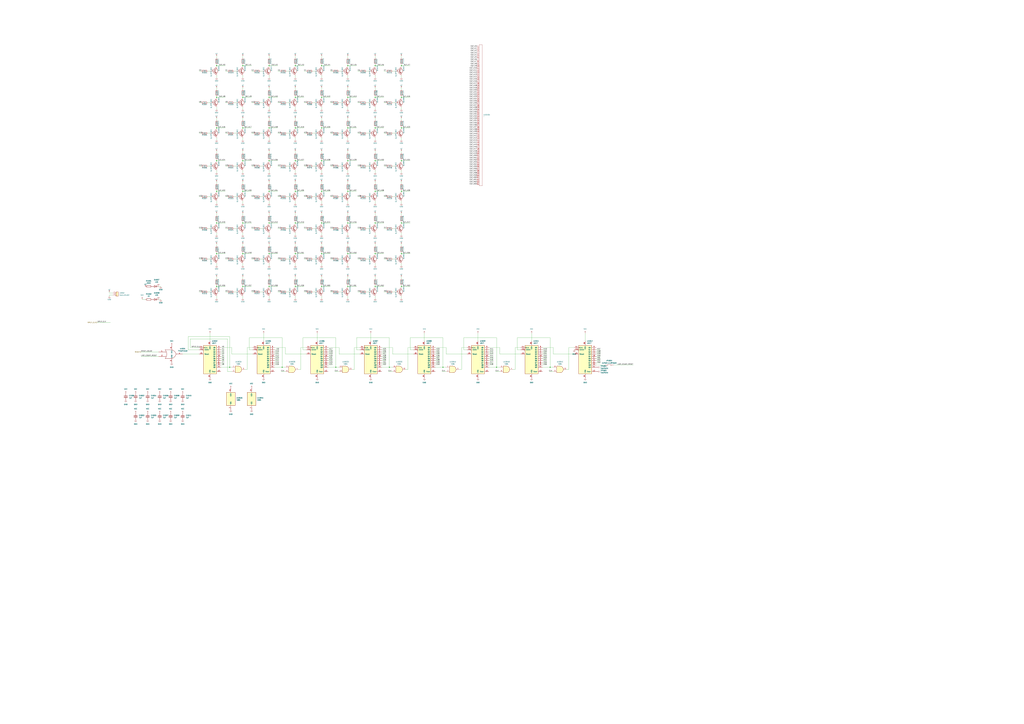
<source format=kicad_sch>
(kicad_sch (version 20231120) (generator "eeschema") (generator_version "8.0")
  (paper "A0")
  (junction (at 373.38 259.08))
  (junction (at 327.66 426.72))
  (junction (at 342.9 222.25))
  (junction (at 452.12 426.72))
  (junction (at 342.9 186.69))
  (junction (at 435.61 332.74))
  (junction (at 403.86 222.25))
  (junction (at 403.86 148.59))
  (junction (at 281.94 113.03))
  (junction (at 281.94 76.2))
  (junction (at 466.09 113.03))
  (junction (at 373.38 294.64))
  (junction (at 281.94 148.59))
  (junction (at 281.94 259.08))
  (junction (at 403.86 76.2))
  (junction (at 373.38 113.03))
  (junction (at 312.42 259.08))
  (junction (at 342.9 259.08))
  (junction (at 435.61 259.08))
  (junction (at 342.9 76.2))
  (junction (at 312.42 294.64))
  (junction (at 251.46 186.69))
  (junction (at 266.7 426.72))
  (junction (at 435.61 113.03))
  (junction (at 435.61 294.64))
  (junction (at 403.86 113.03))
  (junction (at 312.42 186.69))
  (junction (at 312.42 113.03))
  (junction (at 281.94 222.25))
  (junction (at 403.86 186.69))
  (junction (at 251.46 332.74))
  (junction (at 638.81 426.72))
  (junction (at 281.94 332.74))
  (junction (at 403.86 259.08))
  (junction (at 466.09 294.64))
  (junction (at 251.46 294.64))
  (junction (at 466.09 76.2))
  (junction (at 342.9 148.59))
  (junction (at 373.38 148.59))
  (junction (at 435.61 186.69))
  (junction (at 466.09 186.69))
  (junction (at 312.42 76.2))
  (junction (at 389.89 426.72))
  (junction (at 251.46 259.08))
  (junction (at 251.46 76.2))
  (junction (at 466.09 259.08))
  (junction (at 403.86 294.64))
  (junction (at 342.9 332.74))
  (junction (at 251.46 222.25))
  (junction (at 466.09 222.25))
  (junction (at 466.09 332.74))
  (junction (at 251.46 113.03))
  (junction (at 435.61 148.59))
  (junction (at 281.94 294.64))
  (junction (at 514.35 426.72))
  (junction (at 281.94 186.69))
  (junction (at 435.61 222.25))
  (junction (at 342.9 294.64))
  (junction (at 312.42 148.59))
  (junction (at 403.86 332.74))
  (junction (at 373.38 186.69))
  (junction (at 251.46 148.59))
  (junction (at 312.42 222.25))
  (junction (at 373.38 76.2))
  (junction (at 312.42 332.74))
  (junction (at 576.58 426.72))
  (junction (at 466.09 148.59))
  (junction (at 435.61 76.2))
  (junction (at 373.38 222.25))
  (junction (at 373.38 332.74))
  (junction (at 342.9 113.03))
  (wire (pts (xy 403.86 293.37) (xy 403.86 294.64)))
  (wire (pts (xy 435.61 76.2) (xy 445.77 76.2)))
  (wire (pts (xy 281.94 87.63) (xy 281.94 90.17)))
  (wire (pts (xy 448.31 82.55) (xy 445.77 82.55)))
  (wire (pts (xy 281.94 74.93) (xy 281.94 76.2)))
  (wire (pts (xy 514.35 392.43) (xy 514.35 426.72)))
  (wire (pts (xy 251.46 294.64) (xy 261.62 294.64)))
  (wire (pts (xy 576.58 426.72) (xy 567.69 426.72)))
  (wire (pts (xy 335.28 300.99) (xy 332.74 300.99)))
  (wire (pts (xy 403.86 113.03) (xy 403.86 114.3)))
  (wire (pts (xy 312.42 111.76) (xy 312.42 113.03)))
  (wire (pts (xy 325.12 154.94) (xy 322.58 154.94)))
  (wire (pts (xy 373.38 257.81) (xy 373.38 259.08)))
  (wire (pts (xy 373.38 147.32) (xy 373.38 148.59)))
  (wire (pts (xy 427.99 193.04) (xy 425.45 193.04)))
  (wire (pts (xy 251.46 148.59) (xy 251.46 149.86)))
  (wire (pts (xy 251.46 321.31) (xy 251.46 323.85)))
  (wire (pts (xy 373.38 148.59) (xy 373.38 149.86)))
  (wire (pts (xy 466.09 101.6) (xy 466.09 104.14)))
  (wire (pts (xy 518.16 411.48) (xy 542.29 411.48)))
  (wire (pts (xy 595.63 429.26) (xy 598.17 429.26)))
  (wire (pts (xy 427.99 119.38) (xy 425.45 119.38)))
  (wire (pts (xy 251.46 76.2) (xy 251.46 77.47)))
  (wire (pts (xy 281.94 293.37) (xy 281.94 294.64)))
  (wire (pts (xy 692.15 419.1) (xy 697.23 419.1)))
  (wire (pts (xy 567.69 416.56) (xy 572.77 416.56)))
  (wire (pts (xy 417.83 265.43) (xy 415.29 265.43)))
  (wire (pts (xy 355.6 193.04) (xy 353.06 193.04)))
  (wire (pts (xy 342.9 76.2) (xy 342.9 77.47)))
  (wire (pts (xy 381 411.48) (xy 386.08 411.48)))
  (wire (pts (xy 287.02 403.86) (xy 293.37 403.86)))
  (wire (pts (xy 256.54 416.56) (xy 260.35 416.56)))
  (wire (pts (xy 373.38 64.77) (xy 373.38 67.31)))
  (wire (pts (xy 233.68 82.55) (xy 231.14 82.55)))
  (wire (pts (xy 264.16 393.7) (xy 264.16 431.8)))
  (wire (pts (xy 342.9 321.31) (xy 342.9 323.85)))
  (wire (pts (xy 692.15 414.02) (xy 697.23 414.02)))
  (wire (pts (xy 417.83 300.99) (xy 415.29 300.99)))
  (wire (pts (xy 312.42 294.64) (xy 322.58 294.64)))
  (wire (pts (xy 381 419.1) (xy 386.08 419.1)))
  (wire (pts (xy 312.42 222.25) (xy 312.42 223.52)))
  (wire (pts (xy 269.24 403.86) (xy 269.24 411.48)))
  (wire (pts (xy 386.08 154.94) (xy 383.54 154.94)))
  (wire (pts (xy 403.86 294.64) (xy 414.02 294.64)))
  (wire (pts (xy 373.38 76.2) (xy 373.38 77.47)))
  (wire (pts (xy 373.38 186.69) (xy 383.54 186.69)))
  (wire (pts (xy 251.46 332.74) (xy 251.46 334.01)))
  (wire (pts (xy 312.42 64.77) (xy 312.42 67.31)))
  (wire (pts (xy 287.02 429.26) (xy 287.02 403.86)))
  (wire (pts (xy 448.31 300.99) (xy 445.77 300.99)))
  (wire (pts (xy 435.61 283.21) (xy 435.61 285.75)))
  (wire (pts (xy 312.42 76.2) (xy 312.42 77.47)))
  (wire (pts (xy 281.94 332.74) (xy 292.1 332.74)))
  (wire (pts (xy 342.9 111.76) (xy 342.9 113.03)))
  (wire (pts (xy 281.94 160.02) (xy 281.94 162.56)))
  (wire (pts (xy 294.64 82.55) (xy 292.1 82.55)))
  (wire (pts (xy 386.08 82.55) (xy 383.54 82.55)))
  (wire (pts (xy 342.9 222.25) (xy 342.9 223.52)))
  (wire (pts (xy 386.08 193.04) (xy 383.54 193.04)))
  (wire (pts (xy 281.94 186.69) (xy 292.1 186.69)))
  (wire (pts (xy 342.9 185.42) (xy 342.9 186.69)))
  (wire (pts (xy 365.76 339.09) (xy 363.22 339.09)))
  (wire (pts (xy 466.09 111.76) (xy 466.09 113.03)))
  (wire (pts (xy 427.99 265.43) (xy 425.45 265.43)))
  (wire (pts (xy 692.15 424.18) (xy 702.31 424.18)))
  (wire (pts (xy 325.12 193.04) (xy 322.58 193.04)))
  (wire (pts (xy 450.85 431.8) (xy 455.93 431.8)))
  (wire (pts (xy 396.24 119.38) (xy 393.7 119.38)))
  (wire (pts (xy 435.61 87.63) (xy 435.61 90.17)))
  (wire (pts (xy 251.46 186.69) (xy 261.62 186.69)))
  (wire (pts (xy 435.61 198.12) (xy 435.61 200.66)))
  (wire (pts (xy 327.66 426.72) (xy 331.47 426.72)))
  (wire (pts (xy 373.38 137.16) (xy 373.38 139.7)))
  (wire (pts (xy 312.42 186.69) (xy 322.58 186.69)))
  (wire (pts (xy 466.09 148.59) (xy 476.25 148.59)))
  (wire (pts (xy 373.38 220.98) (xy 373.38 222.25)))
  (wire (pts (xy 448.31 154.94) (xy 445.77 154.94)))
  (wire (pts (xy 642.62 411.48) (xy 666.75 411.48)))
  (wire (pts (xy 466.09 257.81) (xy 466.09 259.08)))
  (wire (pts (xy 312.42 175.26) (xy 312.42 177.8)))
  (wire (pts (xy 580.39 403.86) (xy 580.39 411.48)))
  (wire (pts (xy 251.46 160.02) (xy 251.46 162.56)))
  (wire (pts (xy 466.09 186.69) (xy 476.25 186.69)))
  (wire (pts (xy 381 416.56) (xy 386.08 416.56)))
  (wire (pts (xy 373.38 175.26) (xy 373.38 177.8)))
  (wire (pts (xy 567.69 421.64) (xy 572.77 421.64)))
  (wire (pts (xy 251.46 113.03) (xy 251.46 114.3)))
  (wire (pts (xy 408.94 429.26) (xy 411.48 429.26)))
  (wire (pts (xy 576.58 392.43) (xy 576.58 426.72)))
  (wire (pts (xy 312.42 76.2) (xy 322.58 76.2)))
  (wire (pts (xy 318.77 424.18) (xy 323.85 424.18)))
  (wire (pts (xy 294.64 193.04) (xy 292.1 193.04)))
  (wire (pts (xy 335.28 154.94) (xy 332.74 154.94)))
  (wire (pts (xy 403.86 259.08) (xy 414.02 259.08)))
  (wire (pts (xy 312.42 137.16) (xy 312.42 139.7)))
  (wire (pts (xy 274.32 228.6) (xy 271.78 228.6)))
  (wire (pts (xy 386.08 339.09) (xy 383.54 339.09)))
  (wire (pts (xy 304.8 339.09) (xy 302.26 339.09)))
  (wire (pts (xy 403.86 76.2) (xy 403.86 77.47)))
  (wire (pts (xy 476.25 406.4) (xy 476.25 392.43)))
  (wire (pts (xy 466.09 233.68) (xy 466.09 236.22)))
  (wire (pts (xy 535.94 403.86) (xy 542.29 403.86)))
  (wire (pts (xy 281.94 220.98) (xy 281.94 222.25)))
  (wire (pts (xy 251.46 332.74) (xy 261.62 332.74)))
  (wire (pts (xy 466.09 87.63) (xy 466.09 90.17)))
  (wire (pts (xy 251.46 306.07) (xy 251.46 308.61)))
  (wire (pts (xy 373.38 270.51) (xy 373.38 273.05)))
  (wire (pts (xy 466.09 64.77) (xy 466.09 67.31)))
  (wire (pts (xy 365.76 265.43) (xy 363.22 265.43)))
  (wire (pts (xy 575.31 431.8) (xy 580.39 431.8)))
  (wire (pts (xy 466.09 332.74) (xy 466.09 334.01)))
  (wire (pts (xy 403.86 147.32) (xy 403.86 148.59)))
  (wire (pts (xy 264.16 265.43) (xy 261.62 265.43)))
  (wire (pts (xy 342.9 87.63) (xy 342.9 90.17)))
  (wire (pts (xy 312.42 124.46) (xy 312.42 127)))
  (wire (pts (xy 466.09 332.74) (xy 476.25 332.74)))
  (wire (pts (xy 373.38 76.2) (xy 383.54 76.2)))
  (wire (pts (xy 365.76 228.6) (xy 363.22 228.6)))
  (wire (pts (xy 386.08 119.38) (xy 383.54 119.38)))
  (wire (pts (xy 342.9 294.64) (xy 342.9 295.91)))
  (wire (pts (xy 251.46 76.2) (xy 261.62 76.2)))
  (wire (pts (xy 233.68 193.04) (xy 231.14 193.04)))
  (wire (pts (xy 251.46 111.76) (xy 251.46 113.03)))
  (wire (pts (xy 692.15 411.48) (xy 697.23 411.48)))
  (wire (pts (xy 435.61 294.64) (xy 435.61 295.91)))
  (wire (pts (xy 435.61 294.64) (xy 445.77 294.64)))
  (wire (pts (xy 466.09 222.25) (xy 466.09 223.52)))
  (wire (pts (xy 403.86 64.77) (xy 403.86 67.31)))
  (wire (pts (xy 466.09 222.25) (xy 476.25 222.25)))
  (wire (pts (xy 567.69 419.1) (xy 572.77 419.1)))
  (wire (pts (xy 251.46 257.81) (xy 251.46 259.08)))
  (wire (pts (xy 435.61 210.82) (xy 435.61 213.36)))
  (wire (pts (xy 403.86 113.03) (xy 414.02 113.03)))
  (wire (pts (xy 435.61 220.98) (xy 435.61 222.25)))
  (wire (pts (xy 318.77 406.4) (xy 323.85 406.4)))
  (wire (pts (xy 342.9 220.98) (xy 342.9 222.25)))
  (wire (pts (xy 304.8 154.94) (xy 302.26 154.94)))
  (wire (pts (xy 554.99 387.35) (xy 554.99 396.24)))
  (wire (pts (xy 281.94 247.65) (xy 281.94 250.19)))
  (wire (pts (xy 312.42 294.64) (xy 312.42 295.91)))
  (wire (pts (xy 443.23 411.48) (xy 448.31 411.48)))
  (wire (pts (xy 281.94 331.47) (xy 281.94 332.74)))
  (wire (pts (xy 567.69 411.48) (xy 572.77 411.48)))
  (wire (pts (xy 312.42 113.03) (xy 322.58 113.03)))
  (wire (pts (xy 373.38 344.17) (xy 373.38 346.71)))
  (wire (pts (xy 396.24 228.6) (xy 393.7 228.6)))
  (wire (pts (xy 218.44 406.4) (xy 218.44 391.16)))
  (wire (pts (xy 289.56 406.4) (xy 289.56 392.43)))
  (wire (pts (xy 505.46 408.94) (xy 510.54 408.94)))
  (wire (pts (xy 476.25 392.43) (xy 514.35 392.43)))
  (wire (pts (xy 373.38 186.69) (xy 373.38 187.96)))
  (wire (pts (xy 443.23 406.4) (xy 448.31 406.4)))
  (wire (pts (xy 435.61 222.25) (xy 445.77 222.25)))
  (wire (pts (xy 243.84 193.04) (xy 241.3 193.04)))
  (wire (pts (xy 448.31 339.09) (xy 445.77 339.09)))
  (wire (pts (xy 373.38 160.02) (xy 373.38 162.56)))
  (wire (pts (xy 281.94 270.51) (xy 281.94 273.05)))
  (wire (pts (xy 342.9 257.81) (xy 342.9 259.08)))
  (wire (pts (xy 448.31 228.6) (xy 445.77 228.6)))
  (wire (pts (xy 256.54 424.18) (xy 260.35 424.18)))
  (wire (pts (xy 325.12 300.99) (xy 322.58 300.99)))
  (wire (pts (xy 365.76 300.99) (xy 363.22 300.99)))
  (wire (pts (xy 448.31 193.04) (xy 445.77 193.04)))
  (wire (pts (xy 458.47 265.43) (xy 455.93 265.43)))
  (wire (pts (xy 274.32 300.99) (xy 271.78 300.99)))
  (wire (pts (xy 266.7 391.16) (xy 266.7 426.72)))
  (wire (pts (xy 414.02 392.43) (xy 452.12 392.43)))
  (wire (pts (xy 294.64 339.09) (xy 292.1 339.09)))
  (wire (pts (xy 342.9 198.12) (xy 342.9 200.66)))
  (wire (pts (xy 443.23 416.56) (xy 448.31 416.56)))
  (wire (pts (xy 220.98 403.86) (xy 220.98 393.7)))
  (wire (pts (xy 403.86 210.82) (xy 403.86 213.36)))
  (wire (pts (xy 373.38 101.6) (xy 373.38 104.14)))
  (wire (pts (xy 403.86 185.42) (xy 403.86 186.69)))
  (wire (pts (xy 435.61 306.07) (xy 435.61 308.61)))
  (wire (pts (xy 281.94 113.03) (xy 292.1 113.03)))
  (wire (pts (xy 186.69 347.98) (xy 184.15 347.98)))
  (wire (pts (xy 342.9 148.59) (xy 353.06 148.59)))
  (wire (pts (xy 325.12 339.09) (xy 322.58 339.09)))
  (wire (pts (xy 417.83 193.04) (xy 415.29 193.04)))
  (wire (pts (xy 312.42 283.21) (xy 312.42 285.75)))
  (wire (pts (xy 342.9 222.25) (xy 353.06 222.25)))
  (wire (pts (xy 243.84 154.94) (xy 241.3 154.94)))
  (wire (pts (xy 403.86 332.74) (xy 414.02 332.74)))
  (wire (pts (xy 355.6 406.4) (xy 351.79 406.4)))
  (wire (pts (xy 233.68 265.43) (xy 231.14 265.43)))
  (wire (pts (xy 466.09 137.16) (xy 466.09 139.7)))
  (wire (pts (xy 629.92 408.94) (xy 635 408.94)))
  (wire (pts (xy 355.6 119.38) (xy 353.06 119.38)))
  (wire (pts (xy 231.14 403.86) (xy 220.98 403.86)))
  (wire (pts (xy 403.86 186.69) (xy 414.02 186.69)))
  (wire (pts (xy 657.86 429.26) (xy 660.4 429.26)))
  (wire (pts (xy 466.09 344.17) (xy 466.09 346.71)))
  (wire (pts (xy 473.71 429.26) (xy 473.71 403.86)))
  (wire (pts (xy 243.84 82.55) (xy 241.3 82.55)))
  (wire (pts (xy 417.83 228.6) (xy 415.29 228.6)))
  (wire (pts (xy 381 408.94) (xy 386.08 408.94)))
  (wire (pts (xy 505.46 406.4) (xy 510.54 406.4)))
  (wire (pts (xy 355.6 300.99) (xy 353.06 300.99)))
  (wire (pts (xy 373.38 113.03) (xy 373.38 114.3)))
  (wire (pts (xy 466.09 147.32) (xy 466.09 148.59)))
  (wire (pts (xy 466.09 306.07) (xy 466.09 308.61)))
  (wire (pts (xy 396.24 154.94) (xy 393.7 154.94)))
  (wire (pts (xy 403.86 101.6) (xy 403.86 104.14)))
  (wire (pts (xy 638.81 392.43) (xy 638.81 426.72)))
  (wire (pts (xy 513.08 431.8) (xy 518.16 431.8)))
  (wire (pts (xy 505.46 414.02) (xy 510.54 414.02)))
  (wire (pts (xy 342.9 259.08) (xy 353.06 259.08)))
  (wire (pts (xy 435.61 147.32) (xy 435.61 148.59)))
  (wire (pts (xy 452.12 426.72) (xy 443.23 426.72)))
  (wire (pts (xy 435.61 113.03) (xy 435.61 114.3)))
  (wire (pts (xy 660.4 403.86) (xy 666.75 403.86)))
  (wire (pts (xy 458.47 339.09) (xy 455.93 339.09)))
  (wire (pts (xy 281.94 344.17) (xy 281.94 346.71)))
  (wire (pts (xy 518.16 403.86) (xy 518.16 411.48)))
  (wire (pts (xy 600.71 392.43) (xy 638.81 392.43)))
  (wire (pts (xy 318.77 419.1) (xy 323.85 419.1)))
  (wire (pts (xy 466.09 283.21) (xy 466.09 285.75)))
  (wire (pts (xy 294.64 228.6) (xy 292.1 228.6)))
  (wire (pts (xy 435.61 64.77) (xy 435.61 67.31)))
  (wire (pts (xy 342.9 76.2) (xy 353.06 76.2)))
  (wire (pts (xy 414.02 406.4) (xy 414.02 392.43)))
  (wire (pts (xy 233.68 339.09) (xy 231.14 339.09)))
  (wire (pts (xy 466.09 74.93) (xy 466.09 76.2)))
  (wire (pts (xy 342.9 332.74) (xy 353.06 332.74)))
  (wire (pts (xy 535.94 429.26) (xy 535.94 403.86)))
  (wire (pts (xy 567.69 408.94) (xy 572.77 408.94)))
  (wire (pts (xy 325.12 119.38) (xy 322.58 119.38)))
  (wire (pts (xy 312.42 222.25) (xy 322.58 222.25)))
  (wire (pts (xy 365.76 154.94) (xy 363.22 154.94)))
  (wire (pts (xy 127 342.9) (xy 130.81 342.9)))
  (wire (pts (xy 281.94 259.08) (xy 281.94 260.35)))
  (wire (pts (xy 251.46 64.77) (xy 251.46 67.31)))
  (wire (pts (xy 466.09 210.82) (xy 466.09 213.36)))
  (wire (pts (xy 567.69 406.4) (xy 572.77 406.4)))
  (wire (pts (xy 466.09 186.69) (xy 466.09 187.96)))
  (wire (pts (xy 264.16 82.55) (xy 261.62 82.55)))
  (wire (pts (xy 373.38 283.21) (xy 373.38 285.75)))
  (wire (pts (xy 435.61 259.08) (xy 435.61 260.35)))
  (wire (pts (xy 342.9 332.74) (xy 342.9 334.01)))
  (wire (pts (xy 466.09 113.03) (xy 476.25 113.03)))
  (wire (pts (xy 403.86 222.25) (xy 414.02 222.25)))
  (wire (pts (xy 304.8 265.43) (xy 302.26 265.43)))
  (wire (pts (xy 349.25 429.26) (xy 349.25 403.86)))
  (wire (pts (xy 455.93 411.48) (xy 480.06 411.48)))
  (wire (pts (xy 435.61 331.47) (xy 435.61 332.74)))
  (wire (pts (xy 342.9 147.32) (xy 342.9 148.59)))
  (wire (pts (xy 233.68 154.94) (xy 231.14 154.94)))
  (wire (pts (xy 342.9 74.93) (xy 342.9 76.2)))
  (wire (pts (xy 342.9 283.21) (xy 342.9 285.75)))
  (wire (pts (xy 233.68 119.38) (xy 231.14 119.38)))
  (wire (pts (xy 629.92 419.1) (xy 635 419.1)))
  (wire (pts (xy 466.09 185.42) (xy 466.09 186.69)))
  (wire (pts (xy 373.38 332.74) (xy 373.38 334.01)))
  (wire (pts (xy 274.32 339.09) (xy 271.78 339.09)))
  (wire (pts (xy 466.09 160.02) (xy 466.09 162.56)))
  (wire (pts (xy 325.12 265.43) (xy 322.58 265.43)))
  (wire (pts (xy 342.9 270.51) (xy 342.9 273.05)))
  (wire (pts (xy 274.32 154.94) (xy 271.78 154.94)))
  (wire (pts (xy 342.9 186.69) (xy 342.9 187.96)))
  (wire (pts (xy 386.08 228.6) (xy 383.54 228.6)))
  (wire (pts (xy 386.08 300.99) (xy 383.54 300.99)))
  (wire (pts (xy 458.47 300.99) (xy 455.93 300.99)))
  (wire (pts (xy 351.79 406.4) (xy 351.79 392.43)))
  (wire (pts (xy 435.61 124.46) (xy 435.61 127)))
  (wire (pts (xy 435.61 293.37) (xy 435.61 294.64)))
  (wire (pts (xy 427.99 339.09) (xy 425.45 339.09)))
  (wire (pts (xy 403.86 148.59) (xy 403.86 149.86)))
  (wire (pts (xy 505.46 421.64) (xy 510.54 421.64)))
  (wire (pts (xy 403.86 148.59) (xy 414.02 148.59)))
  (wire (pts (xy 642.62 403.86) (xy 642.62 411.48)))
  (wire (pts (xy 403.86 331.47) (xy 403.86 332.74)))
  (wire (pts (xy 281.94 259.08) (xy 292.1 259.08)))
  (wire (pts (xy 312.42 185.42) (xy 312.42 186.69)))
  (wire (pts (xy 304.8 119.38) (xy 302.26 119.38)))
  (wire (pts (xy 264.16 228.6) (xy 261.62 228.6)))
  (wire (pts (xy 373.38 233.68) (xy 373.38 236.22)))
  (wire (pts (xy 256.54 421.64) (xy 260.35 421.64)))
  (wire (pts (xy 312.42 147.32) (xy 312.42 148.59)))
  (wire (pts (xy 342.9 175.26) (xy 342.9 177.8)))
  (wire (pts (xy 312.42 259.08) (xy 322.58 259.08)))
  (wire (pts (xy 455.93 403.86) (xy 455.93 411.48)))
  (wire (pts (xy 312.42 332.74) (xy 322.58 332.74)))
  (wire (pts (xy 243.84 119.38) (xy 241.3 119.38)))
  (wire (pts (xy 304.8 300.99) (xy 302.26 300.99)))
  (wire (pts (xy 567.69 403.86) (xy 580.39 403.86)))
  (wire (pts (xy 660.4 429.26) (xy 660.4 403.86)))
  (wire (pts (xy 466.09 220.98) (xy 466.09 222.25)))
  (wire (pts (xy 335.28 193.04) (xy 332.74 193.04)))
  (wire (pts (xy 318.77 416.56) (xy 323.85 416.56)))
  (wire (pts (xy 629.92 406.4) (xy 635 406.4)))
  (wire (pts (xy 281.94 294.64) (xy 292.1 294.64)))
  (wire (pts (xy 466.09 259.08) (xy 466.09 260.35)))
  (wire (pts (xy 318.77 411.48) (xy 323.85 411.48)))
  (wire (pts (xy 417.83 154.94) (xy 415.29 154.94)))
  (wire (pts (xy 256.54 411.48) (xy 260.35 411.48)))
  (wire (pts (xy 325.12 228.6) (xy 322.58 228.6)))
  (wire (pts (xy 435.61 101.6) (xy 435.61 104.14)))
  (wire (pts (xy 342.9 344.17) (xy 342.9 346.71)))
  (wire (pts (xy 312.42 344.17) (xy 312.42 346.71)))
  (wire (pts (xy 403.86 111.76) (xy 403.86 113.03)))
  (wire (pts (xy 381 424.18) (xy 386.08 424.18)))
  (wire (pts (xy 294.64 265.43) (xy 292.1 265.43)))
  (wire (pts (xy 411.48 403.86) (xy 417.83 403.86)))
  (wire (pts (xy 281.94 210.82) (xy 281.94 213.36)))
  (wire (pts (xy 212.09 411.48) (xy 231.14 411.48)))
  (wire (pts (xy 251.46 259.08) (xy 251.46 260.35)))
  (wire (pts (xy 403.86 270.51) (xy 403.86 273.05)))
  (wire (pts (xy 403.86 306.07) (xy 403.86 308.61)))
  (wire (pts (xy 342.9 101.6) (xy 342.9 104.14)))
  (wire (pts (xy 443.23 424.18) (xy 448.31 424.18)))
  (wire (pts (xy 312.42 247.65) (xy 312.42 250.19)))
  (wire (pts (xy 312.42 257.81) (xy 312.42 259.08)))
  (wire (pts (xy 403.86 257.81) (xy 403.86 259.08)))
  (wire (pts (xy 514.35 426.72) (xy 505.46 426.72)))
  (wire (pts (xy 243.84 228.6) (xy 241.3 228.6)))
  (wire (pts (xy 604.52 406.4) (xy 600.71 406.4)))
  (wire (pts (xy 281.94 222.25) (xy 292.1 222.25)))
  (wire (pts (xy 281.94 148.59) (xy 281.94 149.86)))
  (wire (pts (xy 373.38 247.65) (xy 373.38 250.19)))
  (wire (pts (xy 327.66 426.72) (xy 318.77 426.72)))
  (wire (pts (xy 443.23 403.86) (xy 455.93 403.86)))
  (wire (pts (xy 598.17 403.86) (xy 604.52 403.86)))
  (wire (pts (xy 629.92 424.18) (xy 635 424.18)))
  (wire (pts (xy 466.09 124.46) (xy 466.09 127)))
  (wire (pts (xy 331.47 411.48) (xy 355.6 411.48)))
  (wire (pts (xy 466.09 294.64) (xy 466.09 295.91)))
  (wire (pts (xy 243.84 387.35) (xy 243.84 396.24)))
  (wire (pts (xy 281.94 148.59) (xy 292.1 148.59)))
  (wire (pts (xy 233.68 228.6) (xy 231.14 228.6)))
  (wire (pts (xy 417.83 339.09) (xy 415.29 339.09)))
  (wire (pts (xy 163.83 408.94) (xy 184.15 408.94)))
  (wire (pts (xy 679.45 387.35) (xy 679.45 396.24)))
  (wire (pts (xy 289.56 392.43) (xy 327.66 392.43)))
  (wire (pts (xy 312.42 321.31) (xy 312.42 323.85)))
  (wire (pts (xy 448.31 265.43) (xy 445.77 265.43)))
  (wire (pts (xy 403.86 74.93) (xy 403.86 76.2)))
  (wire (pts (xy 505.46 403.86) (xy 518.16 403.86)))
  (wire (pts (xy 403.86 332.74) (xy 403.86 334.01)))
  (wire (pts (xy 629.92 414.02) (xy 635 414.02)))
  (wire (pts (xy 435.61 175.26) (xy 435.61 177.8)))
  (wire (pts (xy 373.38 259.08) (xy 373.38 260.35)))
  (wire (pts (xy 466.09 270.51) (xy 466.09 273.05)))
  (wire (pts (xy 373.38 148.59) (xy 383.54 148.59)))
  (wire (pts (xy 274.32 193.04) (xy 271.78 193.04)))
  (wire (pts (xy 403.86 294.64) (xy 403.86 295.91)))
  (wire (pts (xy 355.6 82.55) (xy 353.06 82.55)))
  (wire (pts (xy 342.9 160.02) (xy 342.9 162.56)))
  (wire (pts (xy 281.94 321.31) (xy 281.94 323.85)))
  (wire (pts (xy 403.86 87.63) (xy 403.86 90.17)))
  (wire (pts (xy 113.03 374.65) (xy 128.27 374.65)))
  (wire (pts (xy 304.8 193.04) (xy 302.26 193.04)))
  (wire (pts (xy 281.94 257.81) (xy 281.94 259.08)))
  (wire (pts (xy 251.46 222.25) (xy 261.62 222.25)))
  (wire (pts (xy 306.07 387.35) (xy 306.07 396.24)))
  (wire (pts (xy 266.7 426.72) (xy 256.54 426.72)))
  (wire (pts (xy 281.94 175.26) (xy 281.94 177.8)))
  (wire (pts (xy 403.86 247.65) (xy 403.86 250.19)))
  (wire (pts (xy 251.46 233.68) (xy 251.46 236.22)))
  (wire (pts (xy 403.86 124.46) (xy 403.86 127)))
  (wire (pts (xy 373.38 294.64) (xy 383.54 294.64)))
  (wire (pts (xy 312.42 293.37) (xy 312.42 294.64)))
  (wire (pts (xy 443.23 419.1) (xy 448.31 419.1)))
  (wire (pts (xy 335.28 82.55) (xy 332.74 82.55)))
  (wire (pts (xy 466.09 198.12) (xy 466.09 200.66)))
  (wire (pts (xy 373.38 124.46) (xy 373.38 127)))
  (wire (pts (xy 427.99 154.94) (xy 425.45 154.94)))
  (wire (pts (xy 325.12 82.55) (xy 322.58 82.55)))
  (wire (pts (xy 403.86 222.25) (xy 403.86 223.52)))
  (wire (pts (xy 373.38 332.74) (xy 383.54 332.74)))
  (wire (pts (xy 251.46 210.82) (xy 251.46 213.36)))
  (wire (pts (xy 351.79 392.43) (xy 389.89 392.43)))
  (wire (pts (xy 243.84 339.09) (xy 241.3 339.09)))
  (wire (pts (xy 355.6 339.09) (xy 353.06 339.09)))
  (wire (pts (xy 396.24 265.43) (xy 393.7 265.43)))
  (wire (pts (xy 281.94 306.07) (xy 281.94 308.61)))
  (wire (pts (xy 435.61 321.31) (xy 435.61 323.85)))
  (wire (pts (xy 342.9 137.16) (xy 342.9 139.7)))
  (wire (pts (xy 403.86 76.2) (xy 414.02 76.2)))
  (wire (pts (xy 458.47 119.38) (xy 455.93 119.38)))
  (wire (pts (xy 312.42 101.6) (xy 312.42 104.14)))
  (wire (pts (xy 629.92 421.64) (xy 635 421.64)))
  (wire (pts (xy 312.42 186.69) (xy 312.42 187.96)))
  (wire (pts (xy 281.94 147.32) (xy 281.94 148.59)))
  (wire (pts (xy 373.38 321.31) (xy 373.38 323.85)))
  (wire (pts (xy 435.61 233.68) (xy 435.61 236.22)))
  (wire (pts (xy 281.94 294.64) (xy 281.94 295.91)))
  (wire (pts (xy 231.14 406.4) (xy 218.44 406.4)))
  (wire (pts (xy 251.46 137.16) (xy 251.46 139.7)))
  (wire (pts (xy 373.38 113.03) (xy 383.54 113.03)))
  (wire (pts (xy 304.8 228.6) (xy 302.26 228.6)))
  (wire (pts (xy 417.83 406.4) (xy 414.02 406.4)))
  (wire (pts (xy 281.94 233.68) (xy 281.94 236.22)))
  (wire (pts (xy 251.46 147.32) (xy 251.46 148.59)))
  (wire (pts (xy 492.76 387.35) (xy 492.76 396.24)))
  (wire (pts (xy 326.39 431.8) (xy 331.47 431.8)))
  (wire (pts (xy 274.32 265.43) (xy 271.78 265.43)))
  (wire (pts (xy 466.09 294.64) (xy 476.25 294.64)))
  (wire (pts (xy 220.98 393.7) (xy 264.16 393.7)))
  (wire (pts (xy 580.39 411.48) (xy 604.52 411.48)))
  (wire (pts (xy 617.22 387.35) (xy 617.22 396.24)))
  (wire (pts (xy 712.47 424.18) (xy 735.33 424.18)))
  (wire (pts (xy 389.89 426.72) (xy 393.7 426.72)))
  (wire (pts (xy 251.46 101.6) (xy 251.46 104.14)))
  (wire (pts (xy 533.4 429.26) (xy 535.94 429.26)))
  (wire (pts (xy 281.94 222.25) (xy 281.94 223.52)))
  (wire (pts (xy 435.61 160.02) (xy 435.61 162.56)))
  (wire (pts (xy 264.16 119.38) (xy 261.62 119.38)))
  (wire (pts (xy 396.24 82.55) (xy 393.7 82.55)))
  (wire (pts (xy 335.28 228.6) (xy 332.74 228.6)))
  (wire (pts (xy 637.54 431.8) (xy 642.62 431.8)))
  (wire (pts (xy 435.61 137.16) (xy 435.61 139.7)))
  (wire (pts (xy 294.64 300.99) (xy 292.1 300.99)))
  (wire (pts (xy 576.58 426.72) (xy 580.39 426.72)))
  (wire (pts (xy 318.77 414.02) (xy 323.85 414.02)))
  (wire (pts (xy 466.09 113.03) (xy 466.09 114.3)))
  (wire (pts (xy 638.81 426.72) (xy 629.92 426.72)))
  (wire (pts (xy 403.86 233.68) (xy 403.86 236.22)))
  (wire (pts (xy 342.9 113.03) (xy 353.06 113.03)))
  (wire (pts (xy 417.83 119.38) (xy 415.29 119.38)))
  (wire (pts (xy 386.08 265.43) (xy 383.54 265.43)))
  (wire (pts (xy 318.77 408.94) (xy 323.85 408.94)))
  (wire (pts (xy 256.54 414.02) (xy 260.35 414.02)))
  (wire (pts (xy 567.69 414.02) (xy 572.77 414.02)))
  (wire (pts (xy 264.16 431.8) (xy 269.24 431.8)))
  (wire (pts (xy 466.09 175.26) (xy 466.09 177.8)))
  (wire (pts (xy 538.48 392.43) (xy 576.58 392.43)))
  (wire (pts (xy 264.16 339.09) (xy 261.62 339.09)))
  (wire (pts (xy 127 344.17) (xy 127 342.9)))
  (wire (pts (xy 284.48 429.26) (xy 287.02 429.26)))
  (wire (pts (xy 466.09 331.47) (xy 466.09 332.74)))
  (wire (pts (xy 294.64 154.94) (xy 292.1 154.94)))
  (wire (pts (xy 435.61 111.76) (xy 435.61 113.03)))
  (wire (pts (xy 458.47 154.94) (xy 455.93 154.94)))
  (wire (pts (xy 281.94 198.12) (xy 281.94 200.66)))
  (wire (pts (xy 435.61 186.69) (xy 445.77 186.69)))
  (wire (pts (xy 396.24 193.04) (xy 393.7 193.04)))
  (wire (pts (xy 233.68 300.99) (xy 231.14 300.99)))
  (wire (pts (xy 281.94 113.03) (xy 281.94 114.3)))
  (wire (pts (xy 538.48 406.4) (xy 538.48 392.43)))
  (wire (pts (xy 435.61 113.03) (xy 445.77 113.03)))
  (wire (pts (xy 403.86 175.26) (xy 403.86 177.8)))
  (wire (pts (xy 435.61 186.69) (xy 435.61 187.96)))
  (wire (pts (xy 435.61 344.17) (xy 435.61 346.71)))
  (wire (pts (xy 373.38 293.37) (xy 373.38 294.64)))
  (wire (pts (xy 281.94 76.2) (xy 292.1 76.2)))
  (wire (pts (xy 312.42 113.03) (xy 312.42 114.3)))
  (wire (pts (xy 312.42 148.59) (xy 322.58 148.59)))
  (wire (pts (xy 281.94 111.76) (xy 281.94 113.03)))
  (wire (pts (xy 403.86 137.16) (xy 403.86 139.7)))
  (wire (pts (xy 318.77 403.86) (xy 331.47 403.86)))
  (wire (pts (xy 466.09 321.31) (xy 466.09 323.85)))
  (wire (pts (xy 251.46 74.93) (xy 251.46 76.2)))
  (wire (pts (xy 435.61 270.51) (xy 435.61 273.05)))
  (wire (pts (xy 251.46 259.08) (xy 261.62 259.08)))
  (wire (pts (xy 403.86 220.98) (xy 403.86 222.25)))
  (wire (pts (xy 452.12 426.72) (xy 455.93 426.72)))
  (wire (pts (xy 373.38 222.25) (xy 373.38 223.52)))
  (wire (pts (xy 312.42 160.02) (xy 312.42 162.56)))
  (wire (pts (xy 331.47 403.86) (xy 331.47 411.48)))
  (wire (pts (xy 243.84 300.99) (xy 241.3 300.99)))
  (wire (pts (xy 427.99 300.99) (xy 425.45 300.99)))
  (wire (pts (xy 266.7 426.72) (xy 269.24 426.72)))
  (wire (pts (xy 163.83 414.02) (xy 184.15 414.02)))
  (wire (pts (xy 256.54 408.94) (xy 260.35 408.94)))
  (wire (pts (xy 435.61 259.08) (xy 445.77 259.08)))
  (wire (pts (xy 403.86 186.69) (xy 403.86 187.96)))
  (wire (pts (xy 403.86 160.02) (xy 403.86 162.56)))
  (wire (pts (xy 251.46 87.63) (xy 251.46 90.17)))
  (wire (pts (xy 373.38 222.25) (xy 383.54 222.25)))
  (wire (pts (xy 427.99 228.6) (xy 425.45 228.6)))
  (wire (pts (xy 342.9 306.07) (xy 342.9 308.61)))
  (wire (pts (xy 251.46 247.65) (xy 251.46 250.19)))
  (wire (pts (xy 349.25 403.86) (xy 355.6 403.86)))
  (wire (pts (xy 435.61 185.42) (xy 435.61 186.69)))
  (wire (pts (xy 373.38 259.08) (xy 383.54 259.08)))
  (wire (pts (xy 458.47 228.6) (xy 455.93 228.6)))
  (wire (pts (xy 342.9 233.68) (xy 342.9 236.22)))
  (wire (pts (xy 435.61 332.74) (xy 445.77 332.74)))
  (wire (pts (xy 312.42 87.63) (xy 312.42 90.17)))
  (wire (pts (xy 373.38 87.63) (xy 373.38 90.17)))
  (wire (pts (xy 403.86 198.12) (xy 403.86 200.66)))
  (wire (pts (xy 598.17 429.26) (xy 598.17 403.86)))
  (wire (pts (xy 294.64 119.38) (xy 292.1 119.38)))
  (wire (pts (xy 274.32 119.38) (xy 271.78 119.38)))
  (wire (pts (xy 281.94 137.16) (xy 281.94 139.7)))
  (wire (pts (xy 427.99 82.55) (xy 425.45 82.55)))
  (wire (pts (xy 388.62 431.8) (xy 393.7 431.8)))
  (wire (pts (xy 327.66 392.43) (xy 327.66 426.72)))
  (wire (pts (xy 256.54 406.4) (xy 260.35 406.4)))
  (wire (pts (xy 318.77 421.64) (xy 323.85 421.64)))
  (wire (pts (xy 381 414.02) (xy 386.08 414.02)))
  (wire (pts (xy 346.71 429.26) (xy 349.25 429.26)))
  (wire (pts (xy 256.54 419.1) (xy 260.35 419.1)))
  (wire (pts (xy 435.61 222.25) (xy 435.61 223.52)))
  (wire (pts (xy 251.46 270.51) (xy 251.46 273.05)))
  (wire (pts (xy 243.84 265.43) (xy 241.3 265.43)))
  (wire (pts (xy 389.89 426.72) (xy 381 426.72)))
  (wire (pts (xy 567.69 424.18) (xy 572.77 424.18)))
  (wire (pts (xy 365.76 193.04) (xy 363.22 193.04)))
  (wire (pts (xy 251.46 148.59) (xy 261.62 148.59)))
  (wire (pts (xy 269.24 411.48) (xy 293.37 411.48)))
  (wire (pts (xy 342.9 259.08) (xy 342.9 260.35)))
  (wire (pts (xy 342.9 331.47) (xy 342.9 332.74)))
  (wire (pts (xy 435.61 148.59) (xy 445.77 148.59)))
  (wire (pts (xy 458.47 82.55) (xy 455.93 82.55)))
  (wire (pts (xy 281.94 186.69) (xy 281.94 187.96)))
  (wire (pts (xy 312.42 270.51) (xy 312.42 273.05)))
  (wire (pts (xy 542.29 406.4) (xy 538.48 406.4)))
  (wire (pts (xy 251.46 331.47) (xy 251.46 332.74)))
  (wire (pts (xy 342.9 113.03) (xy 342.9 114.3)))
  (wire (pts (xy 251.46 113.03) (xy 261.62 113.03)))
  (wire (pts (xy 381 421.64) (xy 386.08 421.64)))
  (wire (pts (xy 403.86 283.21) (xy 403.86 285.75)))
  (wire (pts (xy 251.46 185.42) (xy 251.46 186.69)))
  (wire (pts (xy 335.28 339.09) (xy 332.74 339.09)))
  (wire (pts (xy 342.9 247.65) (xy 342.9 250.19)))
  (wire (pts (xy 466.09 148.59) (xy 466.09 149.86)))
  (wire (pts (xy 443.23 414.02) (xy 448.31 414.02)))
  (wire (pts (xy 373.38 185.42) (xy 373.38 186.69)))
  (wire (pts (xy 373.38 198.12) (xy 373.38 200.66)))
  (wire (pts (xy 251.46 294.64) (xy 251.46 295.91)))
  (wire (pts (xy 281.94 185.42) (xy 281.94 186.69)))
  (wire (pts (xy 389.89 392.43) (xy 389.89 426.72)))
  (wire (pts (xy 505.46 411.48) (xy 510.54 411.48)))
  (wire (pts (xy 342.9 293.37) (xy 342.9 294.64)))
  (wire (pts (xy 186.69 332.74) (xy 184.15 332.74)))
  (wire (pts (xy 281.94 76.2) (xy 281.94 77.47)))
  (wire (pts (xy 411.48 429.26) (xy 411.48 403.86)))
  (wire (pts (xy 335.28 265.43) (xy 332.74 265.43)))
  (wire (pts (xy 373.38 210.82) (xy 373.38 213.36)))
  (wire (pts (xy 403.86 321.31) (xy 403.86 323.85)))
  (wire (pts (xy 312.42 331.47) (xy 312.42 332.74)))
  (wire (pts (xy 505.46 416.56) (xy 510.54 416.56)))
  (wire (pts (xy 381 403.86) (xy 393.7 403.86)))
  (wire (pts (xy 264.16 300.99) (xy 261.62 300.99)))
  (wire (pts (xy 312.42 74.93) (xy 312.42 76.2)))
  (wire (pts (xy 430.53 387.35) (xy 430.53 396.24)))
  (wire (pts (xy 435.61 148.59) (xy 435.61 149.86)))
  (wire (pts (xy 452.12 392.43) (xy 452.12 426.72)))
  (wire (pts (xy 251.46 283.21) (xy 251.46 285.75)))
  (wire (pts (xy 165.1 347.98) (xy 168.91 347.98)))
  (wire (pts (xy 443.23 421.64) (xy 448.31 421.64)))
  (wire (pts (xy 393.7 411.48) (xy 417.83 411.48)))
  (wire (pts (xy 312.42 148.59) (xy 312.42 149.86)))
  (wire (pts (xy 448.31 119.38) (xy 445.77 119.38)))
  (wire (pts (xy 312.42 198.12) (xy 312.42 200.66)))
  (wire (pts (xy 480.06 406.4) (xy 476.25 406.4)))
  (wire (pts (xy 458.47 193.04) (xy 455.93 193.04)))
  (wire (pts (xy 435.61 257.81) (xy 435.61 259.08)))
  (wire (pts (xy 312.42 220.98) (xy 312.42 222.25)))
  (wire (pts (xy 600.71 406.4) (xy 600.71 392.43)))
  (wire (pts (xy 692.15 408.94) (xy 697.23 408.94)))
  (wire (pts (xy 373.38 111.76) (xy 373.38 113.03)))
  (wire (pts (xy 396.24 300.99) (xy 393.7 300.99)))
  (wire (pts (xy 629.92 403.86) (xy 642.62 403.86)))
  (wire (pts (xy 342.9 210.82) (xy 342.9 213.36)))
  (wire (pts (xy 355.6 154.94) (xy 353.06 154.94)))
  (wire (pts (xy 251.46 293.37) (xy 251.46 294.64)))
  (wire (pts (xy 435.61 76.2) (xy 435.61 77.47)))
  (wire (pts (xy 514.35 426.72) (xy 518.16 426.72)))
  (wire (pts (xy 403.86 344.17) (xy 403.86 346.71)))
  (wire (pts (xy 312.42 306.07) (xy 312.42 308.61)))
  (wire (pts (xy 471.17 429.26) (xy 473.71 429.26)))
  (wire (pts (xy 264.16 154.94) (xy 261.62 154.94)))
  (wire (pts (xy 435.61 74.93) (xy 435.61 76.2)))
  (wire (pts (xy 342.9 64.77) (xy 342.9 67.31)))
  (wire (pts (xy 281.94 332.74) (xy 281.94 334.01)))
  (wire (pts (xy 342.9 186.69) (xy 353.06 186.69)))
  (wire (pts (xy 466.09 293.37) (xy 466.09 294.64)))
  (wire (pts (xy 251.46 186.69) (xy 251.46 187.96)))
  (wire (pts (xy 368.3 387.35) (xy 368.3 396.24)))
  (wire (pts (xy 342.9 148.59) (xy 342.9 149.86)))
  (wire (pts (xy 251.46 344.17) (xy 251.46 346.71)))
  (wire (pts (xy 466.09 259.08) (xy 476.25 259.08)))
  (wire (pts (xy 281.94 283.21) (xy 281.94 285.75)))
  (wire (pts (xy 373.38 331.47) (xy 373.38 332.74)))
  (wire (pts (xy 312.42 233.68) (xy 312.42 236.22)))
  (wire (pts (xy 638.81 426.72) (xy 642.62 426.72)))
  (wire (pts (xy 342.9 294.64) (xy 353.06 294.64)))
  (wire (pts (xy 127 340.36) (xy 127 339.09)))
  (wire (pts (xy 373.38 306.07) (xy 373.38 308.61)))
  (wire (pts (xy 281.94 124.46) (xy 281.94 127)))
  (wire (pts (xy 466.09 76.2) (xy 466.09 77.47)))
  (wire (pts (xy 443.23 408.94) (xy 448.31 408.94)))
  (wire (pts (xy 373.38 294.64) (xy 373.38 295.91)))
  (wire (pts (xy 281.94 101.6) (xy 281.94 104.14)))
  (wire (pts (xy 373.38 74.93) (xy 373.38 76.2)))
  (wire (pts (xy 218.44 391.16) (xy 266.7 391.16)))
  (wire (pts (xy 435.61 247.65) (xy 435.61 250.19)))
  (wire (pts (xy 381 406.4) (xy 386.08 406.4)))
  (wire (pts (xy 130.81 340.36) (xy 127 340.36)))
  (wire (pts (xy 274.32 82.55) (xy 271.78 82.55)))
  (wire (pts (xy 692.15 416.56) (xy 697.23 416.56)))
  (wire (pts (xy 692.15 406.4) (xy 697.23 406.4)))
  (wire (pts (xy 435.61 332.74) (xy 435.61 334.01)))
  (wire (pts (xy 629.92 416.56) (xy 635 416.56)))
  (wire (pts (xy 466.09 76.2) (xy 476.25 76.2)))
  (wire (pts (xy 312.42 259.08) (xy 312.42 260.35)))
  (wire (pts (xy 312.42 210.82) (xy 312.42 213.36)))
  (wire (pts (xy 256.54 403.86) (xy 269.24 403.86)))
  (wire (pts (xy 396.24 339.09) (xy 393.7 339.09)))
  (wire (pts (xy 251.46 222.25) (xy 251.46 223.52)))
  (wire (pts (xy 629.92 411.48) (xy 635 411.48)))
  (wire (pts (xy 473.71 403.86) (xy 480.06 403.86)))
  (wire (pts (xy 505.46 424.18) (xy 510.54 424.18)))
  (wire (pts (xy 355.6 228.6) (xy 353.06 228.6)))
  (wire (pts (xy 342.9 124.46) (xy 342.9 127)))
  (wire (pts (xy 264.16 193.04) (xy 261.62 193.04)))
  (wire (pts (xy 281.94 64.77) (xy 281.94 67.31)))
  (wire (pts (xy 692.15 421.64) (xy 697.23 421.64)))
  (wire (pts (xy 335.28 119.38) (xy 332.74 119.38)))
  (wire (pts (xy 365.76 119.38) (xy 363.22 119.38)))
  (wire (pts (xy 304.8 82.55) (xy 302.26 82.55)))
  (wire (pts (xy 251.46 124.46) (xy 251.46 127)))
  (wire (pts (xy 403.86 259.08) (xy 403.86 260.35)))
  (wire (pts (xy 251.46 220.98) (xy 251.46 222.25)))
  (wire (pts (xy 251.46 175.26) (xy 251.46 177.8)))
  (wire (pts (xy 417.83 82.55) (xy 415.29 82.55)))
  (wire (pts (xy 466.09 247.65) (xy 466.09 250.19)))
  (wire (pts (xy 505.46 419.1) (xy 510.54 419.1)))
  (wire (pts (xy 312.42 332.74) (xy 312.42 334.01)))
  (wire (pts (xy 365.76 82.55) (xy 363.22 82.55)))
  (wire (pts (xy 355.6 265.43) (xy 353.06 265.43)))
  (wire (pts (xy 293.37 406.4) (xy 289.56 406.4)))
  (wire (pts (xy 251.46 198.12) (xy 251.46 200.66)))
  (wire (pts (xy 393.7 403.86) (xy 393.7 411.48)))
  (label "OUT_K14" (at 445.77 113.03 180))
  (label "K22" (at 415.29 154.94 0))
  (label "OUT_K1" (at 292.1 76.2 180))
  (label "K31" (at 448.31 421.64 180))
  (label "OUT_K59" (at 553.72 204.47 180))
  (label "K12" (at 323.85 414.02 180))
  (label "OUT_K3" (at 553.72 62.23 180))
  (label "K22" (at 386.08 419.1 180))
  (label "K5" (at 260.35 416.56 180))
  (label "OUT_K54" (at 445.77 294.64 180))
  (label "OUT_K63" (at 476.25 332.74 180))
  (label "OUT_K8" (at 553.72 74.93 180))
  (label "OUT_K4" (at 553.72 64.77 180))
  (label "K5" (at 383.54 82.55 0))
  (label "CLK" (at 637.54 431.8 0))
  (label "K63" (at 445.77 339.09 0))
  (label "K33" (at 261.62 228.6 0))
  (label "OUT_K1" (at 553.72 57.15 180))
  (label "OUT_K44" (at 383.54 259.08 180))
  (label "K53" (at 383.54 300.99 0))
  (label "OUT_K14" (at 553.72 90.17 180))
  (label "OUT_K56" (at 261.62 332.74 180))
  (label "K45" (at 383.54 265.43 0))
  (label "OUT_K47" (at 553.72 173.99 180))
  (label "CLK" (at 388.62 431.8 0))
  (label "OUT_K30" (at 445.77 186.69 180))
  (label "RESET_COUNT" (at 163.83 408.94 0))
  (label "K0" (at 231.14 82.55 0))
  (label "K32" (at 448.31 424.18 180))
  (label "OUT_K4" (at 383.54 76.2 180))
  (label "OUT_K33" (at 553.72 138.43 180))
  (label "K50" (at 292.1 300.99 0))
  (label "K39" (at 445.77 228.6 0))
  (label "OUT_K42" (at 322.58 259.08 180))
  (label "K28" (at 448.31 414.02 180))
  (label "K15" (at 323.85 421.64 180))
  (label "K3" (at 322.58 82.55 0))
  (label "OUT_K16" (at 553.72 95.25 180))
  (label "OUT_K19" (at 353.06 148.59 180))
  (label "OUT_K58" (at 553.72 201.93 180))
  (label "OUT_K26" (at 553.72 120.65 180))
  (label "K10" (at 292.1 119.38 0))
  (label "OUT_K53" (at 553.72 189.23 180))
  (label "K32" (at 231.14 228.6 0))
  (label "OUT_K32" (at 553.72 135.89 180))
  (label "K55" (at 635 421.64 180))
  (label "OUT_K20" (at 553.72 105.41 180))
  (label "K55" (at 445.77 300.99 0))
  (label "K35" (at 322.58 228.6 0))
  (label "K57" (at 261.62 339.09 0))
  (label "K18" (at 386.08 408.94 180))
  (label "OUT_K21" (at 414.02 148.59 180))
  (label "K3" (at 260.35 411.48 180))
  (label "CLK" (at 575.31 431.8 0))
  (label "OUT_K27" (at 553.72 123.19 180))
  (label "OUT_K34" (at 553.72 140.97 180))
  (label "OUT_K46" (at 553.72 171.45 180))
  (label "K43" (at 572.77 411.48 180))
  (label "K25" (at 448.31 406.4 180))
  (label "OUT_K40" (at 553.72 156.21 180))
  (label "K41" (at 572.77 406.4 180))
  (label "OUT_K18" (at 322.58 148.59 180))
  (label "OUT_K56" (at 553.72 196.85 180))
  (label "K11" (at 323.85 411.48 180))
  (label "OUT_K23" (at 553.72 113.03 180))
  (label "K46" (at 415.29 265.43 0))
  (label "OUT_K52" (at 553.72 186.69 180))
  (label "OUT_K29" (at 553.72 128.27 180))
  (label "OUT_K34" (at 322.58 222.25 180))
  (label "K24" (at 231.14 193.04 0))
  (label "OUT_K19" (at 553.72 102.87 180))
  (label "K49" (at 635 406.4 180))
  (label "K60" (at 353.06 339.09 0))
  (label "OUT_K43" (at 353.06 259.08 180))
  (label "K54" (at 635 419.1 180))
  (label "OUT_K10" (at 553.72 80.01 180))
  (label "OUT_K35" (at 353.06 222.25 180))
  (label "INPUT_CLK" (at 113.03 374.65 0))
  (label "K60" (at 697.23 414.02 180))
  (label "K46" (at 572.77 419.1 180))
  (label "OUT_K11" (at 353.06 113.03 180))
  (label "K8" (at 260.35 424.18 180))
  (label "K37" (at 383.54 228.6 0))
  (label "OUT_K0" (at 553.72 54.61 180))
  (label "LAST_COUNT_RESET" (at 163.83 414.02 0))
  (label "K28" (at 353.06 193.04 0))
  (label "K20" (at 353.06 154.94 0))
  (label "OUT_K9" (at 292.1 113.03 180))
  (label "K61" (at 383.54 339.09 0))
  (label "K16" (at 231.14 154.94 0))
  (label "OUT_K52" (at 383.54 294.64 180))
  (label "K52" (at 353.06 300.99 0))
  (label "K58" (at 292.1 339.09 0))
  (label "OUT_K33" (at 292.1 222.25 180))
  (label "K21" (at 383.54 154.94 0))
  (label "K14" (at 415.29 119.38 0))
  (label "K34" (at 510.54 408.94 180))
  (label "OUT_K61" (at 553.72 209.55 180))
  (label "OUT_K12" (at 383.54 113.03 180))
  (label "OUT_K9" (at 553.72 77.47 180))
  (label "OUT_K59" (at 353.06 332.74 180))
  (label "OUT_K57" (at 553.72 199.39 180))
  (label "K42" (at 572.77 408.94 180))
  (label "OUT_K7" (at 476.25 76.2 180))
  (label "K0" (at 260.35 403.86 180))
  (label "OUT_K38" (at 553.72 151.13 180))
  (label "K44" (at 572.77 414.02 180))
  (label "K15" (at 445.77 119.38 0))
  (label "OUT_K5" (at 553.72 67.31 180))
  (label "K29" (at 448.31 416.56 180))
  (label "K26" (at 292.1 193.04 0))
  (label "OUT_K40" (at 261.62 259.08 180))
  (label "OUT_K28" (at 383.54 186.69 180))
  (label "K13" (at 323.85 416.56 180))
  (label "K37" (at 510.54 416.56 180))
  (label "K33" (at 510.54 406.4 180))
  (label "OUT_K36" (at 383.54 222.25 180))
  (label "OUT_K50" (at 322.58 294.64 180))
  (label "K40" (at 231.14 265.43 0))
  (label "OUT_K2" (at 322.58 76.2 180))
  (label "K19" (at 322.58 154.94 0))
  (label "K43" (at 322.58 265.43 0))
  (label "K18" (at 292.1 154.94 0))
  (label "OUT_K41" (at 553.72 158.75 180))
  (label "OUT_K55" (at 553.72 194.31 180))
  (label "OUT_K31" (at 553.72 133.35 180))
  (label "OUT_K60" (at 553.72 207.01 180))
  (label "OUT_K47" (at 476.25 259.08 180))
  (label "OUT_K25" (at 553.72 118.11 180))
  (label "K10" (at 323.85 408.94 180))
  (label "K21" (at 386.08 416.56 180))
  (label "OUT_K45" (at 414.02 259.08 180))
  (label "OUT_K5" (at 414.02 76.2 180))
  (label "K2" (at 260.35 408.94 180))
  (label "OUT_K22" (at 553.72 110.49 180))
  (label "K47" (at 572.77 421.64 180))
  (label "K23" (at 386.08 421.64 180))
  (label "K20" (at 386.08 414.02 180))
  (label "OUT_K49" (at 553.72 179.07 180))
  (label "K27" (at 322.58 193.04 0))
  (label "OUT_K53" (at 414.02 294.64 180))
  (label "K48" (at 231.14 300.99 0))
  (label "K50" (at 635 408.94 180))
  (label "K63" (at 697.23 421.64 180))
  (label "K16" (at 323.85 424.18 180))
  (label "K56" (at 635 424.18 180))
  (label "K6" (at 415.29 82.55 0))
  (label "K36" (at 510.54 414.02 180))
  (label "OUT_K13" (at 414.02 113.03 180))
  (label "OUT_K27" (at 353.06 186.69 180))
  (label "K26" (at 448.31 408.94 180))
  (label "K61" (at 697.23 416.56 180))
  (label "OUT_K18" (at 553.72 100.33 180))
  (label "OUT_K41" (at 292.1 259.08 180))
  (label "OUT_K48" (at 261.62 294.64 180))
  (label "K56" (at 231.14 339.09 0))
  (label "OUT_K44" (at 553.72 166.37 180))
  (label "OUT_K17" (at 553.72 97.79 180))
  (label "K41" (at 261.62 265.43 0))
  (label "OUT_K36" (at 553.72 146.05 180))
  (label "OUT_K22" (at 445.77 148.59 180))
  (label "K38" (at 415.29 228.6 0))
  (label "OUT_K38" (at 445.77 222.25 180))
  (label "OUT_K15" (at 553.72 92.71 180))
  (label "K36" (at 353.06 228.6 0))
  (label "OUT_K58" (at 322.58 332.74 180))
  (label "K4" (at 260.35 414.02 180))
  (label "K6" (at 260.35 419.1 180))
  (label "OUT_K11" (at 553.72 82.55 180))
  (label "OUT_K37" (at 553.72 148.59 180))
  (label "OUT_K51" (at 553.72 184.15 180))
  (label "K35" (at 510.54 411.48 180))
  (label "K30" (at 448.31 419.1 180))
  (label "OUT_K62" (at 445.77 332.74 180))
  (label "K23" (at 445.77 154.94 0))
  (label "K62" (at 697.23 419.1 180))
  (label "K9" (at 323.85 406.4 180))
  (label "OUT_K23" (at 476.25 148.59 180))
  (label "OUT_K29" (at 414.02 186.69 180))
  (label "OUT_K50" (at 553.72 181.61 180))
  (label "K58" (at 697.23 408.94 180))
  (label "OUT_K51" (at 353.06 294.64 180))
  (label "K14" (at 323.85 419.1 180))
  (label "OUT_K2" (at 553.72 59.69 180))
  (label "K59" (at 697.23 411.48 180))
  (label "K24" (at 386.08 424.18 180))
  (label "OUT_K24" (at 261.62 186.69 180))
  (label "OUT_K21" (at 553.72 107.95 180))
  (label "K34" (at 292.1 228.6 0))
  (label "OUT_K26" (at 322.58 186.69 180))
  (label "LAST_COUNT_RESET" (at 735.33 424.18 180))
  (label "K59" (at 322.58 339.09 0))
  (label "INPUT_CLK" (at 222.25 403.86 0))
  (label "K51" (at 635 411.48 180))
  (label "OUT_K32" (at 261.62 222.25 180))
  (label "K44" (at 353.06 265.43 0))
  (label "OUT_K17" (at 292.1 148.59 180))
  (label "K31" (at 445.77 193.04 0))
  (label "K51" (at 322.58 300.99 0))
  (label "OUT_K15" (at 476.25 113.03 180))
  (label "K47" (at 445.77 265.43 0))
  (label "CLK" (at 326.39 431.8 0))
  (label "OUT_K57" (at 292.1 332.74 180))
  (label "OUT_K37" (at 414.02 222.25 180))
  (label "OUT_K54" (at 553.72 191.77 180))
  (label "OUT_K24" (at 553.72 115.57 180))
  (label "K27" (at 448.31 411.48 180))
  (label "K8" (at 231.14 119.38 0))
  (label "K57" (at 697.23 406.4 180))
  (label "OUT_K35" (at 553.72 143.51 180))
  (label "K54" (at 415.29 300.99 0))
  (label "K17" (at 261.62 154.94 0))
  (label "OUT_K60" (at 383.54 332.74 180))
  (label "K42" (at 292.1 265.43 0))
  (label "K39" (at 510.54 421.64 180))
  (label "K17" (at 386.08 406.4 180))
  (label "CLK" (at 513.08 431.8 0))
  (label "K25" (at 261.62 193.04 0))
  (label "OUT_K7" (at 553.72 72.39 180))
  (label "K7" (at 445.77 82.55 0))
  (label "K40" (at 510.54 424.18 180))
  (label "OUT_K13" (at 553.72 87.63 180))
  (label "K38" (at 510.54 419.1 180))
  (label "OUT_K46" (at 445.77 259.08 180))
  (label "K19" (at 386.08 411.48 180))
  (label "CLK" (at 450.85 431.8 0))
  (label "OUT_K43" (at 553.72 163.83 180))
  (label "K48" (at 572.77 424.18 180))
  (label "OUT_K28" (at 553.72 125.73 180))
  (label "OUT_K48" (at 553.72 176.53 180))
  (label "OUT_K25" (at 292.1 186.69 180))
  (label "OUT_K16" (at 261.62 148.59 180))
  (label "K49" (at 261.62 300.99 0))
  (label "K2" (at 292.1 82.55 0))
  (label "K11" (at 322.58 119.38 0))
  (label "OUT_K12" (at 553.72 85.09 180))
  (label "K1" (at 261.62 82.55 0))
  (label "OUT_K49" (at 292.1 294.64 180))
  (label "OUT_K39" (at 553.72 153.67 180))
  (label "K7" (at 260.35 421.64 180))
  (label "OUT_K30" (at 553.72 130.81 180))
  (label "OUT_K0" (at 261.62 76.2 180))
  (label "OUT_K6" (at 553.72 69.85 180))
  (label "OUT_K42" (at 553.72 161.29 180))
  (label "K1" (at 260.35 406.4 180))
  (label "OUT_K10" (at 322.58 113.03 180))
  (label "OUT_K63" (at 553.72 214.63 180))
  (label "OUT_K45" (at 553.72 168.91 180))
  (label "OUT_K62" (at 553.72 212.09 180))
  (label "K13" (at 383.54 119.38 0))
  (label "K52" (at 635 414.02 180))
  (label "OUT_K61" (at 414.02 332.74 180))
  (label "OUT_K3" (at 353.06 76.2 180))
  (label "OUT_K55" (at 476.25 294.64 180))
  (label "OUT_K8" (at 261.62 113.03 180))
  (label "OUT_K39" (at 476.25 222.25 180))
  (label "OUT_K6" (at 445.77 76.2 180))
  (label "K29" (at 383.54 193.04 0))
  (label "OUT_K31" (at 476.25 186.69 180))
  (label "K12" (at 353.06 119.38 0))
  (label "K62" (at 415.29 339.09 0))
  (label "K45" (at 572.77 416.56 180))
  (label "K9" (at 261.62 119.38 0))
  (label "K53" (at 635 416.56 180))
  (label "OUT_K20" (at 383.54 148.59 180))
  (label "K30" (at 415.29 193.04 0))
  (label "K4" (at 353.06 82.55 0))
  (hierarchical_label "RESET" (shape input) (at 163.83 408.94 180))
  (hierarchical_label "INPUT_CLK" (shape input) (at 113.03 374.65 180))
  (symbol (lib_id "IGG1_OctoDriver-rescue:R") (at 435.61 289.56 0) (unit 1)
    (property "Reference" "R1113" (at 437.642 289.56 90))
    (property "Value" "220K" (at 435.61 289.56 90))
    (property "Footprint" "Resistor_SMD:R_0805_2012Metric" (effects (hide yes)))
    (property "LCSC" "C17556" (effects (hide yes)))
  )
  (symbol (lib_id "IGG1_OctoDriver-rescue:GND") (at 251.46 90.17 0) (unit 1)
    (property "Reference" "#PWR01048" (effects (hide yes)))
    (property "Value" "GND" (at 251.46 93.98 0))
  )
  (symbol (lib_id "IGG1_OctoDriver-rescue:GND") (at 281.94 127 0) (unit 1)
    (property "Reference" "#PWR01068" (effects (hide yes)))
    (property "Value" "GND" (at 281.94 130.81 0))
  )
  (symbol (lib_id "IGG1_OctoDriver-rescue:HT") (at 466.09 175.26 0) (unit 1)
    (property "Reference" "#PWR01175" (effects (hide yes)))
    (property "Value" "HT" (at 466.09 172.974 0))
  )
  (symbol (lib_id "IGG1_OctoDriver-rescue:GND") (at 373.38 273.05 0) (unit 1)
    (property "Reference" "#PWR01130" (effects (hide yes)))
    (property "Value" "GND" (at 373.38 276.86 0))
  )
  (symbol (lib_id "IGG1_OctoDriver-rescue:R") (at 298.45 265.43 270) (unit 1)
    (property "Reference" "R1040" (at 298.45 267.462 90))
    (property "Value" "10K" (at 298.45 265.43 90))
    (property "Footprint" "Resistor_SMD:R_0603_1608Metric" (effects (hide yes)))
    (property "LCSC" "C25804" (effects (hide yes)))
  )
  (symbol (lib_id "IGG1_OctoDriver-rescue:GND") (at 373.38 308.61 0) (unit 1)
    (property "Reference" "#PWR01132" (effects (hide yes)))
    (property "Value" "GND" (at 373.38 312.42 0))
  )
  (symbol (lib_id "IGG1_OctoDriver-rescue:R") (at 267.97 339.09 270) (unit 1)
    (property "Reference" "R1026" (at 267.97 341.122 90))
    (property "Value" "10K" (at 267.97 339.09 90))
    (property "Footprint" "Resistor_SMD:R_0603_1608Metric" (effects (hide yes)))
    (property "LCSC" "C25804" (effects (hide yes)))
  )
  (symbol (lib_id "IGG1_OctoDriver-rescue:Q_NPN_BEC") (at 279.4 300.99 0) (unit 1)
    (property "Reference" "Q1015" (at 284.48 300.99 90) (effects (justify left)))
    (property "Value" "Q_NPN_BEC" (at 275.59 307.34 90) (effects (justify left)))
    (property "Footprint" "Package_TO_SOT_SMD:SOT-23" (effects (hide yes)))
    (property "LCSC" "C20069141" (effects (hide yes)))
  )
  (symbol (lib_id "power:GND") (at 617.22 439.42 0) (unit 1)
    (property "Reference" "#PWR01190" (effects (hide yes)))
    (property "Value" "GND" (at 617.22 444.5 0))
    (property "Description" "Power symbol creates a global label with name \"GND\" , ground" (effects (hide yes)))
  )
  (symbol (lib_id "IGG1_OctoDriver-rescue:R") (at 312.42 289.56 0) (unit 1)
    (property "Reference" "R1049" (at 314.452 289.56 90))
    (property "Value" "220K" (at 312.42 289.56 90))
    (property "Footprint" "Resistor_SMD:R_0805_2012Metric" (effects (hide yes)))
    (property "LCSC" "C17556" (effects (hide yes)))
  )
  (symbol (lib_id "power:VCC") (at 292.1 450.85 0) (unit 1)
    (property "Reference" "#PWR01081" (effects (hide yes)))
    (property "Value" "VCC" (at 292.1 445.77 0))
    (property "Description" "Power symbol creates a global label with name \"VCC\"" (effects (hide yes)))
  )
  (symbol (lib_id "IGG1_OctoDriver-rescue:Q_NPN_BEC") (at 340.36 265.43 0) (unit 1)
    (property "Reference" "Q1030" (at 345.44 265.43 90) (effects (justify left)))
    (property "Value" "Q_NPN_BEC" (at 336.55 271.78 90) (effects (justify left)))
    (property "Footprint" "Package_TO_SOT_SMD:SOT-23" (effects (hide yes)))
    (property "LCSC" "C20069141" (effects (hide yes)))
  )
  (symbol (lib_id "IGG1_OctoDriver-rescue:HT") (at 281.94 64.77 0) (unit 1)
    (property "Reference" "#PWR01065" (effects (hide yes)))
    (property "Value" "HT" (at 281.94 62.484 0))
  )
  (symbol (lib_id "IGG1_OctoDriver-rescue:R") (at 267.97 300.99 270) (unit 1)
    (property "Reference" "R1025" (at 267.97 303.022 90))
    (property "Value" "10K" (at 267.97 300.99 90))
    (property "Footprint" "Resistor_SMD:R_0603_1608Metric" (effects (hide yes)))
    (property "LCSC" "C25804" (effects (hide yes)))
  )
  (symbol (lib_id "IGG1_OctoDriver-rescue:R") (at 421.64 265.43 270) (unit 1)
    (property "Reference" "R1104" (at 421.64 267.462 90))
    (property "Value" "10K" (at 421.64 265.43 90))
    (property "Footprint" "Resistor_SMD:R_0603_1608Metric" (effects (hide yes)))
    (property "LCSC" "C25804" (effects (hide yes)))
  )
  (symbol (lib_id "IGG1_OctoDriver-rescue:HT") (at 403.86 247.65 0) (unit 1)
    (property "Reference" "#PWR01145" (effects (hide yes)))
    (property "Value" "HT" (at 403.86 245.364 0))
  )
  (symbol (lib_id "IGG1_OctoDriver-rescue:R") (at 389.89 339.09 270) (unit 1)
    (property "Reference" "R1090" (at 389.89 341.122 90))
    (property "Value" "10K" (at 389.89 339.09 90))
    (property "Footprint" "Resistor_SMD:R_0603_1608Metric" (effects (hide yes)))
    (property "LCSC" "C25804" (effects (hide yes)))
  )
  (symbol (lib_id "IGG1_OctoDriver-rescue:R") (at 389.89 82.55 270) (unit 1)
    (property "Reference" "R1083" (at 389.89 84.582 90))
    (property "Value" "10K" (at 389.89 82.55 90))
    (property "Footprint" "Resistor_SMD:R_0603_1608Metric" (effects (hide yes)))
    (property "LCSC" "C25804" (effects (hide yes)))
  )
  (symbol (lib_id "IGG1_OctoDriver-rescue:R") (at 281.94 327.66 0) (unit 1)
    (property "Reference" "R1034" (at 283.972 327.66 90))
    (property "Value" "220K" (at 281.94 327.66 90))
    (property "Footprint" "Resistor_SMD:R_0805_2012Metric" (effects (hide yes)))
    (property "LCSC" "C17556" (effects (hide yes)))
  )
  (symbol (lib_id "IGG1_OctoDriver-rescue:Q_NPN_BEC") (at 340.36 193.04 0) (unit 1)
    (property "Reference" "Q1028" (at 345.44 193.04 90) (effects (justify left)))
    (property "Value" "Q_NPN_BEC" (at 336.55 199.39 90) (effects (justify left)))
    (property "Footprint" "Package_TO_SOT_SMD:SOT-23" (effects (hide yes)))
    (property "LCSC" "C20069141" (effects (hide yes)))
  )
  (symbol (lib_id "power:VCC") (at 171.45 480.06 0) (unit 1)
    (property "Reference" "#PWR01027" (effects (hide yes)))
    (property "Value" "VCC" (at 171.45 474.98 0))
    (property "Description" "Power symbol creates a global label with name \"VCC\"" (effects (hide yes)))
  )
  (symbol (lib_id "IGG1_OctoDriver-rescue:HT") (at 251.46 321.31 0) (unit 1)
    (property "Reference" "#PWR01061" (effects (hide yes)))
    (property "Value" "HT" (at 251.46 319.024 0))
  )
  (symbol (lib_id "IGG1_OctoDriver-rescue:R") (at 389.89 154.94 270) (unit 1)
    (property "Reference" "R1085" (at 389.89 156.972 90))
    (property "Value" "10K" (at 389.89 154.94 90))
    (property "Footprint" "Resistor_SMD:R_0603_1608Metric" (effects (hide yes)))
    (property "LCSC" "C25804" (effects (hide yes)))
  )
  (symbol (lib_id "IGG1_OctoDriver-rescue:Q_NPN_BEC") (at 309.88 154.94 0) (unit 1)
    (property "Reference" "Q1019" (at 314.96 154.94 90) (effects (justify left)))
    (property "Value" "Q_NPN_BEC" (at 306.07 161.29 90) (effects (justify left)))
    (property "Footprint" "Package_TO_SOT_SMD:SOT-23" (effects (hide yes)))
    (property "LCSC" "C20069141" (effects (hide yes)))
  )
  (symbol (lib_id "IGG1_OctoDriver-rescue:R") (at 267.97 228.6 270) (unit 1)
    (property "Reference" "R1023" (at 267.97 230.632 90))
    (property "Value" "10K" (at 267.97 228.6 90))
    (property "Footprint" "Resistor_SMD:R_0603_1608Metric" (effects (hide yes)))
    (property "LCSC" "C25804" (effects (hide yes)))
  )
  (symbol (lib_id "4xxx:4017") (at 243.84 416.56 0) (unit 1)
    (property "Reference" "U1002" (at 246.0341 396.24 0) (effects (justify left)))
    (property "Value" "4017" (at 246.0341 398.78 0) (effects (justify left)))
    (property "Footprint" "Package_SO:SOP-16_4.4x10.4mm_P1.27mm" (effects (hide yes)))
    (property "Datasheet" "http://www.intersil.com/content/dam/Intersil/documents/cd40/cd4017bms-22bms.pdf" (effects (hide yes)))
    (property "Description" "Johnson Counter ( 10 outputs )" (effects (hide yes)))
    (property "LCSC" "C356694" (effects (hide yes)))
  )
  (symbol (lib_id "IGG1_OctoDriver-rescue:R") (at 359.41 228.6 270) (unit 1)
    (property "Reference" "R1071" (at 359.41 230.632 90))
    (property "Value" "10K" (at 359.41 228.6 90))
    (property "Footprint" "Resistor_SMD:R_0603_1608Metric" (effects (hide yes)))
    (property "LCSC" "C25804" (effects (hide yes)))
  )
  (symbol (lib_id "IGG1_OctoDriver-rescue:Q_NPN_BEC") (at 370.84 300.99 0) (unit 1)
    (property "Reference" "Q1039" (at 375.92 300.99 90) (effects (justify left)))
    (property "Value" "Q_NPN_BEC" (at 367.03 307.34 90) (effects (justify left)))
    (property "Footprint" "Package_TO_SOT_SMD:SOT-23" (effects (hide yes)))
    (property "LCSC" "C20069141" (effects (hide yes)))
  )
  (symbol (lib_id "IGG1_OctoDriver-rescue:R") (at 403.86 181.61 0) (unit 1)
    (property "Reference" "R1094" (at 405.892 181.61 90))
    (property "Value" "220K" (at 403.86 181.61 90))
    (property "Footprint" "Resistor_SMD:R_0805_2012Metric" (effects (hide yes)))
    (property "LCSC" "C17556" (effects (hide yes)))
  )
  (symbol (lib_id "IGG1_OctoDriver-rescue:R") (at 312.42 107.95 0) (unit 1)
    (property "Reference" "R1044" (at 314.452 107.95 90))
    (property "Value" "220K" (at 312.42 107.95 90))
    (property "Footprint" "Resistor_SMD:R_0805_2012Metric" (effects (hide yes)))
    (property "LCSC" "C17556" (effects (hide yes)))
  )
  (symbol (lib_id "IGG1_OctoDriver-rescue:Q_NPN_BEC") (at 463.55 339.09 0) (unit 1)
    (property "Reference" "Q1064" (at 468.63 339.09 90) (effects (justify left)))
    (property "Value" "Q_NPN_BEC" (at 459.74 345.44 90) (effects (justify left)))
    (property "Footprint" "Package_TO_SOT_SMD:SOT-23" (effects (hide yes)))
    (property "LCSC" "C20069141" (effects (hide yes)))
  )
  (symbol (lib_id "IGG1_OctoDriver-rescue:Q_NPN_BEC") (at 370.84 193.04 0) (unit 1)
    (property "Reference" "Q1036" (at 375.92 193.04 90) (effects (justify left)))
    (property "Value" "Q_NPN_BEC" (at 367.03 199.39 90) (effects (justify left)))
    (property "Footprint" "Package_TO_SOT_SMD:SOT-23" (effects (hide yes)))
    (property "LCSC" "C20069141" (effects (hide yes)))
  )
  (symbol (lib_id "IGG1_OctoDriver-rescue:Q_NPN_BEC") (at 340.36 119.38 0) (unit 1)
    (property "Reference" "Q1026" (at 345.44 119.38 90) (effects (justify left)))
    (property "Value" "Q_NPN_BEC" (at 336.55 125.73 90) (effects (justify left)))
    (property "Footprint" "Package_TO_SOT_SMD:SOT-23" (effects (hide yes)))
    (property "LCSC" "C20069141" (effects (hide yes)))
  )
  (symbol (lib_id "IGG1_OctoDriver-rescue:Q_NPN_BEC") (at 463.55 300.99 0) (unit 1)
    (property "Reference" "Q1063" (at 468.63 300.99 90) (effects (justify left)))
    (property "Value" "Q_NPN_BEC" (at 459.74 307.34 90) (effects (justify left)))
    (property "Footprint" "Package_TO_SOT_SMD:SOT-23" (effects (hide yes)))
    (property "LCSC" "C20069141" (effects (hide yes)))
  )
  (symbol (lib_id "IGG1_OctoDriver-rescue:Q_NPN_BEC") (at 340.36 82.55 0) (unit 1)
    (property "Reference" "Q1025" (at 345.44 82.55 90) (effects (justify left)))
    (property "Value" "Q_NPN_BEC" (at 336.55 88.9 90) (effects (justify left)))
    (property "Footprint" "Package_TO_SOT_SMD:SOT-23" (effects (hide yes)))
    (property "LCSC" "C20069141" (effects (hide yes)))
  )
  (symbol (lib_id "IGG1_OctoDriver-rescue:Q_NPN_BEC") (at 248.92 265.43 0) (unit 1)
    (property "Reference" "Q1006" (at 254 265.43 90) (effects (justify left)))
    (property "Value" "Q_NPN_BEC" (at 245.11 271.78 90) (effects (justify left)))
    (property "Footprint" "Package_TO_SOT_SMD:SOT-23" (effects (hide yes)))
    (property "LCSC" "C20069141" (effects (hide yes)))
  )
  (symbol (lib_id "IGG1_OctoDriver-rescue:GND") (at 281.94 90.17 0) (unit 1)
    (property "Reference" "#PWR01066" (effects (hide yes)))
    (property "Value" "GND" (at 281.94 93.98 0))
  )
  (symbol (lib_id "power:VCC") (at 267.97 450.85 0) (unit 1)
    (property "Reference" "#PWR01063" (effects (hide yes)))
    (property "Value" "VCC" (at 267.97 445.77 0))
    (property "Description" "Power symbol creates a global label with name \"VCC\"" (effects (hide yes)))
  )
  (symbol (lib_id "IGG1_OctoDriver-rescue:HT") (at 342.9 210.82 0) (unit 1)
    (property "Reference" "#PWR01109" (effects (hide yes)))
    (property "Value" "HT" (at 342.9 208.534 0))
  )
  (symbol (lib_id "4xxx:4081") (at 463.55 429.26 0) (unit 3)
    (property "Reference" "U1003" (at 463.5417 420.37 0))
    (property "Value" "4081" (at 463.5417 422.91 0))
    (property "Footprint" "Package_SO:SOIC-14_3.9x8.7mm_P1.27mm" (effects (hide yes)))
    (property "Datasheet" "http://www.intersil.com/content/dam/Intersil/documents/cd40/cd4073bms-81bms-82bms.pdf" (effects (hide yes)))
    (property "Description" "Quad And 2 inputs" (effects (hide yes)))
    (property "LCSC" "C148318" (effects (hide yes)))
  )
  (symbol (lib_id "IGG1_OctoDriver-rescue:R") (at 466.09 71.12 0) (unit 1)
    (property "Reference" "R1123" (at 468.122 71.12 90))
    (property "Value" "220K" (at 466.09 71.12 90))
    (property "Footprint" "Resistor_SMD:R_0805_2012Metric" (effects (hide yes)))
    (property "LCSC" "C17556" (effects (hide yes)))
  )
  (symbol (lib_id "IGG1_OctoDriver-rescue:R") (at 281.94 254 0) (unit 1)
    (property "Reference" "R1032" (at 283.972 254 90))
    (property "Value" "220K" (at 281.94 254 90))
    (property "Footprint" "Resistor_SMD:R_0805_2012Metric" (effects (hide yes)))
    (property "LCSC" "C17556" (effects (hide yes)))
  )
  (symbol (lib_id "IGG1_OctoDriver-rescue:GND") (at 466.09 90.17 0) (unit 1)
    (property "Reference" "#PWR01170" (effects (hide yes)))
    (property "Value" "GND" (at 466.09 93.98 0))
  )
  (symbol (lib_id "IGG1_OctoDriver-rescue:HT") (at 251.46 247.65 0) (unit 1)
    (property "Reference" "#PWR01057" (effects (hide yes)))
    (property "Value" "HT" (at 251.46 245.364 0))
  )
  (symbol (lib_id "IGG1_OctoDriver-rescue:HT") (at 251.46 175.26 0) (unit 1)
    (property "Reference" "#PWR01053" (effects (hide yes)))
    (property "Value" "HT" (at 251.46 172.974 0))
  )
  (symbol (lib_id "IGG1_OctoDriver-rescue:R") (at 251.46 107.95 0) (unit 1)
    (property "Reference" "R1012" (at 253.492 107.95 90))
    (property "Value" "220K" (at 251.46 107.95 90))
    (property "Footprint" "Resistor_SMD:R_0805_2012Metric" (effects (hide yes)))
    (property "LCSC" "C17556" (effects (hide yes)))
  )
  (symbol (lib_id "power:GND") (at 430.53 439.42 0) (unit 1)
    (property "Reference" "#PWR01152" (effects (hide yes)))
    (property "Value" "GND" (at 430.53 444.5 0))
    (property "Description" "Power symbol creates a global label with name \"GND\" , ground" (effects (hide yes)))
  )
  (symbol (lib_id "IGG1_OctoDriver-rescue:GND") (at 342.9 90.17 0) (unit 1)
    (property "Reference" "#PWR01102" (effects (hide yes)))
    (property "Value" "GND" (at 342.9 93.98 0))
  )
  (symbol (lib_id "power:VCC") (at 171.45 457.2 0) (unit 1)
    (property "Reference" "#PWR01025" (effects (hide yes)))
    (property "Value" "VCC" (at 171.45 452.12 0))
    (property "Description" "Power symbol creates a global label with name \"VCC\"" (effects (hide yes)))
  )
  (symbol (lib_id "Connector:TestPoint") (at 692.15 431.8 270) (unit 1)
    (property "Reference" "TP1002" (at 697.23 430.5299 90) (effects (justify left)))
    (property "Value" "TestPoint" (at 697.23 433.0699 90) (effects (justify left)))
    (property "Footprint" "TestPoint:TestPoint_Loop_D2.50mm_Drill1.0mm" (effects (hide yes)))
    (property "Description" "test point" (effects (hide yes)))
  )
  (symbol (lib_id "IGG1_OctoDriver-rescue:R") (at 281.94 143.51 0) (unit 1)
    (property "Reference" "R1029" (at 283.972 143.51 90))
    (property "Value" "220K" (at 281.94 143.51 90))
    (property "Footprint" "Resistor_SMD:R_0805_2012Metric" (effects (hide yes)))
    (property "LCSC" "C17556" (effects (hide yes)))
  )
  (symbol (lib_id "IGG1_OctoDriver-rescue:R") (at 452.12 82.55 270) (unit 1)
    (property "Reference" "R1115" (at 452.12 84.582 90))
    (property "Value" "10K" (at 452.12 82.55 90))
    (property "Footprint" "Resistor_SMD:R_0603_1608Metric" (effects (hide yes)))
    (property "LCSC" "C25804" (effects (hide yes)))
  )
  (symbol (lib_id "IGG1_OctoDriver-rescue:R") (at 435.61 181.61 0) (unit 1)
    (property "Reference" "R1110" (at 437.642 181.61 90))
    (property "Value" "220K" (at 435.61 181.61 90))
    (property "Footprint" "Resistor_SMD:R_0805_2012Metric" (effects (hide yes)))
    (property "LCSC" "C17556" (effects (hide yes)))
  )
  (symbol (lib_id "IGG1_OctoDriver-rescue:R") (at 421.64 300.99 270) (unit 1)
    (property "Reference" "R1105" (at 421.64 303.022 90))
    (property "Value" "10K" (at 421.64 300.99 90))
    (property "Footprint" "Resistor_SMD:R_0603_1608Metric" (effects (hide yes)))
    (property "LCSC" "C25804" (effects (hide yes)))
  )
  (symbol (lib_id "IGG1_OctoDriver-rescue:GND") (at 466.09 162.56 0) (unit 1)
    (property "Reference" "#PWR01174" (effects (hide yes)))
    (property "Value" "GND" (at 466.09 166.37 0))
  )
  (symbol (lib_id "IGG1_OctoDriver-rescue:HT") (at 466.09 64.77 0) (unit 1)
    (property "Reference" "#PWR01169" (effects (hide yes)))
    (property "Value" "HT" (at 466.09 62.484 0))
  )
  (symbol (lib_id "IGG1_OctoDriver-rescue:HT") (at 342.9 247.65 0) (unit 1)
    (property "Reference" "#PWR01111" (effects (hide yes)))
    (property "Value" "HT" (at 342.9 245.364 0))
  )
  (symbol (lib_id "4xxx:4081") (at 267.97 463.55 0) (unit 5)
    (property "Reference" "U1003" (at 274.32 462.2799 0) (effects (justify left)))
    (property "Value" "4081" (at 274.32 464.8199 0) (effects (justify left)))
    (property "Footprint" "Package_SO:SOIC-14_3.9x8.7mm_P1.27mm" (effects (hide yes)))
    (property "Datasheet" "http://www.intersil.com/content/dam/Intersil/documents/cd40/cd4073bms-81bms-82bms.pdf" (effects (hide yes)))
    (property "Description" "Quad And 2 inputs" (effects (hide yes)))
    (property "LCSC" "C148318" (effects (hide yes)))
  )
  (symbol (lib_id "IGG1_OctoDriver-rescue:R") (at 466.09 327.66 0) (unit 1)
    (property "Reference" "R1130" (at 468.122 327.66 90))
    (property "Value" "220K" (at 466.09 327.66 90))
    (property "Footprint" "Resistor_SMD:R_0805_2012Metric" (effects (hide yes)))
    (property "LCSC" "C17556" (effects (hide yes)))
  )
  (symbol (lib_id "IGG1_OctoDriver-rescue:R") (at 298.45 228.6 270) (unit 1)
    (property "Reference" "R1039" (at 298.45 230.632 90))
    (property "Value" "10K" (at 298.45 228.6 90))
    (property "Footprint" "Resistor_SMD:R_0603_1608Metric" (effects (hide yes)))
    (property "LCSC" "C25804" (effects (hide yes)))
  )
  (symbol (lib_id "IGG1_OctoDriver-rescue:HT") (at 466.09 210.82 0) (unit 1)
    (property "Reference" "#PWR01177" (effects (hide yes)))
    (property "Value" "HT" (at 466.09 208.534 0))
  )
  (symbol (lib_id "4xxx:4017") (at 430.53 416.56 0) (unit 1)
    (property "Reference" "U1007" (at 432.7241 396.24 0) (effects (justify left)))
    (property "Value" "4017" (at 432.7241 398.78 0) (effects (justify left)))
    (property "Footprint" "Package_SO:SOP-16_4.4x10.4mm_P1.27mm" (effects (hide yes)))
    (property "Datasheet" "http://www.intersil.com/content/dam/Intersil/documents/cd40/cd4017bms-22bms.pdf" (effects (hide yes)))
    (property "Description" "Johnson Counter ( 10 outputs )" (effects (hide yes)))
    (property "LCSC" "C356694" (effects (hide yes)))
  )
  (symbol (lib_id "IGG1_OctoDriver-rescue:R") (at 435.61 107.95 0) (unit 1)
    (property "Reference" "R1108" (at 437.642 107.95 90))
    (property "Value" "220K" (at 435.61 107.95 90))
    (property "Footprint" "Resistor_SMD:R_0805_2012Metric" (effects (hide yes)))
    (property "LCSC" "C17556" (effects (hide yes)))
  )
  (symbol (lib_id "IGG1_OctoDriver-rescue:R") (at 359.41 119.38 270) (unit 1)
    (property "Reference" "R1068" (at 359.41 121.412 90))
    (property "Value" "10K" (at 359.41 119.38 90))
    (property "Footprint" "Resistor_SMD:R_0603_1608Metric" (effects (hide yes)))
    (property "LCSC" "C25804" (effects (hide yes)))
  )
  (symbol (lib_id "IGG1_OctoDriver-rescue:R") (at 312.42 71.12 0) (unit 1)
    (property "Reference" "R1043" (at 314.452 71.12 90))
    (property "Value" "220K" (at 312.42 71.12 90))
    (property "Footprint" "Resistor_SMD:R_0805_2012Metric" (effects (hide yes)))
    (property "LCSC" "C17556" (effects (hide yes)))
  )
  (symbol (lib_id "IGG1_OctoDriver-rescue:HT") (at 281.94 137.16 0) (unit 1)
    (property "Reference" "#PWR01069" (effects (hide yes)))
    (property "Value" "HT" (at 281.94 134.874 0))
  )
  (symbol (lib_id "power:VCC") (at 430.53 387.35 0) (unit 1)
    (property "Reference" "#PWR01151" (effects (hide yes)))
    (property "Value" "VCC" (at 430.53 382.27 0))
    (property "Description" "Power symbol creates a global label with name \"VCC\"" (effects (hide yes)))
  )
  (symbol (lib_id "power:GND") (at 171.45 464.82 0) (unit 1)
    (property "Reference" "#PWR01026" (effects (hide yes)))
    (property "Value" "GND" (at 171.45 469.9 0))
    (property "Description" "Power symbol creates a global label with name \"GND\" , ground" (effects (hide yes)))
  )
  (symbol (lib_id "power:VCC") (at 212.09 457.2 0) (unit 1)
    (property "Reference" "#PWR01041" (effects (hide yes)))
    (property "Value" "VCC" (at 212.09 452.12 0))
    (property "Description" "Power symbol creates a global label with name \"VCC\"" (effects (hide yes)))
  )
  (symbol (lib_id "IGG1_OctoDriver-rescue:GND") (at 281.94 346.71 0) (unit 1)
    (property "Reference" "#PWR01080" (effects (hide yes)))
    (property "Value" "GND" (at 281.94 350.52 0))
  )
  (symbol (lib_id "IGG1_OctoDriver-rescue:HT") (at 435.61 283.21 0) (unit 1)
    (property "Reference" "#PWR01165" (effects (hide yes)))
    (property "Value" "HT" (at 435.61 280.924 0))
  )
  (symbol (lib_id "power:GND") (at 679.45 439.42 0) (unit 1)
    (property "Reference" "#PWR01193" (effects (hide yes)))
    (property "Value" "GND" (at 679.45 444.5 0))
    (property "Description" "Power symbol creates a global label with name \"GND\" , ground" (effects (hide yes)))
  )
  (symbol (lib_id "IGG1_OctoDriver-rescue:HT") (at 251.46 210.82 0) (unit 1)
    (property "Reference" "#PWR01055" (effects (hide yes)))
    (property "Value" "HT" (at 251.46 208.534 0))
  )
  (symbol (lib_id "IGG1_OctoDriver-rescue:R") (at 403.86 327.66 0) (unit 1)
    (property "Reference" "R1098" (at 405.892 327.66 90))
    (property "Value" "220K" (at 403.86 327.66 90))
    (property "Footprint" "Resistor_SMD:R_0805_2012Metric" (effects (hide yes)))
    (property "LCSC" "C17556" (effects (hide yes)))
  )
  (symbol (lib_id "IGG1_OctoDriver-rescue:GND") (at 403.86 273.05 0) (unit 1)
    (property "Reference" "#PWR01146" (effects (hide yes)))
    (property "Value" "GND" (at 403.86 276.86 0))
  )
  (symbol (lib_id "IGG1_OctoDriver-rescue:GND") (at 435.61 162.56 0) (unit 1)
    (property "Reference" "#PWR01158" (effects (hide yes)))
    (property "Value" "GND" (at 435.61 166.37 0))
  )
  (symbol (lib_id "power:GND") (at 267.97 476.25 0) (unit 1)
    (property "Reference" "#PWR01064" (effects (hide yes)))
    (property "Value" "GND" (at 267.97 481.33 0))
    (property "Description" "Power symbol creates a global label with name \"GND\" , ground" (effects (hide yes)))
  )
  (symbol (lib_id "power:VCC") (at 492.76 387.35 0) (unit 1)
    (property "Reference" "#PWR01185" (effects (hide yes)))
    (property "Value" "VCC" (at 492.76 382.27 0))
    (property "Description" "Power symbol creates a global label with name \"VCC\"" (effects (hide yes)))
  )
  (symbol (lib_id "IGG1_OctoDriver-rescue:R") (at 435.61 254 0) (unit 1)
    (property "Reference" "R1112" (at 437.642 254 90))
    (property "Value" "220K" (at 435.61 254 90))
    (property "Footprint" "Resistor_SMD:R_0805_2012Metric" (effects (hide yes)))
    (property "LCSC" "C17556" (effects (hide yes)))
  )
  (symbol (lib_id "IGG1_OctoDriver-rescue:R") (at 342.9 143.51 0) (unit 1)
    (property "Reference" "R1061" (at 344.932 143.51 90))
    (property "Value" "220K" (at 342.9 143.51 90))
    (property "Footprint" "Resistor_SMD:R_0805_2012Metric" (effects (hide yes)))
    (property "LCSC" "C17556" (effects (hide yes)))
  )
  (symbol (lib_id "IGG1_OctoDriver-rescue:GND") (at 342.9 162.56 0) (unit 1)
    (property "Reference" "#PWR01106" (effects (hide yes)))
    (property "Value" "GND" (at 342.9 166.37 0))
  )
  (symbol (lib_id "IGG1_OctoDriver-rescue:HT") (at 342.9 175.26 0) (unit 1)
    (property "Reference" "#PWR01107" (effects (hide yes)))
    (property "Value" "HT" (at 342.9 172.974 0))
  )
  (symbol (lib_id "IGG1_OctoDriver-rescue:HT") (at 466.09 137.16 0) (unit 1)
    (property "Reference" "#PWR01173" (effects (hide yes)))
    (property "Value" "HT" (at 466.09 134.874 0))
  )
  (symbol (lib_id "Device:C") (at 212.09 461.01 0) (unit 1)
    (property "Reference" "C1010" (at 215.9 459.7399 0) (effects (justify left)))
    (property "Value" "1uF" (at 215.9 462.2799 0) (effects (justify left)))
    (property "Footprint" "Capacitor_SMD:C_0603_1608Metric" (effects (hide yes)))
    (property "Description" "Unpolarized capacitor" (effects (hide yes)))
    (property "LCSC" "C15849" (effects (hide yes)))
  )
  (symbol (lib_id "power:VCC") (at 185.42 457.2 0) (unit 1)
    (property "Reference" "#PWR01029" (effects (hide yes)))
    (property "Value" "VCC" (at 185.42 452.12 0))
    (property "Description" "Power symbol creates a global label with name \"VCC\"" (effects (hide yes)))
  )
  (symbol (lib_id "IGG1_OctoDriver-rescue:Q_NPN_BEC") (at 370.84 154.94 0) (unit 1)
    (property "Reference" "Q1035" (at 375.92 154.94 90) (effects (justify left)))
    (property "Value" "Q_NPN_BEC" (at 367.03 161.29 90) (effects (justify left)))
    (property "Footprint" "Package_TO_SOT_SMD:SOT-23" (effects (hide yes)))
    (property "LCSC" "C20069141" (effects (hide yes)))
  )
  (symbol (lib_id "IGG1_OctoDriver-rescue:GND") (at 373.38 127 0) (unit 1)
    (property "Reference" "#PWR01122" (effects (hide yes)))
    (property "Value" "GND" (at 373.38 130.81 0))
  )
  (symbol (lib_id "IGG1_OctoDriver-rescue:Q_NPN_BEC") (at 370.84 119.38 0) (unit 1)
    (property "Reference" "Q1034" (at 375.92 119.38 90) (effects (justify left)))
    (property "Value" "Q_NPN_BEC" (at 367.03 125.73 90) (effects (justify left)))
    (property "Footprint" "Package_TO_SOT_SMD:SOT-23" (effects (hide yes)))
    (property "LCSC" "C20069141" (effects (hide yes)))
  )
  (symbol (lib_id "IGG1_OctoDriver-rescue:R") (at 267.97 154.94 270) (unit 1)
    (property "Reference" "R1021" (at 267.97 156.972 90))
    (property "Value" "10K" (at 267.97 154.94 90))
    (property "Footprint" "Resistor_SMD:R_0603_1608Metric" (effects (hide yes)))
    (property "LCSC" "C25804" (effects (hide yes)))
  )
  (symbol (lib_id "IGG1_OctoDriver-rescue:GND") (at 312.42 127 0) (unit 1)
    (property "Reference" "#PWR01088" (effects (hide yes)))
    (property "Value" "GND" (at 312.42 130.81 0))
  )
  (symbol (lib_id "IGG1_OctoDriver-rescue:R") (at 237.49 265.43 270) (unit 1)
    (property "Reference" "R1008" (at 237.49 267.462 90))
    (property "Value" "10K" (at 237.49 265.43 90))
    (property "Footprint" "Resistor_SMD:R_0603_1608Metric" (effects (hide yes)))
    (property "LCSC" "C25804" (effects (hide yes)))
  )
  (symbol (lib_id "IGG1_OctoDriver-rescue:R") (at 267.97 82.55 270) (unit 1)
    (property "Reference" "R1019" (at 267.97 84.582 90))
    (property "Value" "10K" (at 267.97 82.55 90))
    (property "Footprint" "Resistor_SMD:R_0603_1608Metric" (effects (hide yes)))
    (property "LCSC" "C25804" (effects (hide yes)))
  )
  (symbol (lib_id "IGG1_OctoDriver-rescue:GND") (at 342.9 273.05 0) (unit 1)
    (property "Reference" "#PWR01112" (effects (hide yes)))
    (property "Value" "GND" (at 342.9 276.86 0))
  )
  (symbol (lib_id "IGG1_OctoDriver-rescue:HT") (at 342.9 101.6 0) (unit 1)
    (property "Reference" "#PWR01103" (effects (hide yes)))
    (property "Value" "HT" (at 342.9 99.314 0))
  )
  (symbol (lib_id "4xxx:4017") (at 368.3 416.56 0) (unit 1)
    (property "Reference" "U1006" (at 370.4941 396.24 0) (effects (justify left)))
    (property "Value" "4017" (at 370.4941 398.78 0) (effects (justify left)))
    (property "Footprint" "Package_SO:SOP-16_4.4x10.4mm_P1.27mm" (effects (hide yes)))
    (property "Datasheet" "http://www.intersil.com/content/dam/Intersil/documents/cd40/cd4017bms-22bms.pdf" (effects (hide yes)))
    (property "Description" "Johnson Counter ( 10 outputs )" (effects (hide yes)))
    (property "LCSC" "C356694" (effects (hide yes)))
  )
  (symbol (lib_id "IGG1_OctoDriver-rescue:Q_NPN_BEC") (at 433.07 339.09 0) (unit 1)
    (property "Reference" "Q1056" (at 438.15 339.09 90) (effects (justify left)))
    (property "Value" "Q_NPN_BEC" (at 429.26 345.44 90) (effects (justify left)))
    (property "Footprint" "Package_TO_SOT_SMD:SOT-23" (effects (hide yes)))
    (property "LCSC" "C20069141" (effects (hide yes)))
  )
  (symbol (lib_id "IGG1_OctoDriver-rescue:GND") (at 312.42 346.71 0) (unit 1)
    (property "Reference" "#PWR01100" (effects (hide yes)))
    (property "Value" "GND" (at 312.42 350.52 0))
  )
  (symbol (lib_id "IGG1_OctoDriver-rescue:R") (at 281.94 289.56 0) (unit 1)
    (property "Reference" "R1033" (at 283.972 289.56 90))
    (property "Value" "220K" (at 281.94 289.56 90))
    (property "Footprint" "Resistor_SMD:R_0805_2012Metric" (effects (hide yes)))
    (property "LCSC" "C17556" (effects (hide yes)))
  )
  (symbol (lib_id "IGG1_OctoDriver-rescue:R") (at 251.46 181.61 0) (unit 1)
    (property "Reference" "R1014" (at 253.492 181.61 90))
    (property "Value" "220K" (at 251.46 181.61 90))
    (property "Footprint" "Resistor_SMD:R_0805_2012Metric" (effects (hide yes)))
    (property "LCSC" "C17556" (effects (hide yes)))
  )
  (symbol (lib_id "IGG1_OctoDriver-rescue:HT") (at 403.86 175.26 0) (unit 1)
    (property "Reference" "#PWR01141" (effects (hide yes)))
    (property "Value" "HT" (at 403.86 172.974 0))
  )
  (symbol (lib_id "IGG1_OctoDriver-rescue:HT") (at 251.46 101.6 0) (unit 1)
    (property "Reference" "#PWR01049" (effects (hide yes)))
    (property "Value" "HT" (at 251.46 99.314 0))
  )
  (symbol (lib_id "IGG1_OctoDriver-rescue:R") (at 435.61 217.17 0) (unit 1)
    (property "Reference" "R1111" (at 437.642 217.17 90))
    (property "Value" "220K" (at 435.61 217.17 90))
    (property "Footprint" "Resistor_SMD:R_0805_2012Metric" (effects (hide yes)))
    (property "LCSC" "C17556" (effects (hide yes)))
  )
  (symbol (lib_id "IGG1_OctoDriver-rescue:Q_NPN_BEC") (at 463.55 265.43 0) (unit 1)
    (property "Reference" "Q1062" (at 468.63 265.43 90) (effects (justify left)))
    (property "Value" "Q_NPN_BEC" (at 459.74 271.78 90) (effects (justify left)))
    (property "Footprint" "Package_TO_SOT_SMD:SOT-23" (effects (hide yes)))
    (property "LCSC" "C20069141" (effects (hide yes)))
  )
  (symbol (lib_id "IGG1_OctoDriver-rescue:Q_NPN_BEC") (at 401.32 300.99 0) (unit 1)
    (property "Reference" "Q1047" (at 406.4 300.99 90) (effects (justify left)))
    (property "Value" "Q_NPN_BEC" (at 397.51 307.34 90) (effects (justify left)))
    (property "Footprint" "Package_TO_SOT_SMD:SOT-23" (effects (hide yes)))
    (property "LCSC" "C20069141" (effects (hide yes)))
  )
  (symbol (lib_id "IGG1_OctoDriver-rescue:GND") (at 186.69 347.98 0) (unit 1)
    (property "Reference" "#PWR01034" (effects (hide yes)))
    (property "Value" "GND" (at 186.69 351.79 0))
  )
  (symbol (lib_id "power:VCC") (at 157.48 480.06 0) (unit 1)
    (property "Reference" "#PWR01021" (effects (hide yes)))
    (property "Value" "VCC" (at 157.48 474.98 0))
    (property "Description" "Power symbol creates a global label with name \"VCC\"" (effects (hide yes)))
  )
  (symbol (lib_id "IGG1_OctoDriver-rescue:R") (at 389.89 228.6 270) (unit 1)
    (property "Reference" "R1087" (at 389.89 230.632 90))
    (property "Value" "10K" (at 389.89 228.6 90))
    (property "Footprint" "Resistor_SMD:R_0603_1608Metric" (effects (hide yes)))
    (property "LCSC" "C25804" (effects (hide yes)))
  )
  (symbol (lib_id "IGG1_OctoDriver-rescue:Q_NPN_BEC") (at 279.4 193.04 0) (unit 1)
    (property "Reference" "Q1012" (at 284.48 193.04 90) (effects (justify left)))
    (property "Value" "Q_NPN_BEC" (at 275.59 199.39 90) (effects (justify left)))
    (property "Footprint" "Package_TO_SOT_SMD:SOT-23" (effects (hide yes)))
    (property "LCSC" "C20069141" (effects (hide yes)))
  )
  (symbol (lib_id "IGG1_OctoDriver-rescue:Q_NPN_BEC") (at 433.07 265.43 0) (unit 1)
    (property "Reference" "Q1054" (at 438.15 265.43 90) (effects (justify left)))
    (property "Value" "Q_NPN_BEC" (at 429.26 271.78 90) (effects (justify left)))
    (property "Footprint" "Package_TO_SOT_SMD:SOT-23" (effects (hide yes)))
    (property "LCSC" "C20069141" (effects (hide yes)))
  )
  (symbol (lib_id "IGG1_OctoDriver-rescue:GND") (at 435.61 90.17 0) (unit 1)
    (property "Reference" "#PWR01154" (effects (hide yes)))
    (property "Value" "GND" (at 435.61 93.98 0))
  )
  (symbol (lib_id "Device:C") (at 198.12 483.87 0) (unit 1)
    (property "Reference" "C1009" (at 201.93 482.5999 0) (effects (justify left)))
    (property "Value" "1uF" (at 201.93 485.1399 0) (effects (justify left)))
    (property "Footprint" "Capacitor_SMD:C_0603_1608Metric" (effects (hide yes)))
    (property "Description" "Unpolarized capacitor" (effects (hide yes)))
    (property "LCSC" "C15849" (effects (hide yes)))
  )
  (symbol (lib_id "Device:C") (at 185.42 483.87 0) (unit 1)
    (property "Reference" "C1007" (at 189.23 482.5999 0) (effects (justify left)))
    (property "Value" "1uF" (at 189.23 485.1399 0) (effects (justify left)))
    (property "Footprint" "Capacitor_SMD:C_0603_1608Metric" (effects (hide yes)))
    (property "Description" "Unpolarized capacitor" (effects (hide yes)))
    (property "LCSC" "C15849" (effects (hide yes)))
  )
  (symbol (lib_id "power:GND") (at 199.39 421.64 0) (unit 1)
    (property "Reference" "#PWR01040" (effects (hide yes)))
    (property "Value" "GND" (at 199.39 426.72 0))
    (property "Description" "Power symbol creates a global label with name \"GND\" , ground" (effects (hide yes)))
  )
  (symbol (lib_id "power:VCC") (at 146.05 457.2 0) (unit 1)
    (property "Reference" "#PWR01017" (effects (hide yes)))
    (property "Value" "VCC" (at 146.05 452.12 0))
    (property "Description" "Power symbol creates a global label with name \"VCC\"" (effects (hide yes)))
  )
  (symbol (lib_id "IGG1_OctoDriver-rescue:Q_NPN_BEC") (at 340.36 228.6 0) (unit 1)
    (property "Reference" "Q1029" (at 345.44 228.6 90) (effects (justify left)))
    (property "Value" "Q_NPN_BEC" (at 336.55 234.95 90) (effects (justify left)))
    (property "Footprint" "Package_TO_SOT_SMD:SOT-23" (effects (hide yes)))
    (property "LCSC" "C20069141" (effects (hide yes)))
  )
  (symbol (lib_id "IGG1_OctoDriver-rescue:Q_NPN_BEC") (at 248.92 193.04 0) (unit 1)
    (property "Reference" "Q1004" (at 254 193.04 90) (effects (justify left)))
    (property "Value" "Q_NPN_BEC" (at 245.11 199.39 90) (effects (justify left)))
    (property "Footprint" "Package_TO_SOT_SMD:SOT-23" (effects (hide yes)))
    (property "LCSC" "C20069141" (effects (hide yes)))
  )
  (symbol (lib_id "IGG1_OctoDriver-rescue:Q_NPN_BEC") (at 248.92 154.94 0) (unit 1)
    (property "Reference" "Q1003" (at 254 154.94 90) (effects (justify left)))
    (property "Value" "Q_NPN_BEC" (at 245.11 161.29 90) (effects (justify left)))
    (property "Footprint" "Package_TO_SOT_SMD:SOT-23" (effects (hide yes)))
    (property "LCSC" "C20069141" (effects (hide yes)))
  )
  (symbol (lib_id "IGG1_OctoDriver-rescue:R") (at 328.93 82.55 270) (unit 1)
    (property "Reference" "R1051" (at 328.93 84.582 90))
    (property "Value" "10K" (at 328.93 82.55 90))
    (property "Footprint" "Resistor_SMD:R_0603_1608Metric" (effects (hide yes)))
    (property "LCSC" "C25804" (effects (hide yes)))
  )
  (symbol (lib_id "IGG1_OctoDriver-rescue:HT") (at 466.09 283.21 0) (unit 1)
    (property "Reference" "#PWR01181" (effects (hide yes)))
    (property "Value" "HT" (at 466.09 280.924 0))
  )
  (symbol (lib_id "power:VCC") (at 199.39 401.32 0) (unit 1)
    (property "Reference" "#PWR01039" (effects (hide yes)))
    (property "Value" "VCC" (at 199.39 396.24 0))
    (property "Description" "Power symbol creates a global label with name \"VCC\"" (effects (hide yes)))
  )
  (symbol (lib_id "IGG1_OctoDriver-rescue:GND") (at 251.46 127 0) (unit 1)
    (property "Reference" "#PWR01050" (effects (hide yes)))
    (property "Value" "GND" (at 251.46 130.81 0))
  )
  (symbol (lib_id "4xxx:4017") (at 679.45 416.56 0) (unit 1)
    (property "Reference" "U1012" (at 681.6441 396.24 0) (effects (justify left)))
    (property "Value" "4017" (at 681.6441 398.78 0) (effects (justify left)))
    (property "Footprint" "Package_SO:SOP-16_4.4x10.4mm_P1.27mm" (effects (hide yes)))
    (property "Datasheet" "http://www.intersil.com/content/dam/Intersil/documents/cd40/cd4017bms-22bms.pdf" (effects (hide yes)))
    (property "Description" "Johnson Counter ( 10 outputs )" (effects (hide yes)))
    (property "LCSC" "C356694" (effects (hide yes)))
  )
  (symbol (lib_id "IGG1_OctoDriver-rescue:R") (at 373.38 107.95 0) (unit 1)
    (property "Reference" "R1076" (at 375.412 107.95 90))
    (property "Value" "220K" (at 373.38 107.95 90))
    (property "Footprint" "Resistor_SMD:R_0805_2012Metric" (effects (hide yes)))
    (property "LCSC" "C17556" (effects (hide yes)))
  )
  (symbol (lib_id "IGG1_OctoDriver-rescue:HT") (at 342.9 137.16 0) (unit 1)
    (property "Reference" "#PWR01105" (effects (hide yes)))
    (property "Value" "HT" (at 342.9 134.874 0))
  )
  (symbol (lib_id "power:VCC") (at 165.1 347.98 0) (unit 1)
    (property "Reference" "#PWR01023" (effects (hide yes)))
    (property "Value" "VCC" (at 165.1 342.9 0))
    (property "Description" "Power symbol creates a global label with name \"VCC\"" (effects (hide yes)))
  )
  (symbol (lib_id "power:VCC") (at 679.45 387.35 0) (unit 1)
    (property "Reference" "#PWR01192" (effects (hide yes)))
    (property "Value" "VCC" (at 679.45 382.27 0))
    (property "Description" "Power symbol creates a global label with name \"VCC\"" (effects (hide yes)))
  )
  (symbol (lib_id "IGG1_OctoDriver-rescue:HT") (at 435.61 247.65 0) (unit 1)
    (property "Reference" "#PWR01163" (effects (hide yes)))
    (property "Value" "HT" (at 435.61 245.364 0))
  )
  (symbol (lib_id "power:GND") (at 306.07 439.42 0) (unit 1)
    (property "Reference" "#PWR01084" (effects (hide yes)))
    (property "Value" "GND" (at 306.07 444.5 0))
    (property "Description" "Power symbol creates a global label with name \"GND\" , ground" (effects (hide yes)))
  )
  (symbol (lib_id "IGG1_OctoDriver-rescue:HT") (at 373.38 210.82 0) (unit 1)
    (property "Reference" "#PWR01127" (effects (hide yes)))
    (property "Value" "HT" (at 373.38 208.534 0))
  )
  (symbol (lib_id "IGG1_OctoDriver-rescue:R") (at 298.45 82.55 270) (unit 1)
    (property "Reference" "R1035" (at 298.45 84.582 90))
    (property "Value" "10K" (at 298.45 82.55 90))
    (property "Footprint" "Resistor_SMD:R_0603_1608Metric" (effects (hide yes)))
    (property "LCSC" "C25804" (effects (hide yes)))
  )
  (symbol (lib_id "74xGxx:74AUP1G32") (at 199.39 411.48 0) (unit 1)
    (property "Reference" "U1001" (at 212.09 405.1614 0))
    (property "Value" "74AUP1G32" (at 212.09 407.7014 0))
    (property "Footprint" "Package_TO_SOT_SMD:SOT-23-5" (effects (hide yes)))
    (property "Datasheet" "https://www.ti.com/lit/ds/symlink/sn74aup1g32.pdf" (effects (hide yes)))
    (property "Description" "Single OR Gate, Low-Voltage CMOS" (effects (hide yes)))
    (property "LCSC" "C7470	" (effects (hide yes)))
  )
  (symbol (lib_id "IGG1_OctoDriver-rescue:Q_NPN_BEC") (at 433.07 228.6 0) (unit 1)
    (property "Reference" "Q1053" (at 438.15 228.6 90) (effects (justify left)))
    (property "Value" "Q_NPN_BEC" (at 429.26 234.95 90) (effects (justify left)))
    (property "Footprint" "Package_TO_SOT_SMD:SOT-23" (effects (hide yes)))
    (property "LCSC" "C20069141" (effects (hide yes)))
  )
  (symbol (lib_id "power:GND") (at 185.42 464.82 0) (unit 1)
    (property "Reference" "#PWR01030" (effects (hide yes)))
    (property "Value" "GND" (at 185.42 469.9 0))
    (property "Description" "Power symbol creates a global label with name \"GND\" , ground" (effects (hide yes)))
  )
  (symbol (lib_id "IGG1_OctoDriver-rescue:R") (at 342.9 254 0) (unit 1)
    (property "Reference" "R1064" (at 344.932 254 90))
    (property "Value" "220K" (at 342.9 254 90))
    (property "Footprint" "Resistor_SMD:R_0805_2012Metric" (effects (hide yes)))
    (property "LCSC" "C17556" (effects (hide yes)))
  )
  (symbol (lib_id "IGG1_OctoDriver-rescue:GND") (at 251.46 273.05 0) (unit 1)
    (property "Reference" "#PWR01058" (effects (hide yes)))
    (property "Value" "GND" (at 251.46 276.86 0))
  )
  (symbol (lib_id "IGG1_OctoDriver-rescue:HT") (at 168.91 332.74 0) (unit 1)
    (property "Reference" "#PWR01024" (effects (hide yes)))
    (property "Value" "HT" (at 168.91 330.454 0))
  )
  (symbol (lib_id "power:GND") (at 212.09 487.68 0) (unit 1)
    (property "Reference" "#PWR01044" (effects (hide yes)))
    (property "Value" "GND" (at 212.09 492.76 0))
    (property "Description" "Power symbol creates a global label with name \"GND\" , ground" (effects (hide yes)))
  )
  (symbol (lib_id "IGG1_OctoDriver-rescue:R") (at 328.93 119.38 270) (unit 1)
    (property "Reference" "R1052" (at 328.93 121.412 90))
    (property "Value" "10K" (at 328.93 119.38 90))
    (property "Footprint" "Resistor_SMD:R_0603_1608Metric" (effects (hide yes)))
    (property "LCSC" "C25804" (effects (hide yes)))
  )
  (symbol (lib_id "IGG1_OctoDriver-rescue:R") (at 389.89 265.43 270) (unit 1)
    (property "Reference" "R1088" (at 389.89 267.462 90))
    (property "Value" "10K" (at 389.89 265.43 90))
    (property "Footprint" "Resistor_SMD:R_0603_1608Metric" (effects (hide yes)))
    (property "LCSC" "C25804" (effects (hide yes)))
  )
  (symbol (lib_id "IGG1_OctoDriver-rescue:HT") (at 435.61 321.31 0) (unit 1)
    (property "Reference" "#PWR01167" (effects (hide yes)))
    (property "Value" "HT" (at 435.61 319.024 0))
  )
  (symbol (lib_id "IGG1_OctoDriver-rescue:Q_NPN_BEC") (at 463.55 154.94 0) (unit 1)
    (property "Reference" "Q1059" (at 468.63 154.94 90) (effects (justify left)))
    (property "Value" "Q_NPN_BEC" (at 459.74 161.29 90) (effects (justify left)))
    (property "Footprint" "Package_TO_SOT_SMD:SOT-23" (effects (hide yes)))
    (property "LCSC" "C20069141" (effects (hide yes)))
  )
  (symbol (lib_id "4xxx:4017") (at 306.07 416.56 0) (unit 1)
    (property "Reference" "U1005" (at 308.2641 396.24 0) (effects (justify left)))
    (property "Value" "4017" (at 308.2641 398.78 0) (effects (justify left)))
    (property "Footprint" "Package_SO:SOP-16_4.4x10.4mm_P1.27mm" (effects (hide yes)))
    (property "Datasheet" "http://www.intersil.com/content/dam/Intersil/documents/cd40/cd4017bms-22bms.pdf" (effects (hide yes)))
    (property "Description" "Johnson Counter ( 10 outputs )" (effects (hide yes)))
    (property "LCSC" "C356694" (effects (hide yes)))
  )
  (symbol (lib_id "IGG1_OctoDriver-rescue:Q_NPN_BEC") (at 279.4 265.43 0) (unit 1)
    (property "Reference" "Q1014" (at 284.48 265.43 90) (effects (justify left)))
    (property "Value" "Q_NPN_BEC" (at 275.59 271.78 90) (effects (justify left)))
    (property "Footprint" "Package_TO_SOT_SMD:SOT-23" (effects (hide yes)))
    (property "LCSC" "C20069141" (effects (hide yes)))
  )
  (symbol (lib_id "IGG1_OctoDriver-rescue:HT") (at 281.94 101.6 0) (unit 1)
    (property "Reference" "#PWR01067" (effects (hide yes)))
    (property "Value" "HT" (at 281.94 99.314 0))
  )
  (symbol (lib_id "IGG1_OctoDriver-rescue:HT") (at 373.38 137.16 0) (unit 1)
    (property "Reference" "#PWR01123" (effects (hide yes)))
    (property "Value" "HT" (at 373.38 134.874 0))
  )
  (symbol (lib_id "IGG1_OctoDriver-rescue:GND") (at 435.61 273.05 0) (unit 1)
    (property "Reference" "#PWR01164" (effects (hide yes)))
    (property "Value" "GND" (at 435.61 276.86 0))
  )
  (symbol (lib_id "IGG1_OctoDriver-rescue:Q_NPN_BEC") (at 248.92 119.38 0) (unit 1)
    (property "Reference" "Q1002" (at 254 119.38 90) (effects (justify left)))
    (property "Value" "Q_NPN_BEC" (at 245.11 125.73 90) (effects (justify left)))
    (property "Footprint" "Package_TO_SOT_SMD:SOT-23" (effects (hide yes)))
    (property "LCSC" "C20069141" (effects (hide yes)))
  )
  (symbol (lib_id "IGG1_OctoDriver-rescue:R") (at 466.09 289.56 0) (unit 1)
    (property "Reference" "R1129" (at 468.122 289.56 90))
    (property "Value" "220K" (at 466.09 289.56 90))
    (property "Footprint" "Resistor_SMD:R_0805_2012Metric" (effects (hide yes)))
    (property "LCSC" "C17556" (effects (hide yes)))
  )
  (symbol (lib_id "IGG1_OctoDriver-rescue:HT") (at 281.94 321.31 0) (unit 1)
    (property "Reference" "#PWR01079" (effects (hide yes)))
    (property "Value" "HT" (at 281.94 319.024 0))
  )
  (symbol (lib_id "IGG1_OctoDriver-rescue:Q_NPN_BEC") (at 463.55 119.38 0) (unit 1)
    (property "Reference" "Q1058" (at 468.63 119.38 90) (effects (justify left)))
    (property "Value" "Q_NPN_BEC" (at 459.74 125.73 90) (effects (justify left)))
    (property "Footprint" "Package_TO_SOT_SMD:SOT-23" (effects (hide yes)))
    (property "LCSC" "C20069141" (effects (hide yes)))
  )
  (symbol (lib_id "IGG1_OctoDriver-rescue:R") (at 251.46 289.56 0) (unit 1)
    (property "Reference" "R1017" (at 253.492 289.56 90))
    (property "Value" "220K" (at 251.46 289.56 90))
    (property "Footprint" "Resistor_SMD:R_0805_2012Metric" (effects (hide yes)))
    (property "LCSC" "C17556" (effects (hide yes)))
  )
  (symbol (lib_id "IGG1_OctoDriver-rescue:GND") (at 373.38 162.56 0) (unit 1)
    (property "Reference" "#PWR01124" (effects (hide yes)))
    (property "Value" "GND" (at 373.38 166.37 0))
  )
  (symbol (lib_id "IGG1_OctoDriver-rescue:HT") (at 403.86 64.77 0) (unit 1)
    (property "Reference" "#PWR01135" (effects (hide yes)))
    (property "Value" "HT" (at 403.86 62.484 0))
  )
  (symbol (lib_id "IGG1_OctoDriver-rescue:HT") (at 435.61 64.77 0) (unit 1)
    (property "Reference" "#PWR01153" (effects (hide yes)))
    (property "Value" "HT" (at 435.61 62.484 0))
  )
  (symbol (lib_id "IGG1_OctoDriver-rescue:GND") (at 312.42 308.61 0) (unit 1)
    (property "Reference" "#PWR01098" (effects (hide yes)))
    (property "Value" "GND" (at 312.42 312.42 0))
  )
  (symbol (lib_id "IGG1_OctoDriver-rescue:GND") (at 251.46 236.22 0) (unit 1)
    (property "Reference" "#PWR01056" (effects (hide yes)))
    (property "Value" "GND" (at 251.46 240.03 0))
  )
  (symbol (lib_id "IGG1_OctoDriver-rescue:GND") (at 186.69 332.74 0) (unit 1)
    (property "Reference" "#PWR01033" (effects (hide yes)))
    (property "Value" "GND" (at 186.69 336.55 0))
  )
  (symbol (lib_id "IGG1_OctoDriver-rescue:HT") (at 435.61 210.82 0) (unit 1)
    (property "Reference" "#PWR01161" (effects (hide yes)))
    (property "Value" "HT" (at 435.61 208.534 0))
  )
  (symbol (lib_id "IGG1_OctoDriver-rescue:R") (at 312.42 143.51 0) (unit 1)
    (property "Reference" "R1045" (at 314.452 143.51 90))
    (property "Value" "220K" (at 312.42 143.51 90))
    (property "Footprint" "Resistor_SMD:R_0805_2012Metric" (effects (hide yes)))
    (property "LCSC" "C17556" (effects (hide yes)))
  )
  (symbol (lib_id "power:GND") (at 368.3 439.42 0) (unit 1)
    (property "Reference" "#PWR01118" (effects (hide yes)))
    (property "Value" "GND" (at 368.3 444.5 0))
    (property "Description" "Power symbol creates a global label with name \"GND\" , ground" (effects (hide yes)))
  )
  (symbol (lib_id "4xxx:4081") (at 588.01 429.26 0) (unit 2)
    (property "Reference" "U1004" (at 588.0017 420.37 0))
    (property "Value" "4081" (at 588.0017 422.91 0))
    (property "Footprint" "Package_SO:SOIC-14_3.9x8.7mm_P1.27mm" (effects (hide yes)))
    (property "Datasheet" "http://www.intersil.com/content/dam/Intersil/documents/cd40/cd4073bms-81bms-82bms.pdf" (effects (hide yes)))
    (property "Description" "Quad And 2 inputs" (effects (hide yes)))
    (property "LCSC" "C148318" (effects (hide yes)))
  )
  (symbol (lib_id "IGG1_OctoDriver-rescue:HT") (at 435.61 101.6 0) (unit 1)
    (property "Reference" "#PWR01155" (effects (hide yes)))
    (property "Value" "HT" (at 435.61 99.314 0))
  )
  (symbol (lib_id "power:VCC") (at 617.22 387.35 0) (unit 1)
    (property "Reference" "#PWR01189" (effects (hide yes)))
    (property "Value" "VCC" (at 617.22 382.27 0))
    (property "Description" "Power symbol creates a global label with name \"VCC\"" (effects (hide yes)))
  )
  (symbol (lib_id "IGG1_OctoDriver-rescue:R") (at 435.61 143.51 0) (unit 1)
    (property "Reference" "R1109" (at 437.642 143.51 90))
    (property "Value" "220K" (at 435.61 143.51 90))
    (property "Footprint" "Resistor_SMD:R_0805_2012Metric" (effects (hide yes)))
    (property "LCSC" "C17556" (effects (hide yes)))
  )
  (symbol (lib_id "IGG1_OctoDriver-rescue:R") (at 421.64 119.38 270) (unit 1)
    (property "Reference" "R1100" (at 421.64 121.412 90))
    (property "Value" "10K" (at 421.64 119.38 90))
    (property "Footprint" "Resistor_SMD:R_0603_1608Metric" (effects (hide yes)))
    (property "LCSC" "C25804" (effects (hide yes)))
  )
  (symbol (lib_id "IGG1_OctoDriver-rescue:Q_NPN_BEC") (at 401.32 265.43 0) (unit 1)
    (property "Reference" "Q1046" (at 406.4 265.43 90) (effects (justify left)))
    (property "Value" "Q_NPN_BEC" (at 397.51 271.78 90) (effects (justify left)))
    (property "Footprint" "Package_TO_SOT_SMD:SOT-23" (effects (hide yes)))
    (property "LCSC" "C20069141" (effects (hide yes)))
  )
  (symbol (lib_id "IGG1_OctoDriver-rescue:R") (at 389.89 119.38 270) (unit 1)
    (property "Reference" "R1084" (at 389.89 121.412 90))
    (property "Value" "10K" (at 389.89 119.38 90))
    (property "Footprint" "Resistor_SMD:R_0603_1608Metric" (effects (hide yes)))
    (property "LCSC" "C25804" (effects (hide yes)))
  )
  (symbol (lib_id "IGG1_OctoDriver-rescue:Q_NPN_BEC") (at 309.88 339.09 0) (unit 1)
    (property "Reference" "Q1024" (at 314.96 339.09 90) (effects (justify left)))
    (property "Value" "Q_NPN_BEC" (at 306.07 345.44 90) (effects (justify left)))
    (property "Footprint" "Package_TO_SOT_SMD:SOT-23" (effects (hide yes)))
    (property "LCSC" "C20069141" (effects (hide yes)))
  )
  (symbol (lib_id "IGG1_OctoDriver-rescue:R") (at 373.38 289.56 0) (unit 1)
    (property "Reference" "R1081" (at 375.412 289.56 90))
    (property "Value" "220K" (at 373.38 289.56 90))
    (property "Footprint" "Resistor_SMD:R_0805_2012Metric" (effects (hide yes)))
    (property "LCSC" "C17556" (effects (hide yes)))
  )
  (symbol (lib_id "Device:C") (at 157.48 483.87 0) (unit 1)
    (property "Reference" "C1003" (at 161.29 482.5999 0) (effects (justify left)))
    (property "Value" "1uF" (at 161.29 485.1399 0) (effects (justify left)))
    (property "Footprint" "Capacitor_SMD:C_0603_1608Metric" (effects (hide yes)))
    (property "Description" "Unpolarized capacitor" (effects (hide yes)))
    (property "LCSC" "C15849" (effects (hide yes)))
  )
  (symbol (lib_id "IGG1_OctoDriver-rescue:HT") (at 281.94 283.21 0) (unit 1)
    (property "Reference" "#PWR01077" (effects (hide yes)))
    (property "Value" "HT" (at 281.94 280.924 0))
  )
  (symbol (lib_id "IGG1_OctoDriver-rescue:R") (at 312.42 217.17 0) (unit 1)
    (property "Reference" "R1047" (at 314.452 217.17 90))
    (property "Value" "220K" (at 312.42 217.17 90))
    (property "Footprint" "Resistor_SMD:R_0805_2012Metric" (effects (hide yes)))
    (property "LCSC" "C17556" (effects (hide yes)))
  )
  (symbol (lib_id "IGG1_OctoDriver-rescue:Q_NPN_BEC") (at 433.07 82.55 0) (unit 1)
    (property "Reference" "Q1049" (at 438.15 82.55 90) (effects (justify left)))
    (property "Value" "Q_NPN_BEC" (at 429.26 88.9 90) (effects (justify left)))
    (property "Footprint" "Package_TO_SOT_SMD:SOT-23" (effects (hide yes)))
    (property "LCSC" "C20069141" (effects (hide yes)))
  )
  (symbol (lib_id "IGG1_OctoDriver-rescue:HT") (at 373.38 101.6 0) (unit 1)
    (property "Reference" "#PWR01121" (effects (hide yes)))
    (property "Value" "HT" (at 373.38 99.314 0))
  )
  (symbol (lib_id "Device:C") (at 212.09 483.87 0) (unit 1)
    (property "Reference" "C1011" (at 215.9 482.5999 0) (effects (justify left)))
    (property "Value" "1uF" (at 215.9 485.1399 0) (effects (justify left)))
    (property "Footprint" "Capacitor_SMD:C_0603_1608Metric" (effects (hide yes)))
    (property "Description" "Unpolarized capacitor" (effects (hide yes)))
    (property "LCSC" "C15849" (effects (hide yes)))
  )
  (symbol (lib_id "IGG1_OctoDriver-rescue:HT") (at 342.9 321.31 0) (unit 1)
    (property "Reference" "#PWR01115" (effects (hide yes)))
    (property "Value" "HT" (at 342.9 319.024 0))
  )
  (symbol (lib_id "IGG1_OctoDriver-rescue:HT") (at 251.46 137.16 0) (unit 1)
    (property "Reference" "#PWR01051" (effects (hide yes)))
    (property "Value" "HT" (at 251.46 134.874 0))
  )
  (symbol (lib_id "power:GND") (at 554.99 439.42 0) (unit 1)
    (property "Reference" "#PWR01188" (effects (hide yes)))
    (property "Value" "GND" (at 554.99 444.5 0))
    (property "Description" "Power symbol creates a global label with name \"GND\" , ground" (effects (hide yes)))
  )
  (symbol (lib_id "IGG1_OctoDriver-rescue:R") (at 342.9 327.66 0) (unit 1)
    (property "Reference" "R1066" (at 344.932 327.66 90))
    (property "Value" "220K" (at 342.9 327.66 90))
    (property "Footprint" "Resistor_SMD:R_0805_2012Metric" (effects (hide yes)))
    (property "LCSC" "C17556" (effects (hide yes)))
  )
  (symbol (lib_id "IGG1_OctoDriver-rescue:R") (at 466.09 217.17 0) (unit 1)
    (property "Reference" "R1127" (at 468.122 217.17 90))
    (property "Value" "220K" (at 466.09 217.17 90))
    (property "Footprint" "Resistor_SMD:R_0805_2012Metric" (effects (hide yes)))
    (property "LCSC" "C17556" (effects (hide yes)))
  )
  (symbol (lib_id "IGG1_OctoDriver-rescue:R") (at 312.42 254 0) (unit 1)
    (property "Reference" "R1048" (at 314.452 254 90))
    (property "Value" "220K" (at 312.42 254 90))
    (property "Footprint" "Resistor_SMD:R_0805_2012Metric" (effects (hide yes)))
    (property "LCSC" "C17556" (effects (hide yes)))
  )
  (symbol (lib_id "IGG1_OctoDriver-rescue:HT") (at 312.42 101.6 0) (unit 1)
    (property "Reference" "#PWR01087" (effects (hide yes)))
    (property "Value" "HT" (at 312.42 99.314 0))
  )
  (symbol (lib_id "IGG1_OctoDriver-rescue:Q_NPN_BEC") (at 433.07 119.38 0) (unit 1)
    (property "Reference" "Q1050" (at 438.15 119.38 90) (effects (justify left)))
    (property "Value" "Q_NPN_BEC" (at 429.26 125.73 90) (effects (justify left)))
    (property "Footprint" "Package_TO_SOT_SMD:SOT-23" (effects (hide yes)))
    (property "LCSC" "C20069141" (effects (hide yes)))
  )
  (symbol (lib_id "IGG1_OctoDriver-rescue:GND") (at 435.61 127 0) (unit 1)
    (property "Reference" "#PWR01156" (effects (hide yes)))
    (property "Value" "GND" (at 435.61 130.81 0))
  )
  (symbol (lib_id "power:VCC") (at 212.09 480.06 0) (unit 1)
    (property "Reference" "#PWR01043" (effects (hide yes)))
    (property "Value" "VCC" (at 212.09 474.98 0))
    (property "Description" "Power symbol creates a global label with name \"VCC\"" (effects (hide yes)))
  )
  (symbol (lib_id "IGG1_OctoDriver-rescue:GND") (at 403.86 236.22 0) (unit 1)
    (property "Reference" "#PWR01144" (effects (hide yes)))
    (property "Value" "GND" (at 403.86 240.03 0))
  )
  (symbol (lib_id "IGG1_OctoDriver-rescue:HT") (at 312.42 321.31 0) (unit 1)
    (property "Reference" "#PWR01099" (effects (hide yes)))
    (property "Value" "HT" (at 312.42 319.024 0))
  )
  (symbol (lib_id "IGG1_OctoDriver-rescue:R") (at 237.49 193.04 270) (unit 1)
    (property "Reference" "R1006" (at 237.49 195.072 90))
    (property "Value" "10K" (at 237.49 193.04 90))
    (property "Footprint" "Resistor_SMD:R_0603_1608Metric" (effects (hide yes)))
    (property "LCSC" "C25804" (effects (hide yes)))
  )
  (symbol (lib_id "IGG1_OctoDriver-rescue:GND") (at 466.09 346.71 0) (unit 1)
    (property "Reference" "#PWR01184" (effects (hide yes)))
    (property "Value" "GND" (at 466.09 350.52 0))
  )
  (symbol (lib_id "4xxx:4081") (at 292.1 463.55 0) (unit 5)
    (property "Reference" "U1004" (at 298.45 462.2799 0) (effects (justify left)))
    (property "Value" "4081" (at 298.45 464.8199 0) (effects (justify left)))
    (property "Footprint" "Package_SO:SOIC-14_3.9x8.7mm_P1.27mm" (effects (hide yes)))
    (property "Datasheet" "http://www.intersil.com/content/dam/Intersil/documents/cd40/cd4073bms-81bms-82bms.pdf" (effects (hide yes)))
    (property "Description" "Quad And 2 inputs" (effects (hide yes)))
    (property "LCSC" "C148318" (effects (hide yes)))
  )
  (symbol (lib_id "IGG1_OctoDriver-rescue:R") (at 251.46 254 0) (unit 1)
    (property "Reference" "R1016" (at 253.492 254 90))
    (property "Value" "220K" (at 251.46 254 90))
    (property "Footprint" "Resistor_SMD:R_0805_2012Metric" (effects (hide yes)))
    (property "LCSC" "C17556" (effects (hide yes)))
  )
  (symbol (lib_id "IGG1_OctoDriver-rescue:R") (at 359.41 265.43 270) (unit 1)
    (property "Reference" "R1072" (at 359.41 267.462 90))
    (property "Value" "10K" (at 359.41 265.43 90))
    (property "Footprint" "Resistor_SMD:R_0603_1608Metric" (effects (hide yes)))
    (property "LCSC" "C25804" (effects (hide yes)))
  )
  (symbol (lib_id "power:VCC") (at 198.12 480.06 0) (unit 1)
    (property "Reference" "#PWR01037" (effects (hide yes)))
    (property "Value" "VCC" (at 198.12 474.98 0))
    (property "Description" "Power symbol creates a global label with name \"VCC\"" (effects (hide yes)))
  )
  (symbol (lib_id "4xxx:4081") (at 276.86 429.26 0) (unit 1)
    (property "Reference" "U1003" (at 276.8517 420.37 0))
    (property "Value" "4081" (at 276.8517 422.91 0))
    (property "Footprint" "Package_SO:SOIC-14_3.9x8.7mm_P1.27mm" (effects (hide yes)))
    (property "Datasheet" "http://www.intersil.com/content/dam/Intersil/documents/cd40/cd4073bms-81bms-82bms.pdf" (effects (hide yes)))
    (property "Description" "Quad And 2 inputs" (effects (hide yes)))
    (property "LCSC" "C148318" (effects (hide yes)))
  )
  (symbol (lib_id "IGG1_OctoDriver-rescue:Q_NPN_BEC") (at 401.32 119.38 0) (unit 1)
    (property "Reference" "Q1042" (at 406.4 119.38 90) (effects (justify left)))
    (property "Value" "Q_NPN_BEC" (at 397.51 125.73 90) (effects (justify left)))
    (property "Footprint" "Package_TO_SOT_SMD:SOT-23" (effects (hide yes)))
    (property "LCSC" "C20069141" (effects (hide yes)))
  )
  (symbol (lib_id "Device:R") (at 172.72 332.74 90) (unit 1)
    (property "Reference" "R1001" (at 172.72 326.39 90))
    (property "Value" "100K" (at 172.72 328.93 90))
    (property "Footprint" "Resistor_SMD:R_0603_1608Metric" (effects (hide yes)))
    (property "Description" "Resistor" (effects (hide yes)))
    (property "LCSC" "C25803" (effects (hide yes)))
  )
  (symbol (lib_id "IGG1_OctoDriver-rescue:Q_NPN_BEC") (at 340.36 339.09 0) (unit 1)
    (property "Reference" "Q1032" (at 345.44 339.09 90) (effects (justify left)))
    (property "Value" "Q_NPN_BEC" (at 336.55 345.44 90) (effects (justify left)))
    (property "Footprint" "Package_TO_SOT_SMD:SOT-23" (effects (hide yes)))
    (property "LCSC" "C20069141" (effects (hide yes)))
  )
  (symbol (lib_id "IGG1_OctoDriver-rescue:HT") (at 312.42 175.26 0) (unit 1)
    (property "Reference" "#PWR01091" (effects (hide yes)))
    (property "Value" "HT" (at 312.42 172.974 0))
  )
  (symbol (lib_id "power:GND") (at 666.75 406.4 0) (unit 1)
    (property "Reference" "#PWR01191" (effects (hide yes)))
    (property "Value" "GND" (at 666.75 411.48 0))
    (property "Description" "Power symbol creates a global label with name \"GND\" , ground" (effects (hide yes)))
  )
  (symbol (lib_id "IGG1_OctoDriver-rescue:R") (at 342.9 71.12 0) (unit 1)
    (property "Reference" "R1059" (at 344.932 71.12 90))
    (property "Value" "220K" (at 342.9 71.12 90))
    (property "Footprint" "Resistor_SMD:R_0805_2012Metric" (effects (hide yes)))
    (property "LCSC" "C17556" (effects (hide yes)))
  )
  (symbol (lib_id "IGG1_OctoDriver-rescue:Q_NPN_BEC") (at 309.88 82.55 0) (unit 1)
    (property "Reference" "Q1017" (at 314.96 82.55 90) (effects (justify left)))
    (property "Value" "Q_NPN_BEC" (at 306.07 88.9 90) (effects (justify left)))
    (property "Footprint" "Package_TO_SOT_SMD:SOT-23" (effects (hide yes)))
    (property "LCSC" "C20069141" (effects (hide yes)))
  )
  (symbol (lib_id "IGG1_OctoDriver-rescue:Q_NPN_BEC") (at 248.92 300.99 0) (unit 1)
    (property "Reference" "Q1007" (at 254 300.99 90) (effects (justify left)))
    (property "Value" "Q_NPN_BEC" (at 245.11 307.34 90) (effects (justify left)))
    (property "Footprint" "Package_TO_SOT_SMD:SOT-23" (effects (hide yes)))
    (property "LCSC" "C20069141" (effects (hide yes)))
  )
  (symbol (lib_id "4xxx:4081") (at 525.78 429.26 0) (unit 1)
    (property "Reference" "U1004" (at 525.7717 420.37 0))
    (property "Value" "4081" (at 525.7717 422.91 0))
    (property "Footprint" "Package_SO:SOIC-14_3.9x8.7mm_P1.27mm" (effects (hide yes)))
    (property "Datasheet" "http://www.intersil.com/content/dam/Intersil/documents/cd40/cd4073bms-81bms-82bms.pdf" (effects (hide yes)))
    (property "Description" "Quad And 2 inputs" (effects (hide yes)))
    (property "LCSC" "C148318" (effects (hide yes)))
  )
  (symbol (lib_id "power:VCC") (at 198.12 457.2 0) (unit 1)
    (property "Reference" "#PWR01035" (effects (hide yes)))
    (property "Value" "VCC" (at 198.12 452.12 0))
    (property "Description" "Power symbol creates a global label with name \"VCC\"" (effects (hide yes)))
  )
  (symbol (lib_id "IGG1_OctoDriver-rescue:R") (at 251.46 143.51 0) (unit 1)
    (property "Reference" "R1013" (at 253.492 143.51 90))
    (property "Value" "220K" (at 251.46 143.51 90))
    (property "Footprint" "Resistor_SMD:R_0805_2012Metric" (effects (hide yes)))
    (property "LCSC" "C17556" (effects (hide yes)))
  )
  (symbol (lib_id "IGG1_OctoDriver-rescue:R") (at 435.61 327.66 0) (unit 1)
    (property "Reference" "R1114" (at 437.642 327.66 90))
    (property "Value" "220K" (at 435.61 327.66 90))
    (property "Footprint" "Resistor_SMD:R_0805_2012Metric" (effects (hide yes)))
    (property "LCSC" "C17556" (effects (hide yes)))
  )
  (symbol (lib_id "IGG1_OctoDriver-rescue:R") (at 452.12 154.94 270) (unit 1)
    (property "Reference" "R1117" (at 452.12 156.972 90))
    (property "Value" "10K" (at 452.12 154.94 90))
    (property "Footprint" "Resistor_SMD:R_0603_1608Metric" (effects (hide yes)))
    (property "LCSC" "C25804" (effects (hide yes)))
  )
  (symbol (lib_id "IGG1_OctoDriver-rescue:HT") (at 373.38 175.26 0) (unit 1)
    (property "Reference" "#PWR01125" (effects (hide yes)))
    (property "Value" "HT" (at 373.38 172.974 0))
  )
  (symbol (lib_id "IGG1_OctoDriver-rescue:HT") (at 403.86 137.16 0) (unit 1)
    (property "Reference" "#PWR01139" (effects (hide yes)))
    (property "Value" "HT" (at 403.86 134.874 0))
  )
  (symbol (lib_id "IGG1_OctoDriver-rescue:GND") (at 403.86 162.56 0) (unit 1)
    (property "Reference" "#PWR01140" (effects (hide yes)))
    (property "Value" "GND" (at 403.86 166.37 0))
  )
  (symbol (lib_id "IGG1_OctoDriver-rescue:GND") (at 342.9 127 0) (unit 1)
    (property "Reference" "#PWR01104" (effects (hide yes)))
    (property "Value" "GND" (at 342.9 130.81 0))
  )
  (symbol (lib_id "Device:C") (at 157.48 461.01 0) (unit 1)
    (property "Reference" "C1002" (at 161.29 459.7399 0) (effects (justify left)))
    (property "Value" "1uF" (at 161.29 462.2799 0) (effects (justify left)))
    (property "Footprint" "Capacitor_SMD:C_0603_1608Metric" (effects (hide yes)))
    (property "Description" "Unpolarized capacitor" (effects (hide yes)))
    (property "LCSC" "C15849" (effects (hide yes)))
  )
  (symbol (lib_id "IGG1_OctoDriver-rescue:R") (at 281.94 107.95 0) (unit 1)
    (property "Reference" "R1028" (at 283.972 107.95 90))
    (property "Value" "220K" (at 281.94 107.95 90))
    (property "Footprint" "Resistor_SMD:R_0805_2012Metric" (effects (hide yes)))
    (property "LCSC" "C17556" (effects (hide yes)))
  )
  (symbol (lib_id "IGG1_OctoDriver-rescue:R") (at 237.49 154.94 270) (unit 1)
    (property "Reference" "R1005" (at 237.49 156.972 90))
    (property "Value" "10K" (at 237.49 154.94 90))
    (property "Footprint" "Resistor_SMD:R_0603_1608Metric" (effects (hide yes)))
    (property "LCSC" "C25804" (effects (hide yes)))
  )
  (symbol (lib_id "IGG1_OctoDriver-rescue:R") (at 237.49 119.38 270) (unit 1)
    (property "Reference" "R1004" (at 237.49 121.412 90))
    (property "Value" "10K" (at 237.49 119.38 90))
    (property "Footprint" "Resistor_SMD:R_0603_1608Metric" (effects (hide yes)))
    (property "LCSC" "C25804" (effects (hide yes)))
  )
  (symbol (lib_id "IGG1_OctoDriver-rescue:Q_NPN_BEC") (at 309.88 265.43 0) (unit 1)
    (property "Reference" "Q1022" (at 314.96 265.43 90) (effects (justify left)))
    (property "Value" "Q_NPN_BEC" (at 306.07 271.78 90) (effects (justify left)))
    (property "Footprint" "Package_TO_SOT_SMD:SOT-23" (effects (hide yes)))
    (property "LCSC" "C20069141" (effects (hide yes)))
  )
  (symbol (lib_id "IGG1_OctoDriver-rescue:Q_NPN_BEC") (at 401.32 82.55 0) (unit 1)
    (property "Reference" "Q1041" (at 406.4 82.55 90) (effects (justify left)))
    (property "Value" "Q_NPN_BEC" (at 397.51 88.9 90) (effects (justify left)))
    (property "Footprint" "Package_TO_SOT_SMD:SOT-23" (effects (hide yes)))
    (property "LCSC" "C20069141" (effects (hide yes)))
  )
  (symbol (lib_id "IGG1_OctoDriver-rescue:HT") (at 281.94 247.65 0) (unit 1)
    (property "Reference" "#PWR01075" (effects (hide yes)))
    (property "Value" "HT" (at 281.94 245.364 0))
  )
  (symbol (lib_id "IGG1_OctoDriver-rescue:R") (at 373.38 71.12 0) (unit 1)
    (property "Reference" "R1075" (at 375.412 71.12 90))
    (property "Value" "220K" (at 373.38 71.12 90))
    (property "Footprint" "Resistor_SMD:R_0805_2012Metric" (effects (hide yes)))
    (property "LCSC" "C17556" (effects (hide yes)))
  )
  (symbol (lib_id "IGG1_OctoDriver-rescue:R") (at 328.93 339.09 270) (unit 1)
    (property "Reference" "R1058" (at 328.93 341.122 90))
    (property "Value" "10K" (at 328.93 339.09 90))
    (property "Footprint" "Resistor_SMD:R_0603_1608Metric" (effects (hide yes)))
    (property "LCSC" "C25804" (effects (hide yes)))
  )
  (symbol (lib_id "IGG1_OctoDriver-rescue:HT") (at 466.09 247.65 0) (unit 1)
    (property "Reference" "#PWR01179" (effects (hide yes)))
    (property "Value" "HT" (at 466.09 245.364 0))
  )
  (symbol (lib_id "IGG1_OctoDriver-rescue:HT") (at 127 339.09 0) (unit 1)
    (property "Reference" "#PWR01015" (effects (hide yes)))
    (property "Value" "HT" (at 127 336.804 0))
  )
  (symbol (lib_id "IGG1_OctoDriver-rescue:GND") (at 373.38 236.22 0) (unit 1)
    (property "Reference" "#PWR01128" (effects (hide yes)))
    (property "Value" "GND" (at 373.38 240.03 0))
  )
  (symbol (lib_id "IGG1_OctoDriver-rescue:GND") (at 251.46 200.66 0) (unit 1)
    (property "Reference" "#PWR01054" (effects (hide yes)))
    (property "Value" "GND" (at 251.46 204.47 0))
  )
  (symbol (lib_id "IGG1_OctoDriver-rescue:GND") (at 251.46 162.56 0) (unit 1)
    (property "Reference" "#PWR01052" (effects (hide yes)))
    (property "Value" "GND" (at 251.46 166.37 0))
  )
  (symbol (lib_id "power:GND") (at 157.48 464.82 0) (unit 1)
    (property "Reference" "#PWR01020" (effects (hide yes)))
    (property "Value" "GND" (at 157.48 469.9 0))
    (property "Description" "Power symbol creates a global label with name \"GND\" , ground" (effects (hide yes)))
  )
  (symbol (lib_id "power:GND") (at 157.48 487.68 0) (unit 1)
    (property "Reference" "#PWR01022" (effects (hide yes)))
    (property "Value" "GND" (at 157.48 492.76 0))
    (property "Description" "Power symbol creates a global label with name \"GND\" , ground" (effects (hide yes)))
  )
  (symbol (lib_id "IGG1_OctoDriver-rescue:Q_NPN_BEC") (at 401.32 228.6 0) (unit 1)
    (property "Reference" "Q1045" (at 406.4 228.6 90) (effects (justify left)))
    (property "Value" "Q_NPN_BEC" (at 397.51 234.95 90) (effects (justify left)))
    (property "Footprint" "Package_TO_SOT_SMD:SOT-23" (effects (hide yes)))
    (property "LCSC" "C20069141" (effects (hide yes)))
  )
  (symbol (lib_id "IGG1_OctoDriver-rescue:R") (at 466.09 143.51 0) (unit 1)
    (property "Reference" "R1125" (at 468.122 143.51 90))
    (property "Value" "220K" (at 466.09 143.51 90))
    (property "Footprint" "Resistor_SMD:R_0805_2012Metric" (effects (hide yes)))
    (property "LCSC" "C17556" (effects (hide yes)))
  )
  (symbol (lib_id "IGG1_OctoDriver-rescue:Q_NPN_BEC") (at 433.07 154.94 0) (unit 1)
    (property "Reference" "Q1051" (at 438.15 154.94 90) (effects (justify left)))
    (property "Value" "Q_NPN_BEC" (at 429.26 161.29 90) (effects (justify left)))
    (property "Footprint" "Package_TO_SOT_SMD:SOT-23" (effects (hide yes)))
    (property "LCSC" "C20069141" (effects (hide yes)))
  )
  (symbol (lib_id "IGG1_OctoDriver-rescue:R") (at 298.45 154.94 270) (unit 1)
    (property "Reference" "R1037" (at 298.45 156.972 90))
    (property "Value" "10K" (at 298.45 154.94 90))
    (property "Footprint" "Resistor_SMD:R_0603_1608Metric" (effects (hide yes)))
    (property "LCSC" "C25804" (effects (hide yes)))
  )
  (symbol (lib_id "IGG1_OctoDriver-rescue:Q_NPN_BEC") (at 340.36 154.94 0) (unit 1)
    (property "Reference" "Q1027" (at 345.44 154.94 90) (effects (justify left)))
    (property "Value" "Q_NPN_BEC" (at 336.55 161.29 90) (effects (justify left)))
    (property "Footprint" "Package_TO_SOT_SMD:SOT-23" (effects (hide yes)))
    (property "LCSC" "C20069141" (effects (hide yes)))
  )
  (symbol (lib_id "IGG1_OctoDriver-rescue:HT") (at 342.9 283.21 0) (unit 1)
    (property "Reference" "#PWR01113" (effects (hide yes)))
    (property "Value" "HT" (at 342.9 280.924 0))
  )
  (symbol (lib_id "4xxx:4017") (at 492.76 416.56 0) (unit 1)
    (property "Reference" "U1008" (at 494.9541 396.24 0) (effects (justify left)))
    (property "Value" "4017" (at 494.9541 398.78 0) (effects (justify left)))
    (property "Footprint" "Package_SO:SOP-16_4.4x10.4mm_P1.27mm" (effects (hide yes)))
    (property "Datasheet" "http://www.intersil.com/content/dam/Intersil/documents/cd40/cd4017bms-22bms.pdf" (effects (hide yes)))
    (property "Description" "Johnson Counter ( 10 outputs )" (effects (hide yes)))
    (property "LCSC" "C356694" (effects (hide yes)))
  )
  (symbol (lib_id "power:GND") (at 492.76 439.42 0) (unit 1)
    (property "Reference" "#PWR01186" (effects (hide yes)))
    (property "Value" "GND" (at 492.76 444.5 0))
    (property "Description" "Power symbol creates a global label with name \"GND\" , ground" (effects (hide yes)))
  )
  (symbol (lib_id "IGG1_OctoDriver-rescue:GND") (at 466.09 308.61 0) (unit 1)
    (property "Reference" "#PWR01182" (effects (hide yes)))
    (property "Value" "GND" (at 466.09 312.42 0))
  )
  (symbol (lib_id "IGG1_OctoDriver-rescue:Q_NPN_BEC") (at 463.55 193.04 0) (unit 1)
    (property "Reference" "Q1060" (at 468.63 193.04 90) (effects (justify left)))
    (property "Value" "Q_NPN_BEC" (at 459.74 199.39 90) (effects (justify left)))
    (property "Footprint" "Package_TO_SOT_SMD:SOT-23" (effects (hide yes)))
    (property "LCSC" "C20069141" (effects (hide yes)))
  )
  (symbol (lib_id "IGG1_OctoDriver-rescue:Q_NPN_BEC") (at 279.4 339.09 0) (unit 1)
    (property "Reference" "Q1016" (at 284.48 339.09 90) (effects (justify left)))
    (property "Value" "Q_NPN_BEC" (at 275.59 345.44 90) (effects (justify left)))
    (property "Footprint" "Package_TO_SOT_SMD:SOT-23" (effects (hide yes)))
    (property "LCSC" "C20069141" (effects (hide yes)))
  )
  (symbol (lib_id "Device:LED") (at 180.34 347.98 180) (unit 1)
    (property "Reference" "D1008" (at 181.9275 340.36 0))
    (property "Value" "LED" (at 181.9275 342.9 0))
    (property "Footprint" "LED_SMD:LED_0603_1608Metric" (effects (hide yes)))
    (property "Description" "Light emitting diode" (effects (hide yes)))
    (property "LCSC" "C2286" (effects (hide yes)))
  )
  (symbol (lib_id "power:GND") (at 243.84 439.42 0) (unit 1)
    (property "Reference" "#PWR01046" (effects (hide yes)))
    (property "Value" "GND" (at 243.84 444.5 0))
    (property "Description" "Power symbol creates a global label with name \"GND\" , ground" (effects (hide yes)))
  )
  (symbol (lib_id "IGG1_OctoDriver-rescue:R") (at 237.49 228.6 270) (unit 1)
    (property "Reference" "R1007" (at 237.49 230.632 90))
    (property "Value" "10K" (at 237.49 228.6 90))
    (property "Footprint" "Resistor_SMD:R_0603_1608Metric" (effects (hide yes)))
    (property "LCSC" "C25804" (effects (hide yes)))
  )
  (symbol (lib_id "IGG1_OctoDriver-rescue:GND") (at 342.9 236.22 0) (unit 1)
    (property "Reference" "#PWR01110" (effects (hide yes)))
    (property "Value" "GND" (at 342.9 240.03 0))
  )
  (symbol (lib_id "Jumper:Jumper_2_Bridged") (at 707.39 424.18 0) (unit 1) (exclude_from_sim yes)
    (property "Reference" "JP1001" (at 707.39 419.1 0))
    (property "Value" "Jumper_2_Bridged" (at 707.39 421.64 0))
    (property "Footprint" "Jumper:SolderJumper-2_P1.3mm_Bridged_RoundedPad1.0x1.5mm" (effects (hide yes)))
    (property "Description" "Jumper, 2-pole, closed/bridged" (effects (hide yes)))
  )
  (symbol (lib_id "IGG1_OctoDriver-rescue:R") (at 421.64 193.04 270) (unit 1)
    (property "Reference" "R1102" (at 421.64 195.072 90))
    (property "Value" "10K" (at 421.64 193.04 90))
    (property "Footprint" "Resistor_SMD:R_0603_1608Metric" (effects (hide yes)))
    (property "LCSC" "C25804" (effects (hide yes)))
  )
  (symbol (lib_id "power:GND") (at 212.09 464.82 0) (unit 1)
    (property "Reference" "#PWR01042" (effects (hide yes)))
    (property "Value" "GND" (at 212.09 469.9 0))
    (property "Description" "Power symbol creates a global label with name \"GND\" , ground" (effects (hide yes)))
  )
  (symbol (lib_id "IGG1_OctoDriver-rescue:GND") (at 281.94 236.22 0) (unit 1)
    (property "Reference" "#PWR01074" (effects (hide yes)))
    (property "Value" "GND" (at 281.94 240.03 0))
  )
  (symbol (lib_id "IGG1_OctoDriver-rescue:R") (at 328.93 300.99 270) (unit 1)
    (property "Reference" "R1057" (at 328.93 303.022 90))
    (property "Value" "10K" (at 328.93 300.99 90))
    (property "Footprint" "Resistor_SMD:R_0603_1608Metric" (effects (hide yes)))
    (property "LCSC" "C25804" (effects (hide yes)))
  )
  (symbol (lib_id "power:VCC") (at 157.48 457.2 0) (unit 1)
    (property "Reference" "#PWR01019" (effects (hide yes)))
    (property "Value" "VCC" (at 157.48 452.12 0))
    (property "Description" "Power symbol creates a global label with name \"VCC\"" (effects (hide yes)))
  )
  (symbol (lib_id "IGG1_OctoDriver-rescue:HT") (at 435.61 137.16 0) (unit 1)
    (property "Reference" "#PWR01157" (effects (hide yes)))
    (property "Value" "HT" (at 435.61 134.874 0))
  )
  (symbol (lib_id "IGG1_OctoDriver-rescue:Q_NPN_BEC") (at 370.84 265.43 0) (unit 1)
    (property "Reference" "Q1038" (at 375.92 265.43 90) (effects (justify left)))
    (property "Value" "Q_NPN_BEC" (at 367.03 271.78 90) (effects (justify left)))
    (property "Footprint" "Package_TO_SOT_SMD:SOT-23" (effects (hide yes)))
    (property "LCSC" "C20069141" (effects (hide yes)))
  )
  (symbol (lib_id "Connector:TestPoint") (at 692.15 426.72 270) (unit 1)
    (property "Reference" "TP1001" (at 697.23 425.4499 90) (effects (justify left)))
    (property "Value" "TestPoint" (at 697.23 427.9899 90) (effects (justify left)))
    (property "Footprint" "TestPoint:TestPoint_Loop_D2.50mm_Drill1.0mm" (effects (hide yes)))
    (property "Description" "test point" (effects (hide yes)))
  )
  (symbol (lib_id "IGG1_OctoDriver-rescue:Q_NPN_BEC") (at 401.32 193.04 0) (unit 1)
    (property "Reference" "Q1044" (at 406.4 193.04 90) (effects (justify left)))
    (property "Value" "Q_NPN_BEC" (at 397.51 199.39 90) (effects (justify left)))
    (property "Footprint" "Package_TO_SOT_SMD:SOT-23" (effects (hide yes)))
    (property "LCSC" "C20069141" (effects (hide yes)))
  )
  (symbol (lib_id "IGG1_OctoDriver-rescue:Q_NPN_BEC") (at 433.07 193.04 0) (unit 1)
    (property "Reference" "Q1052" (at 438.15 193.04 90) (effects (justify left)))
    (property "Value" "Q_NPN_BEC" (at 429.26 199.39 90) (effects (justify left)))
    (property "Footprint" "Package_TO_SOT_SMD:SOT-23" (effects (hide yes)))
    (property "LCSC" "C20069141" (effects (hide yes)))
  )
  (symbol (lib_id "IGG1_OctoDriver-rescue:HT") (at 403.86 101.6 0) (unit 1)
    (property "Reference" "#PWR01137" (effects (hide yes)))
    (property "Value" "HT" (at 403.86 99.314 0))
  )
  (symbol (lib_id "power:GND") (at 185.42 487.68 0) (unit 1)
    (property "Reference" "#PWR01032" (effects (hide yes)))
    (property "Value" "GND" (at 185.42 492.76 0))
    (property "Description" "Power symbol creates a global label with name \"GND\" , ground" (effects (hide yes)))
  )
  (symbol (lib_id "IGG1_OctoDriver-rescue:R") (at 452.12 265.43 270) (unit 1)
    (property "Reference" "R1120" (at 452.12 267.462 90))
    (property "Value" "10K" (at 452.12 265.43 90))
    (property "Footprint" "Resistor_SMD:R_0603_1608Metric" (effects (hide yes)))
    (property "LCSC" "C25804" (effects (hide yes)))
  )
  (symbol (lib_id "IGG1_OctoDriver-rescue:GND") (at 281.94 200.66 0) (unit 1)
    (property "Reference" "#PWR01072" (effects (hide yes)))
    (property "Value" "GND" (at 281.94 204.47 0))
  )
  (symbol (lib_id "IGG1_OctoDriver-rescue:R") (at 373.38 327.66 0) (unit 1)
    (property "Reference" "R1082" (at 375.412 327.66 90))
    (property "Value" "220K" (at 373.38 327.66 90))
    (property "Footprint" "Resistor_SMD:R_0805_2012Metric" (effects (hide yes)))
    (property "LCSC" "C17556" (effects (hide yes)))
  )
  (symbol (lib_id "IGG1_OctoDriver-rescue:R") (at 403.86 143.51 0) (unit 1)
    (property "Reference" "R1093" (at 405.892 143.51 90))
    (property "Value" "220K" (at 403.86 143.51 90))
    (property "Footprint" "Resistor_SMD:R_0805_2012Metric" (effects (hide yes)))
    (property "LCSC" "C17556" (effects (hide yes)))
  )
  (symbol (lib_id "Device:C") (at 171.45 461.01 0) (unit 1)
    (property "Reference" "C1004" (at 175.26 459.7399 0) (effects (justify left)))
    (property "Value" "1uF" (at 175.26 462.2799 0) (effects (justify left)))
    (property "Footprint" "Capacitor_SMD:C_0603_1608Metric" (effects (hide yes)))
    (property "Description" "Unpolarized capacitor" (effects (hide yes)))
    (property "LCSC" "C15849" (effects (hide yes)))
  )
  (symbol (lib_id "IGG1_OctoDriver-rescue:Q_NPN_BEC") (at 401.32 339.09 0) (unit 1)
    (property "Reference" "Q1048" (at 406.4 339.09 90) (effects (justify left)))
    (property "Value" "Q_NPN_BEC" (at 397.51 345.44 90) (effects (justify left)))
    (property "Footprint" "Package_TO_SOT_SMD:SOT-23" (effects (hide yes)))
    (property "LCSC" "C20069141" (effects (hide yes)))
  )
  (symbol (lib_id "IGG1_OctoDriver-rescue:R") (at 298.45 119.38 270) (unit 1)
    (property "Reference" "R1036" (at 298.45 121.412 90))
    (property "Value" "10K" (at 298.45 119.38 90))
    (property "Footprint" "Resistor_SMD:R_0603_1608Metric" (effects (hide yes)))
    (property "LCSC" "C25804" (effects (hide yes)))
  )
  (symbol (lib_id "IGG1_OctoDriver-rescue:R") (at 435.61 71.12 0) (unit 1)
    (property "Reference" "R1107" (at 437.642 71.12 90))
    (property "Value" "220K" (at 435.61 71.12 90))
    (property "Footprint" "Resistor_SMD:R_0805_2012Metric" (effects (hide yes)))
    (property "LCSC" "C17556" (effects (hide yes)))
  )
  (symbol (lib_id "IGG1_OctoDriver-rescue:R") (at 373.38 217.17 0) (unit 1)
    (property "Reference" "R1079" (at 375.412 217.17 90))
    (property "Value" "220K" (at 373.38 217.17 90))
    (property "Footprint" "Resistor_SMD:R_0805_2012Metric" (effects (hide yes)))
    (property "LCSC" "C17556" (effects (hide yes)))
  )
  (symbol (lib_id "IGG1_OctoDriver-rescue:R") (at 281.94 71.12 0) (unit 1)
    (property "Reference" "R1027" (at 283.972 71.12 90))
    (property "Value" "220K" (at 281.94 71.12 90))
    (property "Footprint" "Resistor_SMD:R_0805_2012Metric" (effects (hide yes)))
    (property "LCSC" "C17556" (effects (hide yes)))
  )
  (symbol (lib_id "IGG1_OctoDriver-rescue:Q_NPN_BEC") (at 248.92 228.6 0) (unit 1)
    (property "Reference" "Q1005" (at 254 228.6 90) (effects (justify left)))
    (property "Value" "Q_NPN_BEC" (at 245.11 234.95 90) (effects (justify left)))
    (property "Footprint" "Package_TO_SOT_SMD:SOT-23" (effects (hide yes)))
    (property "LCSC" "C20069141" (effects (hide yes)))
  )
  (symbol (lib_id "IGG1_OctoDriver-rescue:R") (at 328.93 193.04 270) (unit 1)
    (property "Reference" "R1054" (at 328.93 195.072 90))
    (property "Value" "10K" (at 328.93 193.04 90))
    (property "Footprint" "Resistor_SMD:R_0603_1608Metric" (effects (hide yes)))
    (property "LCSC" "C25804" (effects (hide yes)))
  )
  (symbol (lib_id "4xxx:4081") (at 339.09 429.26 0) (unit 2)
    (property "Reference" "U1003" (at 339.0817 420.37 0))
    (property "Value" "4081" (at 339.0817 422.91 0))
    (property "Footprint" "Package_SO:SOIC-14_3.9x8.7mm_P1.27mm" (effects (hide yes)))
    (property "Datasheet" "http://www.intersil.com/content/dam/Intersil/documents/cd40/cd4073bms-81bms-82bms.pdf" (effects (hide yes)))
    (property "Description" "Quad And 2 inputs" (effects (hide yes)))
    (property "LCSC" "C148318" (effects (hide yes)))
  )
  (symbol (lib_id "power:GND") (at 198.12 464.82 0) (unit 1)
    (property "Reference" "#PWR01036" (effects (hide yes)))
    (property "Value" "GND" (at 198.12 469.9 0))
    (property "Description" "Power symbol creates a global label with name \"GND\" , ground" (effects (hide yes)))
  )
  (symbol (lib_id "IGG1_OctoDriver-rescue:GND") (at 403.86 346.71 0) (unit 1)
    (property "Reference" "#PWR01150" (effects (hide yes)))
    (property "Value" "GND" (at 403.86 350.52 0))
  )
  (symbol (lib_id "power:GND") (at 198.12 487.68 0) (unit 1)
    (property "Reference" "#PWR01038" (effects (hide yes)))
    (property "Value" "GND" (at 198.12 492.76 0))
    (property "Description" "Power symbol creates a global label with name \"GND\" , ground" (effects (hide yes)))
  )
  (symbol (lib_id "4xxx:4017") (at 617.22 416.56 0) (unit 1)
    (property "Reference" "U1011" (at 619.4141 396.24 0) (effects (justify left)))
    (property "Value" "4017" (at 619.4141 398.78 0) (effects (justify left)))
    (property "Footprint" "Package_SO:SOP-16_4.4x10.4mm_P1.27mm" (effects (hide yes)))
    (property "Datasheet" "http://www.intersil.com/content/dam/Intersil/documents/cd40/cd4017bms-22bms.pdf" (effects (hide yes)))
    (property "Description" "Johnson Counter ( 10 outputs )" (effects (hide yes)))
    (property "LCSC" "C356694" (effects (hide yes)))
  )
  (symbol (lib_id "IGG1_OctoDriver-rescue:R") (at 281.94 217.17 0) (unit 1)
    (property "Reference" "R1031" (at 283.972 217.17 90))
    (property "Value" "220K" (at 281.94 217.17 90))
    (property "Footprint" "Resistor_SMD:R_0805_2012Metric" (effects (hide yes)))
    (property "LCSC" "C17556" (effects (hide yes)))
  )
  (symbol (lib_id "IGG1_OctoDriver-rescue:GND") (at 435.61 200.66 0) (unit 1)
    (property "Reference" "#PWR01160" (effects (hide yes)))
    (property "Value" "GND" (at 435.61 204.47 0))
  )
  (symbol (lib_id "IGG1_OctoDriver-rescue:R") (at 403.86 289.56 0) (unit 1)
    (property "Reference" "R1097" (at 405.892 289.56 90))
    (property "Value" "220K" (at 403.86 289.56 90))
    (property "Footprint" "Resistor_SMD:R_0805_2012Metric" (effects (hide yes)))
    (property "LCSC" "C17556" (effects (hide yes)))
  )
  (symbol (lib_id "IGG1_OctoDriver-rescue:GND") (at 466.09 127 0) (unit 1)
    (property "Reference" "#PWR01172" (effects (hide yes)))
    (property "Value" "GND" (at 466.09 130.81 0))
  )
  (symbol (lib_id "Device:C") (at 171.45 483.87 0) (unit 1)
    (property "Reference" "C1005" (at 175.26 482.5999 0) (effects (justify left)))
    (property "Value" "1uF" (at 175.26 485.1399 0) (effects (justify left)))
    (property "Footprint" "Capacitor_SMD:C_0603_1608Metric" (effects (hide yes)))
    (property "Description" "Unpolarized capacitor" (effects (hide yes)))
    (property "LCSC" "C15849" (effects (hide yes)))
  )
  (symbol (lib_id "IGG1_OctoDriver-rescue:R") (at 359.41 154.94 270) (unit 1)
    (property "Reference" "R1069" (at 359.41 156.972 90))
    (property "Value" "10K" (at 359.41 154.94 90))
    (property "Footprint" "Resistor_SMD:R_0603_1608Metric" (effects (hide yes)))
    (property "LCSC" "C25804" (effects (hide yes)))
  )
  (symbol (lib_id "IGG1_OctoDriver-rescue:GND") (at 312.42 200.66 0) (unit 1)
    (property "Reference" "#PWR01092" (effects (hide yes)))
    (property "Value" "GND" (at 312.42 204.47 0))
  )
  (symbol (lib_id "IGG1_OctoDriver-rescue:GND") (at 435.61 308.61 0) (unit 1)
    (property "Reference" "#PWR01166" (effects (hide yes)))
    (property "Value" "GND" (at 435.61 312.42 0))
  )
  (symbol (lib_id "IGG1_OctoDriver-rescue:HT") (at 466.09 321.31 0) (unit 1)
    (property "Reference" "#PWR01183" (effects (hide yes)))
    (property "Value" "HT" (at 466.09 319.024 0))
  )
  (symbol (lib_id "IGG1_OctoDriver-rescue:R") (at 359.41 82.55 270) (unit 1)
    (property "Reference" "R1067" (at 359.41 84.582 90))
    (property "Value" "10K" (at 359.41 82.55 90))
    (property "Footprint" "Resistor_SMD:R_0603_1608Metric" (effects (hide yes)))
    (property "LCSC" "C25804" (effects (hide yes)))
  )
  (symbol (lib_id "IGG1_OctoDriver-rescue:R") (at 328.93 265.43 270) (unit 1)
    (property "Reference" "R1056" (at 328.93 267.462 90))
    (property "Value" "10K" (at 328.93 265.43 90))
    (property "Footprint" "Resistor_SMD:R_0603_1608Metric" (effects (hide yes)))
    (property "LCSC" "C25804" (effects (hide yes)))
  )
  (symbol (lib_id "IGG1_OctoDriver-rescue:Q_NPN_BEC") (at 309.88 300.99 0) (unit 1)
    (property "Reference" "Q1023" (at 314.96 300.99 90) (effects (justify left)))
    (property "Value" "Q_NPN_BEC" (at 306.07 307.34 90) (effects (justify left)))
    (property "Footprint" "Package_TO_SOT_SMD:SOT-23" (effects (hide yes)))
    (property "LCSC" "C20069141" (effects (hide yes)))
  )
  (symbol (lib_id "IGG1_OctoDriver-rescue:GND") (at 251.46 308.61 0) (unit 1)
    (property "Reference" "#PWR01060" (effects (hide yes)))
    (property "Value" "GND" (at 251.46 312.42 0))
  )
  (symbol (lib_id "IGG1_OctoDriver-rescue:R") (at 298.45 193.04 270) (unit 1)
    (property "Reference" "R1038" (at 298.45 195.072 90))
    (property "Value" "10K" (at 298.45 193.04 90))
    (property "Footprint" "Resistor_SMD:R_0603_1608Metric" (effects (hide yes)))
    (property "LCSC" "C25804" (effects (hide yes)))
  )
  (symbol (lib_id "IGG1_OctoDriver-rescue:GND") (at 403.86 127 0) (unit 1)
    (property "Reference" "#PWR01138" (effects (hide yes)))
    (property "Value" "GND" (at 403.86 130.81 0))
  )
  (symbol (lib_id "4xxx:4081") (at 650.24 429.26 0) (unit 3)
    (property "Reference" "U1004" (at 650.2317 420.37 0))
    (property "Value" "4081" (at 650.2317 422.91 0))
    (property "Footprint" "Package_SO:SOIC-14_3.9x8.7mm_P1.27mm" (effects (hide yes)))
    (property "Datasheet" "http://www.intersil.com/content/dam/Intersil/documents/cd40/cd4073bms-81bms-82bms.pdf" (effects (hide yes)))
    (property "Description" "Quad And 2 inputs" (effects (hide yes)))
    (property "LCSC" "C148318" (effects (hide yes)))
  )
  (symbol (lib_id "IGG1_OctoDriver-rescue:HT") (at 312.42 283.21 0) (unit 1)
    (property "Reference" "#PWR01097" (effects (hide yes)))
    (property "Value" "HT" (at 312.42 280.924 0))
  )
  (symbol (lib_id "IGG1_OctoDriver-rescue:R") (at 403.86 217.17 0) (unit 1)
    (property "Reference" "R1095" (at 405.892 217.17 90))
    (property "Value" "220K" (at 403.86 217.17 90))
    (property "Footprint" "Resistor_SMD:R_0805_2012Metric" (effects (hide yes)))
    (property "LCSC" "C17556" (effects (hide yes)))
  )
  (symbol (lib_id "IGG1_OctoDriver-rescue:R") (at 328.93 154.94 270) (unit 1)
    (property "Reference" "R1053" (at 328.93 156.972 90))
    (property "Value" "10K" (at 328.93 154.94 90))
    (property "Footprint" "Resistor_SMD:R_0603_1608Metric" (effects (hide yes)))
    (property "LCSC" "C25804" (effects (hide yes)))
  )
  (symbol (lib_id "Device:LED") (at 180.34 332.74 180) (unit 1)
    (property "Reference" "D1007" (at 181.9275 325.12 0))
    (property "Value" "LED" (at 181.9275 327.66 0))
    (property "Footprint" "LED_SMD:LED_0603_1608Metric" (effects (hide yes)))
    (property "Description" "Light emitting diode" (effects (hide yes)))
    (property "LCSC" "C72038" (effects (hide yes)))
  )
  (symbol (lib_id "IGG1_OctoDriver-rescue:R") (at 267.97 119.38 270) (unit 1)
    (property "Reference" "R1020" (at 267.97 121.412 90))
    (property "Value" "10K" (at 267.97 119.38 90))
    (property "Footprint" "Resistor_SMD:R_0603_1608Metric" (effects (hide yes)))
    (property "LCSC" "C25804" (effects (hide yes)))
  )
  (symbol (lib_id "IGG1_OctoDriver-rescue:Q_NPN_BEC") (at 279.4 82.55 0) (unit 1)
    (property "Reference" "Q1009" (at 284.48 82.55 90) (effects (justify left)))
    (property "Value" "Q_NPN_BEC" (at 275.59 88.9 90) (effects (justify left)))
    (property "Footprint" "Package_TO_SOT_SMD:SOT-23" (effects (hide yes)))
    (property "LCSC" "C20069141" (effects (hide yes)))
  )
  (symbol (lib_id "IGG1_OctoDriver-rescue:GND") (at 373.38 200.66 0) (unit 1)
    (property "Reference" "#PWR01126" (effects (hide yes)))
    (property "Value" "GND" (at 373.38 204.47 0))
  )
  (symbol (lib_id "IGG1_OctoDriver-rescue:GND") (at 466.09 273.05 0) (unit 1)
    (property "Reference" "#PWR01180" (effects (hide yes)))
    (property "Value" "GND" (at 466.09 276.86 0))
  )
  (symbol (lib_id "IGG1_OctoDriver-rescue:R") (at 403.86 107.95 0) (unit 1)
    (property "Reference" "R1092" (at 405.892 107.95 90))
    (property "Value" "220K" (at 403.86 107.95 90))
    (property "Footprint" "Resistor_SMD:R_0805_2012Metric" (effects (hide yes)))
    (property "LCSC" "C17556" (effects (hide yes)))
  )
  (symbol (lib_id "IGG1_OctoDriver-rescue:GND") (at 403.86 90.17 0) (unit 1)
    (property "Reference" "#PWR01136" (effects (hide yes)))
    (property "Value" "GND" (at 403.86 93.98 0))
  )
  (symbol (lib_id "IGG1_OctoDriver-rescue:GND") (at 312.42 273.05 0) (unit 1)
    (property "Reference" "#PWR01096" (effects (hide yes)))
    (property "Value" "GND" (at 312.42 276.86 0))
  )
  (symbol (lib_id "IGG1_OctoDriver-rescue:R") (at 342.9 107.95 0) (unit 1)
    (property "Reference" "R1060" (at 344.932 107.95 90))
    (property "Value" "220K" (at 342.9 107.95 90))
    (property "Footprint" "Resistor_SMD:R_0805_2012Metric" (effects (hide yes)))
    (property "LCSC" "C17556" (effects (hide yes)))
  )
  (symbol (lib_id "IGG1_OctoDriver-rescue:HT") (at 373.38 64.77 0) (unit 1)
    (property "Reference" "#PWR01119" (effects (hide yes)))
    (property "Value" "HT" (at 373.38 62.484 0))
  )
  (symbol (lib_id "IGG1_OctoDriver-rescue:HT") (at 403.86 283.21 0) (unit 1)
    (property "Reference" "#PWR01147" (effects (hide yes)))
    (property "Value" "HT" (at 403.86 280.924 0))
  )
  (symbol (lib_id "4xxx:4081") (at 401.32 429.26 0) (unit 4)
    (property "Reference" "U1003" (at 401.3117 420.37 0))
    (property "Value" "4081" (at 401.3117 422.91 0))
    (property "Footprint" "Package_SO:SOIC-14_3.9x8.7mm_P1.27mm" (effects (hide yes)))
    (property "Datasheet" "http://www.intersil.com/content/dam/Intersil/documents/cd40/cd4073bms-81bms-82bms.pdf" (effects (hide yes)))
    (property "Description" "Quad And 2 inputs" (effects (hide yes)))
    (property "LCSC" "C148318" (effects (hide yes)))
  )
  (symbol (lib_id "IGG1_OctoDriver-rescue:R") (at 466.09 181.61 0) (unit 1)
    (property "Reference" "R1126" (at 468.122 181.61 90))
    (property "Value" "220K" (at 466.09 181.61 90))
    (property "Footprint" "Resistor_SMD:R_0805_2012Metric" (effects (hide yes)))
    (property "LCSC" "C17556" (effects (hide yes)))
  )
  (symbol (lib_id "IGG1_OctoDriver-rescue:R") (at 359.41 339.09 270) (unit 1)
    (property "Reference" "R1074" (at 359.41 341.122 90))
    (property "Value" "10K" (at 359.41 339.09 90))
    (property "Footprint" "Resistor_SMD:R_0603_1608Metric" (effects (hide yes)))
    (property "LCSC" "C25804" (effects (hide yes)))
  )
  (symbol (lib_id "IGG1_OctoDriver-rescue:Q_NPN_BEC") (at 309.88 193.04 0) (unit 1)
    (property "Reference" "Q1020" (at 314.96 193.04 90) (effects (justify left)))
    (property "Value" "Q_NPN_BEC" (at 306.07 199.39 90) (effects (justify left)))
    (property "Footprint" "Package_TO_SOT_SMD:SOT-23" (effects (hide yes)))
    (property "LCSC" "C20069141" (effects (hide yes)))
  )
  (symbol (lib_id "IGG1_OctoDriver-rescue:R") (at 328.93 228.6 270) (unit 1)
    (property "Reference" "R1055" (at 328.93 230.632 90))
    (property "Value" "10K" (at 328.93 228.6 90))
    (property "Footprint" "Resistor_SMD:R_0603_1608Metric" (effects (hide yes)))
    (property "LCSC" "C25804" (effects (hide yes)))
  )
  (symbol (lib_id "IGG1_OctoDriver-rescue:Q_NPN_BEC") (at 309.88 119.38 0) (unit 1)
    (property "Reference" "Q1018" (at 314.96 119.38 90) (effects (justify left)))
    (property "Value" "Q_NPN_BEC" (at 306.07 125.73 90) (effects (justify left)))
    (property "Footprint" "Package_TO_SOT_SMD:SOT-23" (effects (hide yes)))
    (property "LCSC" "C20069141" (effects (hide yes)))
  )
  (symbol (lib_id "IGG1_OctoDriver-rescue:R") (at 403.86 71.12 0) (unit 1)
    (property "Reference" "R1091" (at 405.892 71.12 90))
    (property "Value" "220K" (at 403.86 71.12 90))
    (property "Footprint" "Resistor_SMD:R_0805_2012Metric" (effects (hide yes)))
    (property "LCSC" "C17556" (effects (hide yes)))
  )
  (symbol (lib_id "4xxx:4017") (at 554.99 416.56 0) (unit 1)
    (property "Reference" "U1009" (at 557.1841 396.24 0) (effects (justify left)))
    (property "Value" "4017" (at 557.1841 398.78 0) (effects (justify left)))
    (property "Footprint" "Package_SO:SOP-16_4.4x10.4mm_P1.27mm" (effects (hide yes)))
    (property "Datasheet" "http://www.intersil.com/content/dam/Intersil/documents/cd40/cd4017bms-22bms.pdf" (effects (hide yes)))
    (property "Description" "Johnson Counter ( 10 outputs )" (effects (hide yes)))
    (property "LCSC" "C356694" (effects (hide yes)))
  )
  (symbol (lib_id "IGG1_OctoDriver-rescue:R") (at 373.38 254 0) (unit 1)
    (property "Reference" "R1080" (at 375.412 254 90))
    (property "Value" "220K" (at 373.38 254 90))
    (property "Footprint" "Resistor_SMD:R_0805_2012Metric" (effects (hide yes)))
    (property "LCSC" "C17556" (effects (hide yes)))
  )
  (symbol (lib_id "IGG1_OctoDriver-rescue:Q_NPN_BEC") (at 248.92 82.55 0) (unit 1)
    (property "Reference" "Q1001" (at 254 82.55 90) (effects (justify left)))
    (property "Value" "Q_NPN_BEC" (at 245.11 88.9 90) (effects (justify left)))
    (property "Footprint" "Package_TO_SOT_SMD:SOT-23" (effects (hide yes)))
    (property "LCSC" "C20069141" (effects (hide yes)))
  )
  (symbol (lib_id "IGG1_OctoDriver-rescue:HT") (at 373.38 321.31 0) (unit 1)
    (property "Reference" "#PWR01133" (effects (hide yes)))
    (property "Value" "HT" (at 373.38 319.024 0))
  )
  (symbol (lib_id "IGG1_OctoDriver-rescue:HT") (at 251.46 283.21 0) (unit 1)
    (property "Reference" "#PWR01059" (effects (hide yes)))
    (property "Value" "HT" (at 251.46 280.924 0))
  )
  (symbol (lib_id "IGG1_OctoDriver-rescue:GND") (at 342.9 308.61 0) (unit 1)
    (property "Reference" "#PWR01114" (effects (hide yes)))
    (property "Value" "GND" (at 342.9 312.42 0))
  )
  (symbol (lib_id "power:GND") (at 146.05 464.82 0) (unit 1)
    (property "Reference" "#PWR01018" (effects (hide yes)))
    (property "Value" "GND" (at 146.05 469.9 0))
    (property "Description" "Power symbol creates a global label with name \"GND\" , ground" (effects (hide yes)))
  )
  (symbol (lib_id "IGG1_OctoDriver-rescue:R") (at 342.9 181.61 0) (unit 1)
    (property "Reference" "R1062" (at 344.932 181.61 90))
    (property "Value" "220K" (at 342.9 181.61 90))
    (property "Footprint" "Resistor_SMD:R_0805_2012Metric" (effects (hide yes)))
    (property "LCSC" "C17556" (effects (hide yes)))
  )
  (symbol (lib_id "power:VCC") (at 243.84 387.35 0) (unit 1)
    (property "Reference" "#PWR01045" (effects (hide yes)))
    (property "Value" "VCC" (at 243.84 382.27 0))
    (property "Description" "Power symbol creates a global label with name \"VCC\"" (effects (hide yes)))
  )
  (symbol (lib_id "IGG1_OctoDriver-rescue:GND") (at 312.42 236.22 0) (unit 1)
    (property "Reference" "#PWR01094" (effects (hide yes)))
    (property "Value" "GND" (at 312.42 240.03 0))
  )
  (symbol (lib_id "IGG1_OctoDriver-rescue:GND") (at 281.94 162.56 0) (unit 1)
    (property "Reference" "#PWR01070" (effects (hide yes)))
    (property "Value" "GND" (at 281.94 166.37 0))
  )
  (symbol (lib_id "power:VCC") (at 368.3 387.35 0) (unit 1)
    (property "Reference" "#PWR01117" (effects (hide yes)))
    (property "Value" "VCC" (at 368.3 382.27 0))
    (property "Description" "Power symbol creates a global label with name \"VCC\"" (effects (hide yes)))
  )
  (symbol (lib_id "IGG1_OctoDriver-rescue:R") (at 421.64 154.94 270) (unit 1)
    (property "Reference" "R1101" (at 421.64 156.972 90))
    (property "Value" "10K" (at 421.64 154.94 90))
    (property "Footprint" "Resistor_SMD:R_0603_1608Metric" (effects (hide yes)))
    (property "LCSC" "C25804" (effects (hide yes)))
  )
  (symbol (lib_id "IGG1_OctoDriver-rescue:R") (at 403.86 254 0) (unit 1)
    (property "Reference" "R1096" (at 405.892 254 90))
    (property "Value" "220K" (at 403.86 254 90))
    (property "Footprint" "Resistor_SMD:R_0805_2012Metric" (effects (hide yes)))
    (property "LCSC" "C17556" (effects (hide yes)))
  )
  (symbol (lib_id "IGG1_OctoDriver-rescue:HT") (at 342.9 64.77 0) (unit 1)
    (property "Reference" "#PWR01101" (effects (hide yes)))
    (property "Value" "HT" (at 342.9 62.484 0))
  )
  (symbol (lib_id "IGG1_OctoDriver-rescue:R") (at 389.89 193.04 270) (unit 1)
    (property "Reference" "R1086" (at 389.89 195.072 90))
    (property "Value" "10K" (at 389.89 193.04 90))
    (property "Footprint" "Resistor_SMD:R_0603_1608Metric" (effects (hide yes)))
    (property "LCSC" "C25804" (effects (hide yes)))
  )
  (symbol (lib_id "IGG1_OctoDriver-rescue:HT") (at 281.94 210.82 0) (unit 1)
    (property "Reference" "#PWR01073" (effects (hide yes)))
    (property "Value" "HT" (at 281.94 208.534 0))
  )
  (symbol (lib_id "IGG1_OctoDriver-rescue:R") (at 452.12 119.38 270) (unit 1)
    (property "Reference" "R1116" (at 452.12 121.412 90))
    (property "Value" "10K" (at 452.12 119.38 90))
    (property "Footprint" "Resistor_SMD:R_0603_1608Metric" (effects (hide yes)))
    (property "LCSC" "C25804" (effects (hide yes)))
  )
  (symbol (lib_id "Device:C") (at 198.12 461.01 0) (unit 1)
    (property "Reference" "C1008" (at 201.93 459.7399 0) (effects (justify left)))
    (property "Value" "1uF" (at 201.93 462.2799 0) (effects (justify left)))
    (property "Footprint" "Capacitor_SMD:C_0603_1608Metric" (effects (hide yes)))
    (property "Description" "Unpolarized capacitor" (effects (hide yes)))
    (property "LCSC" "C15849" (effects (hide yes)))
  )
  (symbol (lib_id "IGG1_OctoDriver-rescue:HT") (at 312.42 137.16 0) (unit 1)
    (property "Reference" "#PWR01089" (effects (hide yes)))
    (property "Value" "HT" (at 312.42 134.874 0))
  )
  (symbol (lib_id "IGG1_OctoDriver-rescue:R") (at 267.97 193.04 270) (unit 1)
    (property "Reference" "R1022" (at 267.97 195.072 90))
    (property "Value" "10K" (at 267.97 193.04 90))
    (property "Footprint" "Resistor_SMD:R_0603_1608Metric" (effects (hide yes)))
    (property "LCSC" "C25804" (effects (hide yes)))
  )
  (symbol (lib_id "IGG1_OctoDriver-rescue:Q_NPN_BEC") (at 279.4 119.38 0) (unit 1)
    (property "Reference" "Q1010" (at 284.48 119.38 90) (effects (justify left)))
    (property "Value" "Q_NPN_BEC" (at 275.59 125.73 90) (effects (justify left)))
    (property "Footprint" "Package_TO_SOT_SMD:SOT-23" (effects (hide yes)))
    (property "LCSC" "C20069141" (effects (hide yes)))
  )
  (symbol (lib_id "IGG1_OctoDriver-rescue:R") (at 452.12 300.99 270) (unit 1)
    (property "Reference" "R1121" (at 452.12 303.022 90))
    (property "Value" "10K" (at 452.12 300.99 90))
    (property "Footprint" "Resistor_SMD:R_0603_1608Metric" (effects (hide yes)))
    (property "LCSC" "C25804" (effects (hide yes)))
  )
  (symbol (lib_id "IGG1_OctoDriver-rescue:GND") (at 373.38 346.71 0) (unit 1)
    (property "Reference" "#PWR01134" (effects (hide yes)))
    (property "Value" "GND" (at 373.38 350.52 0))
  )
  (symbol (lib_id "IGG1_OctoDriver-rescue:HT") (at 373.38 247.65 0) (unit 1)
    (property "Reference" "#PWR01129" (effects (hide yes)))
    (property "Value" "HT" (at 373.38 245.364 0))
  )
  (symbol (lib_id "IGG1_OctoDriver-rescue:R") (at 342.9 217.17 0) (unit 1)
    (property "Reference" "R1063" (at 344.932 217.17 90))
    (property "Value" "220K" (at 342.9 217.17 90))
    (property "Footprint" "Resistor_SMD:R_0805_2012Metric" (effects (hide yes)))
    (property "LCSC" "C17556" (effects (hide yes)))
  )
  (symbol (lib_id "IGG1_OctoDriver-rescue:R") (at 312.42 327.66 0) (unit 1)
    (property "Reference" "R1050" (at 314.452 327.66 90))
    (property "Value" "220K" (at 312.42 327.66 90))
    (property "Footprint" "Resistor_SMD:R_0805_2012Metric" (effects (hide yes)))
    (property "LCSC" "C17556" (effects (hide yes)))
  )
  (symbol (lib_id "IGG1_OctoDriver-rescue:R") (at 466.09 254 0) (unit 1)
    (property "Reference" "R1128" (at 468.122 254 90))
    (property "Value" "220K" (at 466.09 254 90))
    (property "Footprint" "Resistor_SMD:R_0805_2012Metric" (effects (hide yes)))
    (property "LCSC" "C17556" (effects (hide yes)))
  )
  (symbol (lib_id "IGG1_OctoDriver-rescue:Q_NPN_BEC") (at 279.4 154.94 0) (unit 1)
    (property "Reference" "Q1011" (at 284.48 154.94 90) (effects (justify left)))
    (property "Value" "Q_NPN_BEC" (at 275.59 161.29 90) (effects (justify left)))
    (property "Footprint" "Package_TO_SOT_SMD:SOT-23" (effects (hide yes)))
    (property "LCSC" "C20069141" (effects (hide yes)))
  )
  (symbol (lib_id "power:VCC") (at 306.07 387.35 0) (unit 1)
    (property "Reference" "#PWR01083" (effects (hide yes)))
    (property "Value" "VCC" (at 306.07 382.27 0))
    (property "Description" "Power symbol creates a global label with name \"VCC\"" (effects (hide yes)))
  )
  (symbol (lib_id "IGG1_OctoDriver-rescue:R") (at 373.38 181.61 0) (unit 1)
    (property "Reference" "R1078" (at 375.412 181.61 90))
    (property "Value" "220K" (at 373.38 181.61 90))
    (property "Footprint" "Resistor_SMD:R_0805_2012Metric" (effects (hide yes)))
    (property "LCSC" "C17556" (effects (hide yes)))
  )
  (symbol (lib_id "IGG1_OctoDriver-rescue:Q_NPN_BEC") (at 433.07 300.99 0) (unit 1)
    (property "Reference" "Q1055" (at 438.15 300.99 90) (effects (justify left)))
    (property "Value" "Q_NPN_BEC" (at 429.26 307.34 90) (effects (justify left)))
    (property "Footprint" "Package_TO_SOT_SMD:SOT-23" (effects (hide yes)))
    (property "LCSC" "C20069141" (effects (hide yes)))
  )
  (symbol (lib_id "IGG1_OctoDriver-rescue:R") (at 466.09 107.95 0) (unit 1)
    (property "Reference" "R1124" (at 468.122 107.95 90))
    (property "Value" "220K" (at 466.09 107.95 90))
    (property "Footprint" "Resistor_SMD:R_0805_2012Metric" (effects (hide yes)))
    (property "LCSC" "C17556" (effects (hide yes)))
  )
  (symbol (lib_id "IGG1_OctoDriver-rescue:GND") (at 127 344.17 0) (unit 1)
    (property "Reference" "#PWR01016" (effects (hide yes)))
    (property "Value" "GND" (at 127 347.98 0))
  )
  (symbol (lib_id "power:GND") (at 171.45 487.68 0) (unit 1)
    (property "Reference" "#PWR01028" (effects (hide yes)))
    (property "Value" "GND" (at 171.45 492.76 0))
    (property "Description" "Power symbol creates a global label with name \"GND\" , ground" (effects (hide yes)))
  )
  (symbol (lib_id "IGG1_OctoDriver-rescue:R") (at 452.12 193.04 270) (unit 1)
    (property "Reference" "R1118" (at 452.12 195.072 90))
    (property "Value" "10K" (at 452.12 193.04 90))
    (property "Footprint" "Resistor_SMD:R_0603_1608Metric" (effects (hide yes)))
    (property "LCSC" "C25804" (effects (hide yes)))
  )
  (symbol (lib_id "IGG1_OctoDriver-rescue:R") (at 452.12 228.6 270) (unit 1)
    (property "Reference" "R1119" (at 452.12 230.632 90))
    (property "Value" "10K" (at 452.12 228.6 90))
    (property "Footprint" "Resistor_SMD:R_0603_1608Metric" (effects (hide yes)))
    (property "LCSC" "C25804" (effects (hide yes)))
  )
  (symbol (lib_id "IGG1_OctoDriver-rescue:GND") (at 342.9 346.71 0) (unit 1)
    (property "Reference" "#PWR01116" (effects (hide yes)))
    (property "Value" "GND" (at 342.9 350.52 0))
  )
  (symbol (lib_id "Device:C") (at 185.42 461.01 0) (unit 1)
    (property "Reference" "C1006" (at 189.23 459.7399 0) (effects (justify left)))
    (property "Value" "1uF" (at 189.23 462.2799 0) (effects (justify left)))
    (property "Footprint" "Capacitor_SMD:C_0603_1608Metric" (effects (hide yes)))
    (property "Description" "Unpolarized capacitor" (effects (hide yes)))
    (property "LCSC" "C15849" (effects (hide yes)))
  )
  (symbol (lib_id "IGG1_OctoDriver-rescue:GND") (at 342.9 200.66 0) (unit 1)
    (property "Reference" "#PWR01108" (effects (hide yes)))
    (property "Value" "GND" (at 342.9 204.47 0))
  )
  (symbol (lib_id "IGG1_OctoDriver-rescue:R") (at 389.89 300.99 270) (unit 1)
    (property "Reference" "R1089" (at 389.89 303.022 90))
    (property "Value" "10K" (at 389.89 300.99 90))
    (property "Footprint" "Resistor_SMD:R_0603_1608Metric" (effects (hide yes)))
    (property "LCSC" "C25804" (effects (hide yes)))
  )
  (symbol (lib_id "IGG1_OctoDriver-rescue:R") (at 421.64 228.6 270) (unit 1)
    (property "Reference" "R1103" (at 421.64 230.632 90))
    (property "Value" "10K" (at 421.64 228.6 90))
    (property "Footprint" "Resistor_SMD:R_0603_1608Metric" (effects (hide yes)))
    (property "LCSC" "C25804" (effects (hide yes)))
  )
  (symbol (lib_id "IGG1_OctoDriver-rescue:R") (at 359.41 300.99 270) (unit 1)
    (property "Reference" "R1073" (at 359.41 303.022 90))
    (property "Value" "10K" (at 359.41 300.99 90))
    (property "Footprint" "Resistor_SMD:R_0603_1608Metric" (effects (hide yes)))
    (property "LCSC" "C25804" (effects (hide yes)))
  )
  (symbol (lib_id "IGG1_OctoDriver-rescue:HT") (at 403.86 321.31 0) (unit 1)
    (property "Reference" "#PWR01149" (effects (hide yes)))
    (property "Value" "HT" (at 403.86 319.024 0))
  )
  (symbol (lib_id "IGG1_OctoDriver-rescue:R") (at 251.46 327.66 0) (unit 1)
    (property "Reference" "R1018" (at 253.492 327.66 90))
    (property "Value" "220K" (at 251.46 327.66 90))
    (property "Footprint" "Resistor_SMD:R_0805_2012Metric" (effects (hide yes)))
    (property "LCSC" "C17556" (effects (hide yes)))
  )
  (symbol (lib_id "IGG1_OctoDriver-rescue:HT") (at 403.86 210.82 0) (unit 1)
    (property "Reference" "#PWR01143" (effects (hide yes)))
    (property "Value" "HT" (at 403.86 208.534 0))
  )
  (symbol (lib_id "IGG1_OctoDriver-rescue:R") (at 312.42 181.61 0) (unit 1)
    (property "Reference" "R1046" (at 314.452 181.61 90))
    (property "Value" "220K" (at 312.42 181.61 90))
    (property "Footprint" "Resistor_SMD:R_0805_2012Metric" (effects (hide yes)))
    (property "LCSC" "C17556" (effects (hide yes)))
  )
  (symbol (lib_id "IGG1_OctoDriver-rescue:HT") (at 312.42 210.82 0) (unit 1)
    (property "Reference" "#PWR01093" (effects (hide yes)))
    (property "Value" "HT" (at 312.42 208.534 0))
  )
  (symbol (lib_id "IGG1_OctoDriver-rescue:GND") (at 435.61 346.71 0) (unit 1)
    (property "Reference" "#PWR01168" (effects (hide yes)))
    (property "Value" "GND" (at 435.61 350.52 0))
  )
  (symbol (lib_id "power:VCC") (at 554.99 387.35 0) (unit 1)
    (property "Reference" "#PWR01187" (effects (hide yes)))
    (property "Value" "VCC" (at 554.99 382.27 0))
    (property "Description" "Power symbol creates a global label with name \"VCC\"" (effects (hide yes)))
  )
  (symbol (lib_id "IGG1_OctoDriver-rescue:HT") (at 435.61 175.26 0) (unit 1)
    (property "Reference" "#PWR01159" (effects (hide yes)))
    (property "Value" "HT" (at 435.61 172.974 0))
  )
  (symbol (lib_id "IGG1_OctoDriver-rescue:Q_NPN_BEC") (at 370.84 339.09 0) (unit 1)
    (property "Reference" "Q1040" (at 375.92 339.09 90) (effects (justify left)))
    (property "Value" "Q_NPN_BEC" (at 367.03 345.44 90) (effects (justify left)))
    (property "Footprint" "Package_TO_SOT_SMD:SOT-23" (effects (hide yes)))
    (property "LCSC" "C20069141" (effects (hide yes)))
  )
  (symbol (lib_id "IGG1_OctoDriver-rescue:R") (at 342.9 289.56 0) (unit 1)
    (property "Reference" "R1065" (at 344.932 289.56 90))
    (property "Value" "220K" (at 342.9 289.56 90))
    (property "Footprint" "Resistor_SMD:R_0805_2012Metric" (effects (hide yes)))
    (property "LCSC" "C17556" (effects (hide yes)))
  )
  (symbol (lib_id "IGG1_OctoDriver-rescue:R") (at 281.94 181.61 0) (unit 1)
    (property "Reference" "R1030" (at 283.972 181.61 90))
    (property "Value" "220K" (at 281.94 181.61 90))
    (property "Footprint" "Resistor_SMD:R_0805_2012Metric" (effects (hide yes)))
    (property "LCSC" "C17556" (effects (hide yes)))
  )
  (symbol (lib_id "IGG1_OctoDriver-rescue:Q_NPN_BEC") (at 370.84 82.55 0) (unit 1)
    (property "Reference" "Q1033" (at 375.92 82.55 90) (effects (justify left)))
    (property "Value" "Q_NPN_BEC" (at 367.03 88.9 90) (effects (justify left)))
    (property "Footprint" "Package_TO_SOT_SMD:SOT-23" (effects (hide yes)))
    (property "LCSC" "C20069141" (effects (hide yes)))
  )
  (symbol (lib_id "IGG1_OctoDriver-rescue:R") (at 373.38 143.51 0) (unit 1)
    (property "Reference" "R1077" (at 375.412 143.51 90))
    (property "Value" "220K" (at 373.38 143.51 90))
    (property "Footprint" "Resistor_SMD:R_0805_2012Metric" (effects (hide yes)))
    (property "LCSC" "C17556" (effects (hide yes)))
  )
  (symbol (lib_id "IGG1_OctoDriver-rescue:R") (at 452.12 339.09 270) (unit 1)
    (property "Reference" "R1122" (at 452.12 341.122 90))
    (property "Value" "10K" (at 452.12 339.09 90))
    (property "Footprint" "Resistor_SMD:R_0603_1608Metric" (effects (hide yes)))
    (property "LCSC" "C25804" (effects (hide yes)))
  )
  (symbol (lib_id "IGG1_OctoDriver-rescue:R") (at 237.49 82.55 270) (unit 1)
    (property "Reference" "R1003" (at 237.49 84.582 90))
    (property "Value" "10K" (at 237.49 82.55 90))
    (property "Footprint" "Resistor_SMD:R_0603_1608Metric" (effects (hide yes)))
    (property "LCSC" "C25804" (effects (hide yes)))
  )
  (symbol (lib_id "IGG1_OctoDriver-rescue:Q_NPN_BEC") (at 248.92 339.09 0) (unit 1)
    (property "Reference" "Q1008" (at 254 339.09 90) (effects (justify left)))
    (property "Value" "Q_NPN_BEC" (at 245.11 345.44 90) (effects (justify left)))
    (property "Footprint" "Package_TO_SOT_SMD:SOT-23" (effects (hide yes)))
    (property "LCSC" "C20069141" (effects (hide yes)))
  )
  (symbol (lib_id "IGG1_OctoDriver-rescue:GND") (at 281.94 308.61 0) (unit 1)
    (property "Reference" "#PWR01078" (effects (hide yes)))
    (property "Value" "GND" (at 281.94 312.42 0))
  )
  (symbol (lib_id "IGG1_OctoDriver-rescue:R") (at 298.45 300.99 270) (unit 1)
    (property "Reference" "R1041" (at 298.45 303.022 90))
    (property "Value" "10K" (at 298.45 300.99 90))
    (property "Footprint" "Resistor_SMD:R_0603_1608Metric" (effects (hide yes)))
    (property "LCSC" "C25804" (effects (hide yes)))
  )
  (symbol (lib_id "IGG1_OctoDriver-rescue:R") (at 237.49 339.09 270) (unit 1)
    (property "Reference" "R1010" (at 237.49 341.122 90))
    (property "Value" "10K" (at 237.49 339.09 90))
    (property "Footprint" "Resistor_SMD:R_0603_1608Metric" (effects (hide yes)))
    (property "LCSC" "C25804" (effects (hide yes)))
  )
  (symbol (lib_id "IGG1_OctoDriver-rescue:Q_NPN_BEC") (at 463.55 82.55 0) (unit 1)
    (property "Reference" "Q1057" (at 468.63 82.55 90) (effects (justify left)))
    (property "Value" "Q_NPN_BEC" (at 459.74 88.9 90) (effects (justify left)))
    (property "Footprint" "Package_TO_SOT_SMD:SOT-23" (effects (hide yes)))
    (property "LCSC" "C20069141" (effects (hide yes)))
  )
  (symbol (lib_id "IGG1_OctoDriver-rescue:Q_NPN_BEC") (at 279.4 228.6 0) (unit 1)
    (property "Reference" "Q1013" (at 284.48 228.6 90) (effects (justify left)))
    (property "Value" "Q_NPN_BEC" (at 275.59 234.95 90) (effects (justify left)))
    (property "Footprint" "Package_TO_SOT_SMD:SOT-23" (effects (hide yes)))
    (property "LCSC" "C20069141" (effects (hide yes)))
  )
  (symbol (lib_id "IGG1_OctoDriver-rescue:R") (at 251.46 71.12 0) (unit 1)
    (property "Reference" "R1011" (at 253.492 71.12 90))
    (property "Value" "220K" (at 251.46 71.12 90))
    (property "Footprint" "Resistor_SMD:R_0805_2012Metric" (effects (hide yes)))
    (property "LCSC" "C17556" (effects (hide yes)))
  )
  (symbol (lib_id "IGG1_OctoDriver-rescue:GND") (at 403.86 308.61 0) (unit 1)
    (property "Reference" "#PWR01148" (effects (hide yes)))
    (property "Value" "GND" (at 403.86 312.42 0))
  )
  (symbol (lib_id "Device:R") (at 172.72 347.98 90) (unit 1)
    (property "Reference" "R1002" (at 172.72 341.63 90))
    (property "Value" "1K" (at 172.72 344.17 90))
    (property "Footprint" "Resistor_SMD:R_0603_1608Metric" (effects (hide yes)))
    (property "Description" "Resistor" (effects (hide yes)))
    (property "LCSC" "C21190" (effects (hide yes)))
  )
  (symbol (lib_id "IGG1_OctoDriver-rescue:R") (at 421.64 82.55 270) (unit 1)
    (property "Reference" "R1099" (at 421.64 84.582 90))
    (property "Value" "10K" (at 421.64 82.55 90))
    (property "Footprint" "Resistor_SMD:R_0603_1608Metric" (effects (hide yes)))
    (property "LCSC" "C25804" (effects (hide yes)))
  )
  (symbol (lib_id "IGG1_OctoDriver-rescue:GND") (at 435.61 236.22 0) (unit 1)
    (property "Reference" "#PWR01162" (effects (hide yes)))
    (property "Value" "GND" (at 435.61 240.03 0))
  )
  (symbol (lib_id "IGG1_OctoDriver-rescue:GND") (at 251.46 346.71 0) (unit 1)
    (property "Reference" "#PWR01062" (effects (hide yes)))
    (property "Value" "GND" (at 251.46 350.52 0))
  )
  (symbol (lib_id "IGG1_OctoDriver-rescue:R") (at 359.41 193.04 270) (unit 1)
    (property "Reference" "R1070" (at 359.41 195.072 90))
    (property "Value" "10K" (at 359.41 193.04 90))
    (property "Footprint" "Resistor_SMD:R_0603_1608Metric" (effects (hide yes)))
    (property "LCSC" "C25804" (effects (hide yes)))
  )
  (symbol (lib_id "IGG1_OctoDriver-rescue:HT") (at 281.94 175.26 0) (unit 1)
    (property "Reference" "#PWR01071" (effects (hide yes)))
    (property "Value" "HT" (at 281.94 172.974 0))
  )
  (symbol (lib_id "IGG1_OctoDriver-rescue:GND") (at 466.09 236.22 0) (unit 1)
    (property "Reference" "#PWR01178" (effects (hide yes)))
    (property "Value" "GND" (at 466.09 240.03 0))
  )
  (symbol (lib_id "Connector_Generic:Conn_01x02") (at 135.89 340.36 0) (unit 1)
    (property "Reference" "J1002" (at 138.43 340.3599 0) (effects (justify left)))
    (property "Value" "Conn_01x02" (at 138.43 342.8999 0) (effects (justify left)))
    (property "Footprint" "Connector_JST:JST_XH_B2B-XH-AM_1x02_P2.50mm_Vertical" (effects (hide yes)))
    (property "Description" "Generic connector, single row, 01x02, script generated (kicad-library-utils/schlib/autogen/connector/)" (effects (hide yes)))
  )
  (symbol (lib_id "IGG1_OctoDriver-rescue:HT") (at 373.38 283.21 0) (unit 1)
    (property "Reference" "#PWR01131" (effects (hide yes)))
    (property "Value" "HT" (at 373.38 280.924 0))
  )
  (symbol (lib_id "IGG1_OctoDriver-rescue:GND") (at 403.86 200.66 0) (unit 1)
    (property "Reference" "#PWR01142" (effects (hide yes)))
    (property "Value" "GND" (at 403.86 204.47 0))
  )
  (symbol (lib_id "IGG1_OctoDriver-rescue:Q_NPN_BEC") (at 463.55 228.6 0) (unit 1)
    (property "Reference" "Q1061" (at 468.63 228.6 90) (effects (justify left)))
    (property "Value" "Q_NPN_BEC" (at 459.74 234.95 90) (effects (justify left)))
    (property "Footprint" "Package_TO_SOT_SMD:SOT-23" (effects (hide yes)))
    (property "LCSC" "C20069141" (effects (hide yes)))
  )
  (symbol (lib_id "IGG1_OctoDriver-rescue:R") (at 237.49 300.99 270) (unit 1)
    (property "Reference" "R1009" (at 237.49 303.022 90))
    (property "Value" "10K" (at 237.49 300.99 90))
    (property "Footprint" "Resistor_SMD:R_0603_1608Metric" (effects (hide yes)))
    (property "LCSC" "C25804" (effects (hide yes)))
  )
  (symbol (lib_id "IGG1_OctoDriver-rescue:Q_NPN_BEC") (at 309.88 228.6 0) (unit 1)
    (property "Reference" "Q1021" (at 314.96 228.6 90) (effects (justify left)))
    (property "Value" "Q_NPN_BEC" (at 306.07 234.95 90) (effects (justify left)))
    (property "Footprint" "Package_TO_SOT_SMD:SOT-23" (effects (hide yes)))
    (property "LCSC" "C20069141" (effects (hide yes)))
  )
  (symbol (lib_id "IGG1_OctoDriver-rescue:HT") (at 312.42 247.65 0) (unit 1)
    (property "Reference" "#PWR01095" (effects (hide yes)))
    (property "Value" "HT" (at 312.42 245.364 0))
  )
  (symbol (lib_id "power:VCC") (at 185.42 480.06 0) (unit 1)
    (property "Reference" "#PWR01031" (effects (hide yes)))
    (property "Value" "VCC" (at 185.42 474.98 0))
    (property "Description" "Power symbol creates a global label with name \"VCC\"" (effects (hide yes)))
  )
  (symbol (lib_id "IGG1_OctoDriver-rescue:R") (at 421.64 339.09 270) (unit 1)
    (property "Reference" "R1106" (at 421.64 341.122 90))
    (property "Value" "10K" (at 421.64 339.09 90))
    (property "Footprint" "Resistor_SMD:R_0603_1608Metric" (effects (hide yes)))
    (property "LCSC" "C25804" (effects (hide yes)))
  )
  (symbol (lib_id "IGG1_OctoDriver-rescue:Q_NPN_BEC") (at 401.32 154.94 0) (unit 1)
    (property "Reference" "Q1043" (at 406.4 154.94 90) (effects (justify left)))
    (property "Value" "Q_NPN_BEC" (at 397.51 161.29 90) (effects (justify left)))
    (property "Footprint" "Package_TO_SOT_SMD:SOT-23" (effects (hide yes)))
    (property "LCSC" "C20069141" (effects (hide yes)))
  )
  (symbol (lib_id "IGG1_OctoDriver-rescue:R") (at 267.97 265.43 270) (unit 1)
    (property "Reference" "R1024" (at 267.97 267.462 90))
    (property "Value" "10K" (at 267.97 265.43 90))
    (property "Footprint" "Resistor_SMD:R_0603_1608Metric" (effects (hide yes)))
    (property "LCSC" "C25804" (effects (hide yes)))
  )
  (symbol (lib_id "IGG1_OctoDriver-rescue:R") (at 251.46 217.17 0) (unit 1)
    (property "Reference" "R1015" (at 253.492 217.17 90))
    (property "Value" "220K" (at 251.46 217.17 90))
    (property "Footprint" "Resistor_SMD:R_0805_2012Metric" (effects (hide yes)))
    (property "LCSC" "C17556" (effects (hide yes)))
  )
  (symbol (lib_id "IGG1_OctoDriver-rescue:GND") (at 373.38 90.17 0) (unit 1)
    (property "Reference" "#PWR01120" (effects (hide yes)))
    (property "Value" "GND" (at 373.38 93.98 0))
  )
  (symbol (lib_id "IGG1_OctoDriver-rescue:HT") (at 466.09 101.6 0) (unit 1)
    (property "Reference" "#PWR01171" (effects (hide yes)))
    (property "Value" "HT" (at 466.09 99.314 0))
  )
  (symbol (lib_id "IGG1_OctoDriver-rescue:Q_NPN_BEC") (at 370.84 228.6 0) (unit 1)
    (property "Reference" "Q1037" (at 375.92 228.6 90) (effects (justify left)))
    (property "Value" "Q_NPN_BEC" (at 367.03 234.95 90) (effects (justify left)))
    (property "Footprint" "Package_TO_SOT_SMD:SOT-23" (effects (hide yes)))
    (property "LCSC" "C20069141" (effects (hide yes)))
  )
  (symbol (lib_id "IGG1_OctoDriver-rescue:HT") (at 251.46 64.77 0) (unit 1)
    (property "Reference" "#PWR01047" (effects (hide yes)))
    (property "Value" "HT" (at 251.46 62.484 0))
  )
  (symbol (lib_id "IGG1:IGG1-64-All") (at 556.26 62.23 0) (unit 1)
    (property "Reference" "U1010" (at 561.34 133.3499 0) (effects (justify left)))
    (property "Value" "~" (at 561.34 135.255 0) (effects (justify left)))
    (property "Footprint" "IGG1:IGG1-All" (effects (hide yes)))
  )
  (symbol (lib_id "IGG1_OctoDriver-rescue:Q_NPN_BEC") (at 340.36 300.99 0) (unit 1)
    (property "Reference" "Q1031" (at 345.44 300.99 90) (effects (justify left)))
    (property "Value" "Q_NPN_BEC" (at 336.55 307.34 90) (effects (justify left)))
    (property "Footprint" "Package_TO_SOT_SMD:SOT-23" (effects (hide yes)))
    (property "LCSC" "C20069141" (effects (hide yes)))
  )
  (symbol (lib_id "Device:C") (at 146.05 461.01 0) (unit 1)
    (property "Reference" "C1001" (at 149.86 459.7399 0) (effects (justify left)))
    (property "Value" "1uF" (at 149.86 462.2799 0) (effects (justify left)))
    (property "Footprint" "Capacitor_SMD:C_0603_1608Metric" (effects (hide yes)))
    (property "Description" "Unpolarized capacitor" (effects (hide yes)))
    (property "LCSC" "C15849" (effects (hide yes)))
  )
  (symbol (lib_id "IGG1_OctoDriver-rescue:R") (at 298.45 339.09 270) (unit 1)
    (property "Reference" "R1042" (at 298.45 341.122 90))
    (property "Value" "10K" (at 298.45 339.09 90))
    (property "Footprint" "Resistor_SMD:R_0603_1608Metric" (effects (hide yes)))
    (property "LCSC" "C25804" (effects (hide yes)))
  )
  (symbol (lib_id "IGG1_OctoDriver-rescue:GND") (at 312.42 90.17 0) (unit 1)
    (property "Reference" "#PWR01086" (effects (hide yes)))
    (property "Value" "GND" (at 312.42 93.98 0))
  )
  (symbol (lib_id "IGG1_OctoDriver-rescue:HT") (at 312.42 64.77 0) (unit 1)
    (property "Reference" "#PWR01085" (effects (hide yes)))
    (property "Value" "HT" (at 312.42 62.484 0))
  )
  (symbol (lib_id "IGG1_OctoDriver-rescue:GND") (at 281.94 273.05 0) (unit 1)
    (property "Reference" "#PWR01076" (effects (hide yes)))
    (property "Value" "GND" (at 281.94 276.86 0))
  )
  (symbol (lib_id "power:GND") (at 292.1 476.25 0) (unit 1)
    (property "Reference" "#PWR01082" (effects (hide yes)))
    (property "Value" "GND" (at 292.1 481.33 0))
    (property "Description" "Power symbol creates a global label with name \"GND\" , ground" (effects (hide yes)))
  )
  (symbol (lib_id "IGG1_OctoDriver-rescue:GND") (at 466.09 200.66 0) (unit 1)
    (property "Reference" "#PWR01176" (effects (hide yes)))
    (property "Value" "GND" (at 466.09 204.47 0))
  )
  (symbol (lib_id "IGG1_OctoDriver-rescue:GND") (at 312.42 162.56 0) (unit 1)
    (property "Reference" "#PWR01090" (effects (hide yes)))
    (property "Value" "GND" (at 312.42 166.37 0))
  )
)
</source>
